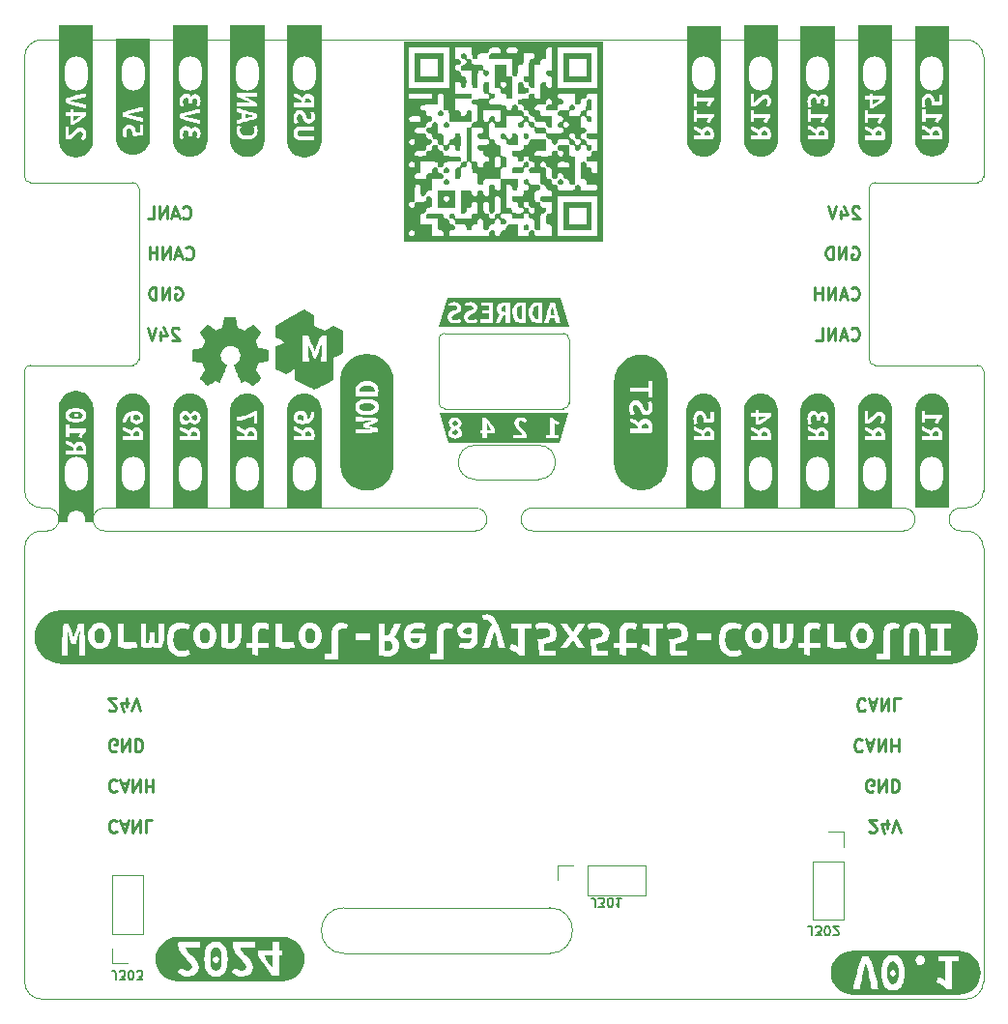
<source format=gbr>
G04 #@! TF.GenerationSoftware,KiCad,Pcbnew,6.0.10+dfsg-1~bpo11+1*
G04 #@! TF.ProjectId,project,70726f6a-6563-4742-9e6b-696361645f70,rev?*
G04 #@! TF.SameCoordinates,Original*
G04 #@! TF.FileFunction,Legend,Bot*
G04 #@! TF.FilePolarity,Positive*
%FSLAX46Y46*%
G04 Gerber Fmt 4.6, Leading zero omitted, Abs format (unit mm)*
%MOMM*%
%LPD*%
G01*
G04 APERTURE LIST*
G04 #@! TA.AperFunction,Profile*
%ADD10C,0.100000*%
G04 #@! TD*
%ADD11C,0.275000*%
%ADD12C,0.150000*%
G04 #@! TA.AperFunction,Profile*
%ADD13C,0.120000*%
G04 #@! TD*
%ADD14C,0.010000*%
%ADD15C,0.120000*%
%ADD16O,2.000000X3.000000*%
%ADD17O,3.600000X1.800000*%
%ADD18C,5.000000*%
%ADD19C,6.400000*%
%ADD20C,0.900000*%
%ADD21C,1.552000*%
%ADD22R,1.700000X1.700000*%
%ADD23O,1.700000X1.700000*%
G04 APERTURE END LIST*
D10*
X208262500Y-111537500D02*
G75*
G03*
X208262500Y-113537500I0J-1000000D01*
G01*
X127762500Y-70537500D02*
G75*
G03*
X126262500Y-72037500I0J-1500000D01*
G01*
X127762500Y-113537500D02*
X128262500Y-113537500D01*
X171262500Y-106037500D02*
X165762500Y-106037500D01*
X172262500Y-150537500D02*
G75*
G03*
X172262500Y-146537500I0J2000000D01*
G01*
X133262500Y-113537500D02*
X165762500Y-113537500D01*
X158262500Y-107537500D02*
G75*
G03*
X158262500Y-107537500I-2000000J0D01*
G01*
X210262500Y-72037500D02*
G75*
G03*
X208762500Y-70537500I-1500000J0D01*
G01*
X126262500Y-99537500D02*
X126262500Y-110037500D01*
X165762500Y-111537500D02*
X133262500Y-111537500D01*
X200262500Y-98537500D02*
X200262500Y-83537500D01*
X208762500Y-154537500D02*
G75*
G03*
X210262500Y-153037500I0J1500000D01*
G01*
X203262500Y-111537500D02*
X170762500Y-111537500D01*
X126262500Y-153037500D02*
X126262500Y-115037500D01*
X200762500Y-83037500D02*
X209762500Y-83037500D01*
X210262500Y-115037500D02*
X210262500Y-153037500D01*
X127762500Y-113537500D02*
G75*
G03*
X126262500Y-115037500I0J-1500000D01*
G01*
X208762500Y-70537500D02*
X127762500Y-70537500D01*
X133262500Y-111537500D02*
G75*
G03*
X133262500Y-113537500I0J-1000000D01*
G01*
X209762500Y-99037500D02*
X200762500Y-99037500D01*
X171262500Y-109037500D02*
G75*
G03*
X171262500Y-106037500I0J1500000D01*
G01*
X135762500Y-99037500D02*
G75*
G03*
X136262500Y-98537500I0J500000D01*
G01*
X182262500Y-107537500D02*
G75*
G03*
X182262500Y-107537500I-2000000J0D01*
G01*
X165762500Y-106037500D02*
G75*
G03*
X165762500Y-109037500I0J-1500000D01*
G01*
X200262500Y-98537500D02*
G75*
G03*
X200762500Y-99037500I500000J0D01*
G01*
X135762500Y-99037500D02*
X126762500Y-99037500D01*
X170762500Y-113537500D02*
X203262500Y-113537500D01*
X126262500Y-110037500D02*
G75*
G03*
X127762500Y-111537500I1500000J0D01*
G01*
X210262500Y-82537500D02*
X210262500Y-72037500D01*
X172262500Y-150537500D02*
X154262500Y-150537500D01*
X126262500Y-82537500D02*
G75*
G03*
X126762500Y-83037500I500000J0D01*
G01*
X208762500Y-111537500D02*
X208262500Y-111537500D01*
X126262500Y-153037500D02*
G75*
G03*
X127762500Y-154537500I1500000J0D01*
G01*
X154262500Y-146537500D02*
X172262500Y-146537500D01*
X165762500Y-113537500D02*
G75*
G03*
X165762500Y-111537500I0J1000000D01*
G01*
X126762500Y-99037500D02*
G75*
G03*
X126262500Y-99537500I0J-500000D01*
G01*
X208262500Y-113537500D02*
X208762500Y-113537500D01*
X200762500Y-83037500D02*
G75*
G03*
X200262500Y-83537500I0J-500000D01*
G01*
X203262500Y-113537500D02*
G75*
G03*
X203262500Y-111537500I0J1000000D01*
G01*
X208762500Y-111537500D02*
G75*
G03*
X210262500Y-110037500I0J1500000D01*
G01*
X136262500Y-83537500D02*
X136262500Y-98537500D01*
X128262500Y-113537500D02*
G75*
G03*
X128262500Y-111537500I0J1000000D01*
G01*
X165762500Y-109037500D02*
X171262500Y-109037500D01*
X170762500Y-111537500D02*
G75*
G03*
X170762500Y-113537500I0J-1000000D01*
G01*
X126262500Y-72037500D02*
X126262500Y-82537500D01*
X154262500Y-146537500D02*
G75*
G03*
X154262500Y-150537500I0J-2000000D01*
G01*
X210262500Y-115037500D02*
G75*
G03*
X208762500Y-113537500I-1500000J0D01*
G01*
X209762500Y-83037500D02*
G75*
G03*
X210262500Y-82537500I0J500000D01*
G01*
X136262500Y-83537500D02*
G75*
G03*
X135762500Y-83037500I-500000J0D01*
G01*
X210262500Y-99537500D02*
X210262500Y-110037500D01*
X127762500Y-111537500D02*
X128262500Y-111537500D01*
X126762500Y-83037500D02*
X135762500Y-83037500D01*
X208762500Y-154537500D02*
X127762500Y-154537500D01*
X210262500Y-99537500D02*
G75*
G03*
X209762500Y-99037500I-500000J0D01*
G01*
D11*
X140136488Y-86117357D02*
X140188869Y-86169738D01*
X140346011Y-86222119D01*
X140450773Y-86222119D01*
X140607916Y-86169738D01*
X140712678Y-86064976D01*
X140765059Y-85960214D01*
X140817440Y-85750690D01*
X140817440Y-85593547D01*
X140765059Y-85384023D01*
X140712678Y-85279261D01*
X140607916Y-85174500D01*
X140450773Y-85122119D01*
X140346011Y-85122119D01*
X140188869Y-85174500D01*
X140136488Y-85226880D01*
X139717440Y-85907833D02*
X139193630Y-85907833D01*
X139822202Y-86222119D02*
X139455535Y-85122119D01*
X139088869Y-86222119D01*
X138722202Y-86222119D02*
X138722202Y-85122119D01*
X138093630Y-86222119D01*
X138093630Y-85122119D01*
X137046011Y-86222119D02*
X137569821Y-86222119D01*
X137569821Y-85122119D01*
X140398392Y-89659357D02*
X140450773Y-89711738D01*
X140607916Y-89764119D01*
X140712678Y-89764119D01*
X140869821Y-89711738D01*
X140974583Y-89606976D01*
X141026964Y-89502214D01*
X141079345Y-89292690D01*
X141079345Y-89135547D01*
X141026964Y-88926023D01*
X140974583Y-88821261D01*
X140869821Y-88716500D01*
X140712678Y-88664119D01*
X140607916Y-88664119D01*
X140450773Y-88716500D01*
X140398392Y-88768880D01*
X139979345Y-89449833D02*
X139455535Y-89449833D01*
X140084107Y-89764119D02*
X139717440Y-88664119D01*
X139350773Y-89764119D01*
X138984107Y-89764119D02*
X138984107Y-88664119D01*
X138355535Y-89764119D01*
X138355535Y-88664119D01*
X137831726Y-89764119D02*
X137831726Y-88664119D01*
X137831726Y-89187928D02*
X137203154Y-89187928D01*
X137203154Y-89764119D02*
X137203154Y-88664119D01*
X139455535Y-92258500D02*
X139560297Y-92206119D01*
X139717440Y-92206119D01*
X139874583Y-92258500D01*
X139979345Y-92363261D01*
X140031726Y-92468023D01*
X140084107Y-92677547D01*
X140084107Y-92834690D01*
X140031726Y-93044214D01*
X139979345Y-93148976D01*
X139874583Y-93253738D01*
X139717440Y-93306119D01*
X139612678Y-93306119D01*
X139455535Y-93253738D01*
X139403154Y-93201357D01*
X139403154Y-92834690D01*
X139612678Y-92834690D01*
X138931726Y-93306119D02*
X138931726Y-92206119D01*
X138303154Y-93306119D01*
X138303154Y-92206119D01*
X137779345Y-93306119D02*
X137779345Y-92206119D01*
X137517440Y-92206119D01*
X137360297Y-92258500D01*
X137255535Y-92363261D01*
X137203154Y-92468023D01*
X137150773Y-92677547D01*
X137150773Y-92834690D01*
X137203154Y-93044214D01*
X137255535Y-93148976D01*
X137360297Y-93253738D01*
X137517440Y-93306119D01*
X137779345Y-93306119D01*
X139769821Y-95852880D02*
X139717440Y-95800500D01*
X139612678Y-95748119D01*
X139350773Y-95748119D01*
X139246011Y-95800500D01*
X139193630Y-95852880D01*
X139141250Y-95957642D01*
X139141250Y-96062404D01*
X139193630Y-96219547D01*
X139822202Y-96848119D01*
X139141250Y-96848119D01*
X138198392Y-96114785D02*
X138198392Y-96848119D01*
X138460297Y-95695738D02*
X138722202Y-96481452D01*
X138041250Y-96481452D01*
X137779345Y-95748119D02*
X137412678Y-96848119D01*
X137046011Y-95748119D01*
X200255178Y-139848119D02*
X200307559Y-139900500D01*
X200412321Y-139952880D01*
X200674226Y-139952880D01*
X200778988Y-139900500D01*
X200831369Y-139848119D01*
X200883750Y-139743357D01*
X200883750Y-139638595D01*
X200831369Y-139481452D01*
X200202797Y-138852880D01*
X200883750Y-138852880D01*
X201826607Y-139586214D02*
X201826607Y-138852880D01*
X201564702Y-140005261D02*
X201302797Y-139219547D01*
X201983750Y-139219547D01*
X202245654Y-139952880D02*
X202612321Y-138852880D01*
X202978988Y-139952880D01*
X200569464Y-136358500D02*
X200464702Y-136410880D01*
X200307559Y-136410880D01*
X200150416Y-136358500D01*
X200045654Y-136253738D01*
X199993273Y-136148976D01*
X199940892Y-135939452D01*
X199940892Y-135782309D01*
X199993273Y-135572785D01*
X200045654Y-135468023D01*
X200150416Y-135363261D01*
X200307559Y-135310880D01*
X200412321Y-135310880D01*
X200569464Y-135363261D01*
X200621845Y-135415642D01*
X200621845Y-135782309D01*
X200412321Y-135782309D01*
X201093273Y-135310880D02*
X201093273Y-136410880D01*
X201721845Y-135310880D01*
X201721845Y-136410880D01*
X202245654Y-135310880D02*
X202245654Y-136410880D01*
X202507559Y-136410880D01*
X202664702Y-136358500D01*
X202769464Y-136253738D01*
X202821845Y-136148976D01*
X202874226Y-135939452D01*
X202874226Y-135782309D01*
X202821845Y-135572785D01*
X202769464Y-135468023D01*
X202664702Y-135363261D01*
X202507559Y-135310880D01*
X202245654Y-135310880D01*
X199626607Y-131873642D02*
X199574226Y-131821261D01*
X199417083Y-131768880D01*
X199312321Y-131768880D01*
X199155178Y-131821261D01*
X199050416Y-131926023D01*
X198998035Y-132030785D01*
X198945654Y-132240309D01*
X198945654Y-132397452D01*
X198998035Y-132606976D01*
X199050416Y-132711738D01*
X199155178Y-132816500D01*
X199312321Y-132868880D01*
X199417083Y-132868880D01*
X199574226Y-132816500D01*
X199626607Y-132764119D01*
X200045654Y-132083166D02*
X200569464Y-132083166D01*
X199940892Y-131768880D02*
X200307559Y-132868880D01*
X200674226Y-131768880D01*
X201040892Y-131768880D02*
X201040892Y-132868880D01*
X201669464Y-131768880D01*
X201669464Y-132868880D01*
X202193273Y-131768880D02*
X202193273Y-132868880D01*
X202193273Y-132345071D02*
X202821845Y-132345071D01*
X202821845Y-131768880D02*
X202821845Y-132868880D01*
X199888511Y-128331642D02*
X199836130Y-128279261D01*
X199678988Y-128226880D01*
X199574226Y-128226880D01*
X199417083Y-128279261D01*
X199312321Y-128384023D01*
X199259940Y-128488785D01*
X199207559Y-128698309D01*
X199207559Y-128855452D01*
X199259940Y-129064976D01*
X199312321Y-129169738D01*
X199417083Y-129274500D01*
X199574226Y-129326880D01*
X199678988Y-129326880D01*
X199836130Y-129274500D01*
X199888511Y-129222119D01*
X200307559Y-128541166D02*
X200831369Y-128541166D01*
X200202797Y-128226880D02*
X200569464Y-129326880D01*
X200936130Y-128226880D01*
X201302797Y-128226880D02*
X201302797Y-129326880D01*
X201931369Y-128226880D01*
X201931369Y-129326880D01*
X202978988Y-128226880D02*
X202455178Y-128226880D01*
X202455178Y-129326880D01*
X199374226Y-85226880D02*
X199321845Y-85174500D01*
X199217083Y-85122119D01*
X198955178Y-85122119D01*
X198850416Y-85174500D01*
X198798035Y-85226880D01*
X198745654Y-85331642D01*
X198745654Y-85436404D01*
X198798035Y-85593547D01*
X199426607Y-86222119D01*
X198745654Y-86222119D01*
X197802797Y-85488785D02*
X197802797Y-86222119D01*
X198064702Y-85069738D02*
X198326607Y-85855452D01*
X197645654Y-85855452D01*
X197383750Y-85122119D02*
X197017083Y-86222119D01*
X196650416Y-85122119D01*
X198745654Y-88716500D02*
X198850416Y-88664119D01*
X199007559Y-88664119D01*
X199164702Y-88716500D01*
X199269464Y-88821261D01*
X199321845Y-88926023D01*
X199374226Y-89135547D01*
X199374226Y-89292690D01*
X199321845Y-89502214D01*
X199269464Y-89606976D01*
X199164702Y-89711738D01*
X199007559Y-89764119D01*
X198902797Y-89764119D01*
X198745654Y-89711738D01*
X198693273Y-89659357D01*
X198693273Y-89292690D01*
X198902797Y-89292690D01*
X198221845Y-89764119D02*
X198221845Y-88664119D01*
X197593273Y-89764119D01*
X197593273Y-88664119D01*
X197069464Y-89764119D02*
X197069464Y-88664119D01*
X196807559Y-88664119D01*
X196650416Y-88716500D01*
X196545654Y-88821261D01*
X196493273Y-88926023D01*
X196440892Y-89135547D01*
X196440892Y-89292690D01*
X196493273Y-89502214D01*
X196545654Y-89606976D01*
X196650416Y-89711738D01*
X196807559Y-89764119D01*
X197069464Y-89764119D01*
X198693273Y-93201357D02*
X198745654Y-93253738D01*
X198902797Y-93306119D01*
X199007559Y-93306119D01*
X199164702Y-93253738D01*
X199269464Y-93148976D01*
X199321845Y-93044214D01*
X199374226Y-92834690D01*
X199374226Y-92677547D01*
X199321845Y-92468023D01*
X199269464Y-92363261D01*
X199164702Y-92258500D01*
X199007559Y-92206119D01*
X198902797Y-92206119D01*
X198745654Y-92258500D01*
X198693273Y-92310880D01*
X198274226Y-92991833D02*
X197750416Y-92991833D01*
X198378988Y-93306119D02*
X198012321Y-92206119D01*
X197645654Y-93306119D01*
X197278988Y-93306119D02*
X197278988Y-92206119D01*
X196650416Y-93306119D01*
X196650416Y-92206119D01*
X196126607Y-93306119D02*
X196126607Y-92206119D01*
X196126607Y-92729928D02*
X195498035Y-92729928D01*
X195498035Y-93306119D02*
X195498035Y-92206119D01*
X198693273Y-96743357D02*
X198745654Y-96795738D01*
X198902797Y-96848119D01*
X199007559Y-96848119D01*
X199164702Y-96795738D01*
X199269464Y-96690976D01*
X199321845Y-96586214D01*
X199374226Y-96376690D01*
X199374226Y-96219547D01*
X199321845Y-96010023D01*
X199269464Y-95905261D01*
X199164702Y-95800500D01*
X199007559Y-95748119D01*
X198902797Y-95748119D01*
X198745654Y-95800500D01*
X198693273Y-95852880D01*
X198274226Y-96533833D02*
X197750416Y-96533833D01*
X198378988Y-96848119D02*
X198012321Y-95748119D01*
X197645654Y-96848119D01*
X197278988Y-96848119D02*
X197278988Y-95748119D01*
X196650416Y-96848119D01*
X196650416Y-95748119D01*
X195602797Y-96848119D02*
X196126607Y-96848119D01*
X196126607Y-95748119D01*
X134331726Y-138957642D02*
X134279345Y-138905261D01*
X134122202Y-138852880D01*
X134017440Y-138852880D01*
X133860297Y-138905261D01*
X133755535Y-139010023D01*
X133703154Y-139114785D01*
X133650773Y-139324309D01*
X133650773Y-139481452D01*
X133703154Y-139690976D01*
X133755535Y-139795738D01*
X133860297Y-139900500D01*
X134017440Y-139952880D01*
X134122202Y-139952880D01*
X134279345Y-139900500D01*
X134331726Y-139848119D01*
X134750773Y-139167166D02*
X135274583Y-139167166D01*
X134646011Y-138852880D02*
X135012678Y-139952880D01*
X135379345Y-138852880D01*
X135746011Y-138852880D02*
X135746011Y-139952880D01*
X136374583Y-138852880D01*
X136374583Y-139952880D01*
X137422202Y-138852880D02*
X136898392Y-138852880D01*
X136898392Y-139952880D01*
X134331726Y-135415642D02*
X134279345Y-135363261D01*
X134122202Y-135310880D01*
X134017440Y-135310880D01*
X133860297Y-135363261D01*
X133755535Y-135468023D01*
X133703154Y-135572785D01*
X133650773Y-135782309D01*
X133650773Y-135939452D01*
X133703154Y-136148976D01*
X133755535Y-136253738D01*
X133860297Y-136358500D01*
X134017440Y-136410880D01*
X134122202Y-136410880D01*
X134279345Y-136358500D01*
X134331726Y-136306119D01*
X134750773Y-135625166D02*
X135274583Y-135625166D01*
X134646011Y-135310880D02*
X135012678Y-136410880D01*
X135379345Y-135310880D01*
X135746011Y-135310880D02*
X135746011Y-136410880D01*
X136374583Y-135310880D01*
X136374583Y-136410880D01*
X136898392Y-135310880D02*
X136898392Y-136410880D01*
X136898392Y-135887071D02*
X137526964Y-135887071D01*
X137526964Y-135310880D02*
X137526964Y-136410880D01*
X134279345Y-132816500D02*
X134174583Y-132868880D01*
X134017440Y-132868880D01*
X133860297Y-132816500D01*
X133755535Y-132711738D01*
X133703154Y-132606976D01*
X133650773Y-132397452D01*
X133650773Y-132240309D01*
X133703154Y-132030785D01*
X133755535Y-131926023D01*
X133860297Y-131821261D01*
X134017440Y-131768880D01*
X134122202Y-131768880D01*
X134279345Y-131821261D01*
X134331726Y-131873642D01*
X134331726Y-132240309D01*
X134122202Y-132240309D01*
X134803154Y-131768880D02*
X134803154Y-132868880D01*
X135431726Y-131768880D01*
X135431726Y-132868880D01*
X135955535Y-131768880D02*
X135955535Y-132868880D01*
X136217440Y-132868880D01*
X136374583Y-132816500D01*
X136479345Y-132711738D01*
X136531726Y-132606976D01*
X136584107Y-132397452D01*
X136584107Y-132240309D01*
X136531726Y-132030785D01*
X136479345Y-131926023D01*
X136374583Y-131821261D01*
X136217440Y-131768880D01*
X135955535Y-131768880D01*
X133650773Y-129222119D02*
X133703154Y-129274500D01*
X133807916Y-129326880D01*
X134069821Y-129326880D01*
X134174583Y-129274500D01*
X134226964Y-129222119D01*
X134279345Y-129117357D01*
X134279345Y-129012595D01*
X134226964Y-128855452D01*
X133598392Y-128226880D01*
X134279345Y-128226880D01*
X135222202Y-128960214D02*
X135222202Y-128226880D01*
X134960297Y-129379261D02*
X134698392Y-128593547D01*
X135379345Y-128593547D01*
X135641250Y-129326880D02*
X136007916Y-128226880D01*
X136374583Y-129326880D01*
D12*
X134263928Y-152850595D02*
X134263928Y-152279166D01*
X134225833Y-152164880D01*
X134149642Y-152088690D01*
X134035357Y-152050595D01*
X133959166Y-152050595D01*
X134568690Y-152850595D02*
X135063928Y-152850595D01*
X134797261Y-152545833D01*
X134911547Y-152545833D01*
X134987738Y-152507738D01*
X135025833Y-152469642D01*
X135063928Y-152393452D01*
X135063928Y-152202976D01*
X135025833Y-152126785D01*
X134987738Y-152088690D01*
X134911547Y-152050595D01*
X134682976Y-152050595D01*
X134606785Y-152088690D01*
X134568690Y-152126785D01*
X135559166Y-152850595D02*
X135635357Y-152850595D01*
X135711547Y-152812500D01*
X135749642Y-152774404D01*
X135787738Y-152698214D01*
X135825833Y-152545833D01*
X135825833Y-152355357D01*
X135787738Y-152202976D01*
X135749642Y-152126785D01*
X135711547Y-152088690D01*
X135635357Y-152050595D01*
X135559166Y-152050595D01*
X135482976Y-152088690D01*
X135444880Y-152126785D01*
X135406785Y-152202976D01*
X135368690Y-152355357D01*
X135368690Y-152545833D01*
X135406785Y-152698214D01*
X135444880Y-152774404D01*
X135482976Y-152812500D01*
X135559166Y-152850595D01*
X136092500Y-152850595D02*
X136587738Y-152850595D01*
X136321071Y-152545833D01*
X136435357Y-152545833D01*
X136511547Y-152507738D01*
X136549642Y-152469642D01*
X136587738Y-152393452D01*
X136587738Y-152202976D01*
X136549642Y-152126785D01*
X136511547Y-152088690D01*
X136435357Y-152050595D01*
X136206785Y-152050595D01*
X136130595Y-152088690D01*
X136092500Y-152126785D01*
X176233928Y-146475595D02*
X176233928Y-145904166D01*
X176195833Y-145789880D01*
X176119642Y-145713690D01*
X176005357Y-145675595D01*
X175929166Y-145675595D01*
X176538690Y-146475595D02*
X177033928Y-146475595D01*
X176767261Y-146170833D01*
X176881547Y-146170833D01*
X176957738Y-146132738D01*
X176995833Y-146094642D01*
X177033928Y-146018452D01*
X177033928Y-145827976D01*
X176995833Y-145751785D01*
X176957738Y-145713690D01*
X176881547Y-145675595D01*
X176652976Y-145675595D01*
X176576785Y-145713690D01*
X176538690Y-145751785D01*
X177529166Y-146475595D02*
X177605357Y-146475595D01*
X177681547Y-146437500D01*
X177719642Y-146399404D01*
X177757738Y-146323214D01*
X177795833Y-146170833D01*
X177795833Y-145980357D01*
X177757738Y-145827976D01*
X177719642Y-145751785D01*
X177681547Y-145713690D01*
X177605357Y-145675595D01*
X177529166Y-145675595D01*
X177452976Y-145713690D01*
X177414880Y-145751785D01*
X177376785Y-145827976D01*
X177338690Y-145980357D01*
X177338690Y-146170833D01*
X177376785Y-146323214D01*
X177414880Y-146399404D01*
X177452976Y-146437500D01*
X177529166Y-146475595D01*
X178557738Y-145675595D02*
X178100595Y-145675595D01*
X178329166Y-145675595D02*
X178329166Y-146475595D01*
X178252976Y-146361309D01*
X178176785Y-146285119D01*
X178100595Y-146247023D01*
X195233928Y-148975595D02*
X195233928Y-148404166D01*
X195195833Y-148289880D01*
X195119642Y-148213690D01*
X195005357Y-148175595D01*
X194929166Y-148175595D01*
X195538690Y-148975595D02*
X196033928Y-148975595D01*
X195767261Y-148670833D01*
X195881547Y-148670833D01*
X195957738Y-148632738D01*
X195995833Y-148594642D01*
X196033928Y-148518452D01*
X196033928Y-148327976D01*
X195995833Y-148251785D01*
X195957738Y-148213690D01*
X195881547Y-148175595D01*
X195652976Y-148175595D01*
X195576785Y-148213690D01*
X195538690Y-148251785D01*
X196529166Y-148975595D02*
X196605357Y-148975595D01*
X196681547Y-148937500D01*
X196719642Y-148899404D01*
X196757738Y-148823214D01*
X196795833Y-148670833D01*
X196795833Y-148480357D01*
X196757738Y-148327976D01*
X196719642Y-148251785D01*
X196681547Y-148213690D01*
X196605357Y-148175595D01*
X196529166Y-148175595D01*
X196452976Y-148213690D01*
X196414880Y-148251785D01*
X196376785Y-148327976D01*
X196338690Y-148480357D01*
X196338690Y-148670833D01*
X196376785Y-148823214D01*
X196414880Y-148899404D01*
X196452976Y-148937500D01*
X196529166Y-148975595D01*
X197100595Y-148899404D02*
X197138690Y-148937500D01*
X197214880Y-148975595D01*
X197405357Y-148975595D01*
X197481547Y-148937500D01*
X197519642Y-148899404D01*
X197557738Y-148823214D01*
X197557738Y-148747023D01*
X197519642Y-148632738D01*
X197062500Y-148175595D01*
X197557738Y-148175595D01*
D13*
X162562500Y-102337500D02*
X162562500Y-96737500D01*
X173462500Y-102837500D02*
X163062500Y-102837500D01*
X163062500Y-96237500D02*
X173462500Y-96237500D01*
X173962500Y-96737500D02*
X173962500Y-102337500D01*
X163062500Y-96237500D02*
G75*
G03*
X162562500Y-96737500I1J-500001D01*
G01*
X173462500Y-102837500D02*
G75*
G03*
X173962500Y-102337500I0J500000D01*
G01*
X173962500Y-96737500D02*
G75*
G03*
X173462500Y-96237500I-500001J-1D01*
G01*
X162562500Y-102337500D02*
G75*
G03*
X163062500Y-102837500I500000J0D01*
G01*
G36*
X151209699Y-75678890D02*
G01*
X151293995Y-75743183D01*
X151343287Y-75842482D01*
X151359718Y-75968926D01*
X151358289Y-76017503D01*
X151351145Y-76074653D01*
X150819650Y-76074653D01*
X150819650Y-75997501D01*
X150837152Y-75842482D01*
X150889659Y-75737468D01*
X151088255Y-75657458D01*
X151209699Y-75678890D01*
G37*
G36*
X152280785Y-69229988D02*
G01*
X152280785Y-79326727D01*
X152273474Y-79475545D01*
X152251612Y-79622929D01*
X152215408Y-79767461D01*
X152165212Y-79907749D01*
X152101508Y-80042441D01*
X152024908Y-80170241D01*
X151936150Y-80289916D01*
X151836090Y-80400316D01*
X151725690Y-80500377D01*
X151606014Y-80589134D01*
X151478215Y-80665734D01*
X151343523Y-80729439D01*
X151203235Y-80779635D01*
X151058703Y-80815838D01*
X150911318Y-80837701D01*
X150762500Y-80845012D01*
X150613682Y-80837701D01*
X150466297Y-80815838D01*
X150321765Y-80779635D01*
X150181477Y-80729439D01*
X150046785Y-80665734D01*
X149918986Y-80589134D01*
X149799310Y-80500377D01*
X149688910Y-80400316D01*
X149588850Y-80289916D01*
X149500092Y-80170241D01*
X149423492Y-80042441D01*
X149359788Y-79907749D01*
X149309592Y-79767461D01*
X149273388Y-79622929D01*
X149251526Y-79475545D01*
X149244215Y-79326727D01*
X149244215Y-78729271D01*
X149839528Y-78729271D01*
X149851315Y-78886791D01*
X149886676Y-79016450D01*
X150022408Y-79200758D01*
X150120277Y-79259337D01*
X150236720Y-79297913D01*
X150369594Y-79319345D01*
X150516755Y-79326488D01*
X151645468Y-79326488D01*
X151645468Y-78972158D01*
X150539615Y-78972158D01*
X150352449Y-78960728D01*
X150231005Y-78922152D01*
X150165283Y-78846428D01*
X150145280Y-78723556D01*
X150165283Y-78600683D01*
X150232434Y-78523531D01*
X150355306Y-78483526D01*
X150542473Y-78472096D01*
X151645468Y-78472096D01*
X151645468Y-78120623D01*
X150516755Y-78120623D01*
X150369594Y-78127767D01*
X150236720Y-78149198D01*
X150120277Y-78188489D01*
X150022408Y-78249211D01*
X149944183Y-78332078D01*
X149886676Y-78437806D01*
X149851315Y-78569251D01*
X149839528Y-78729271D01*
X149244215Y-78729271D01*
X149244215Y-77346241D01*
X149839528Y-77346241D01*
X149851315Y-77544123D01*
X149886676Y-77697713D01*
X149973830Y-77894881D01*
X150259580Y-77792011D01*
X150173855Y-77607702D01*
X150143851Y-77488759D01*
X150133850Y-77346241D01*
X150152424Y-77199080D01*
X150203859Y-77106211D01*
X150278154Y-77059062D01*
X150362450Y-77046203D01*
X150459605Y-77077636D01*
X150535329Y-77157646D01*
X150595336Y-77266231D01*
X150645343Y-77386246D01*
X150711065Y-77551981D01*
X150805363Y-77707715D01*
X150946809Y-77823443D01*
X151156835Y-77869163D01*
X151378291Y-77828801D01*
X151545455Y-77707715D01*
X151623243Y-77586588D01*
X151669915Y-77438475D01*
X151685473Y-77263373D01*
X151676186Y-77110854D01*
X151648325Y-76979052D01*
X151565458Y-76774741D01*
X151293995Y-76877611D01*
X151362575Y-77036202D01*
X151391150Y-77237656D01*
X151368608Y-77393231D01*
X151300980Y-77486576D01*
X151188268Y-77517691D01*
X151098256Y-77489116D01*
X151029676Y-77416250D01*
X150976813Y-77316237D01*
X150933950Y-77206223D01*
X150863941Y-77033345D01*
X150761071Y-76867610D01*
X150601051Y-76743308D01*
X150492823Y-76706875D01*
X150359593Y-76694731D01*
X150139208Y-76735093D01*
X149975259Y-76856180D01*
X149899853Y-76982386D01*
X149854609Y-77145740D01*
X149839528Y-77346241D01*
X149244215Y-77346241D01*
X149244215Y-75551731D01*
X149876675Y-75551731D01*
X150044910Y-75622811D01*
X150206716Y-75704607D01*
X150366379Y-75794976D01*
X150528185Y-75891773D01*
X150528185Y-76074653D01*
X149876675Y-76074653D01*
X149876675Y-76426126D01*
X151619750Y-76426126D01*
X151641181Y-76313255D01*
X151655469Y-76188953D01*
X151662613Y-76068938D01*
X151665470Y-75968926D01*
X151656898Y-75824622D01*
X151631180Y-75694606D01*
X151587603Y-75580306D01*
X151525453Y-75483151D01*
X151344001Y-75347420D01*
X151224343Y-75312058D01*
X151085398Y-75300271D01*
X150938236Y-75315987D01*
X150805363Y-75363136D01*
X150694634Y-75446718D01*
X150613910Y-75571733D01*
X150449604Y-75468863D01*
X150261009Y-75363136D01*
X150063841Y-75264552D01*
X149876675Y-75183113D01*
X149876675Y-75551731D01*
X149244215Y-75551731D01*
X149244215Y-69229988D01*
X152280785Y-69229988D01*
G37*
G36*
X144799775Y-95306431D02*
G01*
X144883595Y-95751055D01*
X145502167Y-96006051D01*
X145873207Y-95753746D01*
X145946644Y-95704006D01*
X146043999Y-95638718D01*
X146128287Y-95582954D01*
X146195131Y-95539578D01*
X146240154Y-95511453D01*
X146258978Y-95501442D01*
X146270539Y-95508561D01*
X146305096Y-95538394D01*
X146357394Y-95587352D01*
X146423000Y-95650940D01*
X146497483Y-95724663D01*
X146576413Y-95804025D01*
X146655356Y-95884531D01*
X146729884Y-95961685D01*
X146795563Y-96030993D01*
X146847963Y-96087957D01*
X146882653Y-96128084D01*
X146895201Y-96146877D01*
X146892282Y-96154951D01*
X146872071Y-96190969D01*
X146835163Y-96250244D01*
X146784550Y-96328130D01*
X146723225Y-96419981D01*
X146654179Y-96521150D01*
X146616287Y-96576326D01*
X146551106Y-96672384D01*
X146495223Y-96756217D01*
X146451617Y-96823277D01*
X146423269Y-96869019D01*
X146413157Y-96888896D01*
X146413323Y-96889997D01*
X146422243Y-96915194D01*
X146442706Y-96966647D01*
X146471860Y-97037635D01*
X146506853Y-97121435D01*
X146544832Y-97211328D01*
X146582945Y-97300591D01*
X146618339Y-97382503D01*
X146648162Y-97450343D01*
X146669561Y-97497390D01*
X146679684Y-97516922D01*
X146685674Y-97518655D01*
X146722066Y-97526469D01*
X146786927Y-97539415D01*
X146875065Y-97556479D01*
X146981287Y-97576651D01*
X147100402Y-97598918D01*
X147163183Y-97610723D01*
X147278412Y-97633248D01*
X147379162Y-97654050D01*
X147459926Y-97671935D01*
X147515198Y-97685708D01*
X147539471Y-97694174D01*
X147543831Y-97702566D01*
X147551063Y-97743572D01*
X147556746Y-97811868D01*
X147560882Y-97901029D01*
X147563477Y-98004628D01*
X147564536Y-98116240D01*
X147564061Y-98229438D01*
X147562059Y-98337796D01*
X147558533Y-98434889D01*
X147553487Y-98514290D01*
X147546927Y-98569572D01*
X147538856Y-98594310D01*
X147533958Y-98597100D01*
X147497430Y-98609069D01*
X147434065Y-98624905D01*
X147351186Y-98642874D01*
X147256118Y-98661241D01*
X147224042Y-98667091D01*
X147075893Y-98694298D01*
X146959461Y-98716163D01*
X146870709Y-98733593D01*
X146805603Y-98747496D01*
X146760106Y-98758777D01*
X146730182Y-98768343D01*
X146711794Y-98777101D01*
X146700907Y-98785957D01*
X146699642Y-98787443D01*
X146681838Y-98818431D01*
X146655494Y-98875134D01*
X146623161Y-98950899D01*
X146587393Y-99039074D01*
X146550744Y-99133007D01*
X146515766Y-99226047D01*
X146485013Y-99311541D01*
X146461038Y-99382836D01*
X146446395Y-99433282D01*
X146443636Y-99456226D01*
X146445481Y-99459203D01*
X146464575Y-99487993D01*
X146500484Y-99541095D01*
X146549878Y-99613617D01*
X146609427Y-99700667D01*
X146675803Y-99797354D01*
X146694020Y-99823956D01*
X146758077Y-99919375D01*
X146813437Y-100004712D01*
X146856939Y-100074905D01*
X146885424Y-100124894D01*
X146895732Y-100149616D01*
X146893511Y-100156116D01*
X146870358Y-100188144D01*
X146824677Y-100240445D01*
X146759741Y-100309499D01*
X146678819Y-100391786D01*
X146585185Y-100483786D01*
X146531665Y-100535281D01*
X146447042Y-100615483D01*
X146372975Y-100684178D01*
X146313441Y-100737752D01*
X146272417Y-100772585D01*
X146253881Y-100785063D01*
X146241146Y-100780438D01*
X146201936Y-100758557D01*
X146144995Y-100722773D01*
X146077750Y-100677617D01*
X146029938Y-100644665D01*
X145934485Y-100579227D01*
X145832625Y-100509728D01*
X145739588Y-100446575D01*
X145557332Y-100323300D01*
X145404341Y-100406020D01*
X145368317Y-100425113D01*
X145302803Y-100457772D01*
X145252140Y-100480319D01*
X145225064Y-100488726D01*
X145216203Y-100477930D01*
X145194199Y-100436823D01*
X145161699Y-100369049D01*
X145120510Y-100278909D01*
X145072442Y-100170705D01*
X145019302Y-100048737D01*
X144962899Y-99917308D01*
X144905042Y-99780718D01*
X144847538Y-99643267D01*
X144792197Y-99509258D01*
X144740826Y-99382991D01*
X144695235Y-99268768D01*
X144657232Y-99170890D01*
X144628624Y-99093657D01*
X144611221Y-99041371D01*
X144606831Y-99018333D01*
X144607128Y-99017660D01*
X144627577Y-98996363D01*
X144670350Y-98963008D01*
X144726617Y-98924511D01*
X144744377Y-98912756D01*
X144879514Y-98801235D01*
X144991356Y-98668406D01*
X145077255Y-98519798D01*
X145134562Y-98360940D01*
X145160631Y-98197360D01*
X145152813Y-98034588D01*
X145121144Y-97889815D01*
X145064282Y-97743624D01*
X144981388Y-97613203D01*
X144867631Y-97489313D01*
X144822933Y-97449735D01*
X144678435Y-97352223D01*
X144522338Y-97286550D01*
X144359167Y-97252130D01*
X144193443Y-97248374D01*
X144029692Y-97274694D01*
X143872436Y-97330503D01*
X143726198Y-97415214D01*
X143595504Y-97528237D01*
X143484874Y-97668987D01*
X143463605Y-97703842D01*
X143391310Y-97863155D01*
X143352915Y-98029052D01*
X143347414Y-98197237D01*
X143373801Y-98363413D01*
X143431070Y-98523284D01*
X143518217Y-98672553D01*
X143634236Y-98806923D01*
X143778122Y-98922099D01*
X143782794Y-98925202D01*
X143838464Y-98964433D01*
X143880189Y-98997786D01*
X143899246Y-99018333D01*
X143896842Y-99034441D01*
X143881891Y-99081344D01*
X143855381Y-99154039D01*
X143819120Y-99248225D01*
X143774916Y-99359598D01*
X143724576Y-99483858D01*
X143669907Y-99616702D01*
X143612718Y-99753827D01*
X143554816Y-99890932D01*
X143498010Y-100023715D01*
X143444106Y-100147874D01*
X143394912Y-100259106D01*
X143352237Y-100353109D01*
X143317887Y-100425582D01*
X143293671Y-100472222D01*
X143281397Y-100488726D01*
X143271189Y-100486491D01*
X143231086Y-100470426D01*
X143171818Y-100442259D01*
X143102119Y-100406020D01*
X142949129Y-100323300D01*
X142766873Y-100446575D01*
X142713027Y-100483079D01*
X142612874Y-100551284D01*
X142513025Y-100619598D01*
X142428711Y-100677617D01*
X142382179Y-100709236D01*
X142321700Y-100748520D01*
X142276857Y-100775412D01*
X142254955Y-100785383D01*
X142245545Y-100781150D01*
X142211531Y-100755221D01*
X142159095Y-100709570D01*
X142092801Y-100648686D01*
X142017213Y-100577061D01*
X141936896Y-100499183D01*
X141856413Y-100419545D01*
X141780329Y-100342635D01*
X141713207Y-100272945D01*
X141659612Y-100214964D01*
X141624108Y-100173184D01*
X141611259Y-100152093D01*
X141612000Y-100148081D01*
X141627293Y-100115420D01*
X141659962Y-100058912D01*
X141706850Y-99983663D01*
X141764801Y-99894775D01*
X141830657Y-99797354D01*
X141849127Y-99770482D01*
X141913982Y-99675923D01*
X141971109Y-99592327D01*
X142017178Y-99524584D01*
X142048859Y-99477586D01*
X142062824Y-99456226D01*
X142063168Y-99455311D01*
X142059046Y-99429178D01*
X142043307Y-99376240D01*
X142018504Y-99303147D01*
X141987189Y-99216552D01*
X141951917Y-99123108D01*
X141915240Y-99029465D01*
X141879712Y-98942277D01*
X141847886Y-98868195D01*
X141822316Y-98813871D01*
X141805553Y-98785957D01*
X141803874Y-98784224D01*
X141791872Y-98775456D01*
X141771603Y-98766615D01*
X141739029Y-98756792D01*
X141690116Y-98745083D01*
X141620827Y-98730580D01*
X141527125Y-98712376D01*
X141404976Y-98689566D01*
X141250342Y-98661241D01*
X141218270Y-98655280D01*
X141126393Y-98636852D01*
X141049107Y-98619392D01*
X140993736Y-98604633D01*
X140967605Y-98594310D01*
X140963233Y-98585697D01*
X140955945Y-98544326D01*
X140950169Y-98475741D01*
X140945910Y-98386368D01*
X140943173Y-98282635D01*
X140941962Y-98170965D01*
X140942282Y-98057787D01*
X140944136Y-97949526D01*
X140947530Y-97852608D01*
X140952467Y-97773459D01*
X140958952Y-97718506D01*
X140966989Y-97694174D01*
X140975196Y-97690579D01*
X141016019Y-97679248D01*
X141085024Y-97663222D01*
X141176703Y-97643695D01*
X141285550Y-97621862D01*
X141406058Y-97598918D01*
X141471857Y-97586659D01*
X141584635Y-97565401D01*
X141681707Y-97546787D01*
X141757882Y-97531828D01*
X141807969Y-97521536D01*
X141826776Y-97516922D01*
X141827483Y-97515971D01*
X141839461Y-97491810D01*
X141862294Y-97441194D01*
X141893130Y-97370838D01*
X141929113Y-97287458D01*
X141967391Y-97197770D01*
X142005109Y-97108489D01*
X142039413Y-97026332D01*
X142067449Y-96958013D01*
X142086364Y-96910248D01*
X142093303Y-96889754D01*
X142090242Y-96882543D01*
X142069872Y-96848228D01*
X142032922Y-96790470D01*
X141982360Y-96713799D01*
X141921157Y-96622748D01*
X141852281Y-96521850D01*
X141814494Y-96466593D01*
X141749282Y-96369715D01*
X141693371Y-96284693D01*
X141649741Y-96216162D01*
X141621377Y-96168760D01*
X141611259Y-96147123D01*
X141618290Y-96135387D01*
X141647697Y-96100318D01*
X141695941Y-96047245D01*
X141758593Y-95980664D01*
X141831225Y-95905074D01*
X141909408Y-95824972D01*
X141988714Y-95744854D01*
X142064713Y-95669218D01*
X142132978Y-95602562D01*
X142189080Y-95549382D01*
X142228590Y-95514176D01*
X142247079Y-95501442D01*
X142257343Y-95506393D01*
X142295030Y-95529357D01*
X142355848Y-95568438D01*
X142435413Y-95620772D01*
X142529343Y-95683496D01*
X142633254Y-95753746D01*
X143004294Y-96006051D01*
X143313580Y-95878553D01*
X143622865Y-95751055D01*
X143706686Y-95306431D01*
X143790506Y-94861807D01*
X144715954Y-94861807D01*
X144799775Y-95306431D01*
G37*
D14*
X144799775Y-95306431D02*
X144883595Y-95751055D01*
X145502167Y-96006051D01*
X145873207Y-95753746D01*
X145946644Y-95704006D01*
X146043999Y-95638718D01*
X146128287Y-95582954D01*
X146195131Y-95539578D01*
X146240154Y-95511453D01*
X146258978Y-95501442D01*
X146270539Y-95508561D01*
X146305096Y-95538394D01*
X146357394Y-95587352D01*
X146423000Y-95650940D01*
X146497483Y-95724663D01*
X146576413Y-95804025D01*
X146655356Y-95884531D01*
X146729884Y-95961685D01*
X146795563Y-96030993D01*
X146847963Y-96087957D01*
X146882653Y-96128084D01*
X146895201Y-96146877D01*
X146892282Y-96154951D01*
X146872071Y-96190969D01*
X146835163Y-96250244D01*
X146784550Y-96328130D01*
X146723225Y-96419981D01*
X146654179Y-96521150D01*
X146616287Y-96576326D01*
X146551106Y-96672384D01*
X146495223Y-96756217D01*
X146451617Y-96823277D01*
X146423269Y-96869019D01*
X146413157Y-96888896D01*
X146413323Y-96889997D01*
X146422243Y-96915194D01*
X146442706Y-96966647D01*
X146471860Y-97037635D01*
X146506853Y-97121435D01*
X146544832Y-97211328D01*
X146582945Y-97300591D01*
X146618339Y-97382503D01*
X146648162Y-97450343D01*
X146669561Y-97497390D01*
X146679684Y-97516922D01*
X146685674Y-97518655D01*
X146722066Y-97526469D01*
X146786927Y-97539415D01*
X146875065Y-97556479D01*
X146981287Y-97576651D01*
X147100402Y-97598918D01*
X147163183Y-97610723D01*
X147278412Y-97633248D01*
X147379162Y-97654050D01*
X147459926Y-97671935D01*
X147515198Y-97685708D01*
X147539471Y-97694174D01*
X147543831Y-97702566D01*
X147551063Y-97743572D01*
X147556746Y-97811868D01*
X147560882Y-97901029D01*
X147563477Y-98004628D01*
X147564536Y-98116240D01*
X147564061Y-98229438D01*
X147562059Y-98337796D01*
X147558533Y-98434889D01*
X147553487Y-98514290D01*
X147546927Y-98569572D01*
X147538856Y-98594310D01*
X147533958Y-98597100D01*
X147497430Y-98609069D01*
X147434065Y-98624905D01*
X147351186Y-98642874D01*
X147256118Y-98661241D01*
X147224042Y-98667091D01*
X147075893Y-98694298D01*
X146959461Y-98716163D01*
X146870709Y-98733593D01*
X146805603Y-98747496D01*
X146760106Y-98758777D01*
X146730182Y-98768343D01*
X146711794Y-98777101D01*
X146700907Y-98785957D01*
X146699642Y-98787443D01*
X146681838Y-98818431D01*
X146655494Y-98875134D01*
X146623161Y-98950899D01*
X146587393Y-99039074D01*
X146550744Y-99133007D01*
X146515766Y-99226047D01*
X146485013Y-99311541D01*
X146461038Y-99382836D01*
X146446395Y-99433282D01*
X146443636Y-99456226D01*
X146445481Y-99459203D01*
X146464575Y-99487993D01*
X146500484Y-99541095D01*
X146549878Y-99613617D01*
X146609427Y-99700667D01*
X146675803Y-99797354D01*
X146694020Y-99823956D01*
X146758077Y-99919375D01*
X146813437Y-100004712D01*
X146856939Y-100074905D01*
X146885424Y-100124894D01*
X146895732Y-100149616D01*
X146893511Y-100156116D01*
X146870358Y-100188144D01*
X146824677Y-100240445D01*
X146759741Y-100309499D01*
X146678819Y-100391786D01*
X146585185Y-100483786D01*
X146531665Y-100535281D01*
X146447042Y-100615483D01*
X146372975Y-100684178D01*
X146313441Y-100737752D01*
X146272417Y-100772585D01*
X146253881Y-100785063D01*
X146241146Y-100780438D01*
X146201936Y-100758557D01*
X146144995Y-100722773D01*
X146077750Y-100677617D01*
X146029938Y-100644665D01*
X145934485Y-100579227D01*
X145832625Y-100509728D01*
X145739588Y-100446575D01*
X145557332Y-100323300D01*
X145404341Y-100406020D01*
X145368317Y-100425113D01*
X145302803Y-100457772D01*
X145252140Y-100480319D01*
X145225064Y-100488726D01*
X145216203Y-100477930D01*
X145194199Y-100436823D01*
X145161699Y-100369049D01*
X145120510Y-100278909D01*
X145072442Y-100170705D01*
X145019302Y-100048737D01*
X144962899Y-99917308D01*
X144905042Y-99780718D01*
X144847538Y-99643267D01*
X144792197Y-99509258D01*
X144740826Y-99382991D01*
X144695235Y-99268768D01*
X144657232Y-99170890D01*
X144628624Y-99093657D01*
X144611221Y-99041371D01*
X144606831Y-99018333D01*
X144607128Y-99017660D01*
X144627577Y-98996363D01*
X144670350Y-98963008D01*
X144726617Y-98924511D01*
X144744377Y-98912756D01*
X144879514Y-98801235D01*
X144991356Y-98668406D01*
X145077255Y-98519798D01*
X145134562Y-98360940D01*
X145160631Y-98197360D01*
X145152813Y-98034588D01*
X145121144Y-97889815D01*
X145064282Y-97743624D01*
X144981388Y-97613203D01*
X144867631Y-97489313D01*
X144822933Y-97449735D01*
X144678435Y-97352223D01*
X144522338Y-97286550D01*
X144359167Y-97252130D01*
X144193443Y-97248374D01*
X144029692Y-97274694D01*
X143872436Y-97330503D01*
X143726198Y-97415214D01*
X143595504Y-97528237D01*
X143484874Y-97668987D01*
X143463605Y-97703842D01*
X143391310Y-97863155D01*
X143352915Y-98029052D01*
X143347414Y-98197237D01*
X143373801Y-98363413D01*
X143431070Y-98523284D01*
X143518217Y-98672553D01*
X143634236Y-98806923D01*
X143778122Y-98922099D01*
X143782794Y-98925202D01*
X143838464Y-98964433D01*
X143880189Y-98997786D01*
X143899246Y-99018333D01*
X143896842Y-99034441D01*
X143881891Y-99081344D01*
X143855381Y-99154039D01*
X143819120Y-99248225D01*
X143774916Y-99359598D01*
X143724576Y-99483858D01*
X143669907Y-99616702D01*
X143612718Y-99753827D01*
X143554816Y-99890932D01*
X143498010Y-100023715D01*
X143444106Y-100147874D01*
X143394912Y-100259106D01*
X143352237Y-100353109D01*
X143317887Y-100425582D01*
X143293671Y-100472222D01*
X143281397Y-100488726D01*
X143271189Y-100486491D01*
X143231086Y-100470426D01*
X143171818Y-100442259D01*
X143102119Y-100406020D01*
X142949129Y-100323300D01*
X142766873Y-100446575D01*
X142713027Y-100483079D01*
X142612874Y-100551284D01*
X142513025Y-100619598D01*
X142428711Y-100677617D01*
X142382179Y-100709236D01*
X142321700Y-100748520D01*
X142276857Y-100775412D01*
X142254955Y-100785383D01*
X142245545Y-100781150D01*
X142211531Y-100755221D01*
X142159095Y-100709570D01*
X142092801Y-100648686D01*
X142017213Y-100577061D01*
X141936896Y-100499183D01*
X141856413Y-100419545D01*
X141780329Y-100342635D01*
X141713207Y-100272945D01*
X141659612Y-100214964D01*
X141624108Y-100173184D01*
X141611259Y-100152093D01*
X141612000Y-100148081D01*
X141627293Y-100115420D01*
X141659962Y-100058912D01*
X141706850Y-99983663D01*
X141764801Y-99894775D01*
X141830657Y-99797354D01*
X141849127Y-99770482D01*
X141913982Y-99675923D01*
X141971109Y-99592327D01*
X142017178Y-99524584D01*
X142048859Y-99477586D01*
X142062824Y-99456226D01*
X142063168Y-99455311D01*
X142059046Y-99429178D01*
X142043307Y-99376240D01*
X142018504Y-99303147D01*
X141987189Y-99216552D01*
X141951917Y-99123108D01*
X141915240Y-99029465D01*
X141879712Y-98942277D01*
X141847886Y-98868195D01*
X141822316Y-98813871D01*
X141805553Y-98785957D01*
X141803874Y-98784224D01*
X141791872Y-98775456D01*
X141771603Y-98766615D01*
X141739029Y-98756792D01*
X141690116Y-98745083D01*
X141620827Y-98730580D01*
X141527125Y-98712376D01*
X141404976Y-98689566D01*
X141250342Y-98661241D01*
X141218270Y-98655280D01*
X141126393Y-98636852D01*
X141049107Y-98619392D01*
X140993736Y-98604633D01*
X140967605Y-98594310D01*
X140963233Y-98585697D01*
X140955945Y-98544326D01*
X140950169Y-98475741D01*
X140945910Y-98386368D01*
X140943173Y-98282635D01*
X140941962Y-98170965D01*
X140942282Y-98057787D01*
X140944136Y-97949526D01*
X140947530Y-97852608D01*
X140952467Y-97773459D01*
X140958952Y-97718506D01*
X140966989Y-97694174D01*
X140975196Y-97690579D01*
X141016019Y-97679248D01*
X141085024Y-97663222D01*
X141176703Y-97643695D01*
X141285550Y-97621862D01*
X141406058Y-97598918D01*
X141471857Y-97586659D01*
X141584635Y-97565401D01*
X141681707Y-97546787D01*
X141757882Y-97531828D01*
X141807969Y-97521536D01*
X141826776Y-97516922D01*
X141827483Y-97515971D01*
X141839461Y-97491810D01*
X141862294Y-97441194D01*
X141893130Y-97370838D01*
X141929113Y-97287458D01*
X141967391Y-97197770D01*
X142005109Y-97108489D01*
X142039413Y-97026332D01*
X142067449Y-96958013D01*
X142086364Y-96910248D01*
X142093303Y-96889754D01*
X142090242Y-96882543D01*
X142069872Y-96848228D01*
X142032922Y-96790470D01*
X141982360Y-96713799D01*
X141921157Y-96622748D01*
X141852281Y-96521850D01*
X141814494Y-96466593D01*
X141749282Y-96369715D01*
X141693371Y-96284693D01*
X141649741Y-96216162D01*
X141621377Y-96168760D01*
X141611259Y-96147123D01*
X141618290Y-96135387D01*
X141647697Y-96100318D01*
X141695941Y-96047245D01*
X141758593Y-95980664D01*
X141831225Y-95905074D01*
X141909408Y-95824972D01*
X141988714Y-95744854D01*
X142064713Y-95669218D01*
X142132978Y-95602562D01*
X142189080Y-95549382D01*
X142228590Y-95514176D01*
X142247079Y-95501442D01*
X142257343Y-95506393D01*
X142295030Y-95529357D01*
X142355848Y-95568438D01*
X142435413Y-95620772D01*
X142529343Y-95683496D01*
X142633254Y-95753746D01*
X143004294Y-96006051D01*
X143313580Y-95878553D01*
X143622865Y-95751055D01*
X143706686Y-95306431D01*
X143790506Y-94861807D01*
X144715954Y-94861807D01*
X144799775Y-95306431D01*
G36*
X152571002Y-100741480D02*
G01*
X152323539Y-100875698D01*
X152018269Y-101028919D01*
X151785664Y-101131003D01*
X151662500Y-101164814D01*
X151587317Y-101140785D01*
X151380772Y-101048855D01*
X151090259Y-100905216D01*
X150753167Y-100727834D01*
X149970835Y-100304500D01*
X149970001Y-99860000D01*
X149964702Y-99688056D01*
X149941286Y-99492303D01*
X149905666Y-99416520D01*
X149865838Y-99427867D01*
X149706929Y-99501608D01*
X149486222Y-99621069D01*
X149130278Y-99824598D01*
X148703768Y-99598882D01*
X148277258Y-99373167D01*
X148276797Y-98738167D01*
X150646500Y-98738167D01*
X151176341Y-98738167D01*
X151124480Y-97955000D01*
X151107971Y-97681361D01*
X151102380Y-97431118D01*
X151123417Y-97336957D01*
X151177912Y-97399984D01*
X151272694Y-97621306D01*
X151414593Y-98002032D01*
X151428601Y-98039984D01*
X151557325Y-98326525D01*
X151675563Y-98453532D01*
X151792147Y-98419014D01*
X151915909Y-98220979D01*
X152055679Y-97857434D01*
X152066089Y-97826711D01*
X152168657Y-97538829D01*
X152254422Y-97322470D01*
X152305744Y-97222434D01*
X152317174Y-97235200D01*
X152325489Y-97370928D01*
X152318967Y-97622166D01*
X152297967Y-97955000D01*
X152237190Y-98738167D01*
X152763166Y-98738167D01*
X152763166Y-96452167D01*
X152481487Y-96452167D01*
X152350497Y-96457879D01*
X152250353Y-96496546D01*
X152168830Y-96600023D01*
X152081582Y-96800158D01*
X151964266Y-97128798D01*
X151919782Y-97253050D01*
X151810637Y-97528477D01*
X151722019Y-97711992D01*
X151669825Y-97769027D01*
X151661174Y-97759857D01*
X151600488Y-97634019D01*
X151511478Y-97397640D01*
X151410140Y-97092396D01*
X151326686Y-96831295D01*
X151244719Y-96615571D01*
X151167626Y-96502633D01*
X151070373Y-96459244D01*
X150927927Y-96452167D01*
X150646500Y-96452167D01*
X150646500Y-98738167D01*
X148276797Y-98738167D01*
X148276545Y-98391192D01*
X148275833Y-97409218D01*
X148618590Y-97254656D01*
X148710941Y-97211228D01*
X148906296Y-97105530D01*
X149003956Y-97031151D01*
X148992316Y-96992401D01*
X148871974Y-96893267D01*
X148661199Y-96774983D01*
X148275833Y-96587758D01*
X148277654Y-96075462D01*
X148279475Y-95563167D01*
X149545623Y-94872776D01*
X150811772Y-94182385D01*
X151236424Y-94407109D01*
X151661075Y-94631834D01*
X151663008Y-95097500D01*
X151664940Y-95563167D01*
X152518796Y-96034161D01*
X153357262Y-95577811D01*
X154160166Y-96019003D01*
X154183962Y-96990870D01*
X154207757Y-97962737D01*
X153781795Y-98194574D01*
X153355833Y-98426412D01*
X153355280Y-98738167D01*
X153352503Y-100304500D01*
X152571002Y-100741480D01*
G37*
G36*
X145759643Y-77093352D02*
G01*
X145935379Y-77131928D01*
X146112544Y-77177648D01*
X146302568Y-77230512D01*
X146112544Y-77283376D01*
X145935379Y-77329096D01*
X145759643Y-77369101D01*
X145576763Y-77404820D01*
X145576763Y-77059062D01*
X145759643Y-77093352D01*
G37*
G36*
X147280785Y-69262850D02*
G01*
X147280785Y-79293865D01*
X147273474Y-79442683D01*
X147251612Y-79590068D01*
X147215408Y-79734600D01*
X147165212Y-79874888D01*
X147101508Y-80009580D01*
X147024908Y-80137379D01*
X146936150Y-80257055D01*
X146836090Y-80367455D01*
X146725690Y-80467515D01*
X146606014Y-80556273D01*
X146478215Y-80632873D01*
X146343523Y-80696578D01*
X146203235Y-80746773D01*
X146058703Y-80782977D01*
X145911318Y-80804839D01*
X145762500Y-80812150D01*
X145613682Y-80804839D01*
X145466297Y-80782977D01*
X145321765Y-80746773D01*
X145181477Y-80696578D01*
X145046785Y-80632873D01*
X144918986Y-80556273D01*
X144799310Y-80467515D01*
X144688910Y-80367455D01*
X144588850Y-80257055D01*
X144500092Y-80137379D01*
X144423492Y-80009580D01*
X144359788Y-79874888D01*
X144309592Y-79734600D01*
X144273388Y-79590068D01*
X144251526Y-79442683D01*
X144244215Y-79293865D01*
X144244215Y-78524960D01*
X144839528Y-78524960D01*
X144866198Y-78754830D01*
X144946208Y-78945330D01*
X145079558Y-79096460D01*
X145212253Y-79182720D01*
X145370308Y-79244335D01*
X145553724Y-79281304D01*
X145762500Y-79293627D01*
X145970383Y-79278625D01*
X146153978Y-79233620D01*
X146312212Y-79161825D01*
X146444014Y-79066456D01*
X146548313Y-78949298D01*
X146624036Y-78812138D01*
X146670113Y-78658191D01*
X146685473Y-78490670D01*
X146669756Y-78320648D01*
X146634038Y-78187775D01*
X146591175Y-78092048D01*
X146556885Y-78033470D01*
X146276850Y-78124910D01*
X146349716Y-78283501D01*
X146379720Y-78496385D01*
X146349716Y-78657833D01*
X146249704Y-78797851D01*
X146062538Y-78897863D01*
X145931093Y-78926796D01*
X145771073Y-78936440D01*
X145584859Y-78924851D01*
X145430078Y-78890085D01*
X145306729Y-78832141D01*
X145185642Y-78694624D01*
X145145280Y-78490670D01*
X145176713Y-78263498D01*
X145239578Y-78119195D01*
X144962400Y-78030612D01*
X144878104Y-78232066D01*
X144849172Y-78368869D01*
X144839528Y-78524960D01*
X144244215Y-78524960D01*
X144244215Y-76916187D01*
X144876675Y-76916187D01*
X145285298Y-76999055D01*
X145285298Y-77470542D01*
X144876675Y-77550552D01*
X144876675Y-77916312D01*
X145082129Y-77865906D01*
X145280154Y-77815271D01*
X145470749Y-77764407D01*
X145653915Y-77713315D01*
X145829651Y-77661995D01*
X146041910Y-77598237D01*
X146248632Y-77535550D01*
X146449818Y-77473935D01*
X146645468Y-77413392D01*
X146645468Y-77030487D01*
X146448211Y-76967711D01*
X146245060Y-76905114D01*
X146036016Y-76842696D01*
X145821079Y-76780456D01*
X145643857Y-76731021D01*
X145460805Y-76682158D01*
X145271924Y-76633866D01*
X145077214Y-76586146D01*
X144876675Y-76538997D01*
X144876675Y-76916187D01*
X144244215Y-76916187D01*
X144244215Y-75498867D01*
X144876675Y-75498867D01*
X145072731Y-75581258D01*
X145268470Y-75668412D01*
X145463891Y-75760328D01*
X145659313Y-75857007D01*
X145855051Y-75958448D01*
X146051108Y-76064652D01*
X144876675Y-76064652D01*
X144876675Y-76381835D01*
X146645468Y-76381835D01*
X146645468Y-76098942D01*
X146514380Y-76018932D01*
X146372576Y-75938922D01*
X146225772Y-75859984D01*
X146079683Y-75783188D01*
X145936093Y-75710322D01*
X145796790Y-75643171D01*
X145668203Y-75583521D01*
X145556760Y-75533157D01*
X146645468Y-75533157D01*
X146645468Y-75215975D01*
X144876675Y-75215975D01*
X144876675Y-75498867D01*
X144244215Y-75498867D01*
X144244215Y-69262850D01*
X147280785Y-69262850D01*
G37*
D15*
X133962500Y-148812500D02*
X136622500Y-148812500D01*
X133962500Y-143672500D02*
X136622500Y-143672500D01*
X133962500Y-150082500D02*
X133962500Y-151412500D01*
X133962500Y-148812500D02*
X133962500Y-143672500D01*
X136622500Y-148812500D02*
X136622500Y-143672500D01*
X133962500Y-151412500D02*
X135292500Y-151412500D01*
G36*
X199270010Y-102866372D02*
G01*
X199291605Y-102720790D01*
X199327366Y-102578026D01*
X199376947Y-102439454D01*
X199439873Y-102306410D01*
X199515536Y-102180174D01*
X199603208Y-102061962D01*
X199702044Y-101952913D01*
X199811093Y-101854077D01*
X199929305Y-101766405D01*
X200055541Y-101690742D01*
X200188585Y-101627817D01*
X200327157Y-101578235D01*
X200469921Y-101542474D01*
X200615503Y-101520879D01*
X200762500Y-101513658D01*
X200909497Y-101520879D01*
X201055079Y-101542474D01*
X201197843Y-101578235D01*
X201336415Y-101627817D01*
X201469459Y-101690742D01*
X201595695Y-101766405D01*
X201713907Y-101854077D01*
X201822956Y-101952913D01*
X201921792Y-102061962D01*
X202009464Y-102180174D01*
X202085127Y-102306410D01*
X202148053Y-102439454D01*
X202197634Y-102578026D01*
X202233395Y-102720790D01*
X202254990Y-102866372D01*
X202262211Y-103013369D01*
X202262211Y-111561342D01*
X199262789Y-111561342D01*
X199262789Y-104733822D01*
X199858101Y-104733822D01*
X200026337Y-104804902D01*
X200188142Y-104886698D01*
X200347805Y-104977067D01*
X200509611Y-105073865D01*
X200509611Y-105256745D01*
X199858101Y-105256745D01*
X199858101Y-105608217D01*
X201601176Y-105608217D01*
X201622608Y-105495346D01*
X201636895Y-105371045D01*
X201644039Y-105251030D01*
X201646896Y-105151017D01*
X201638324Y-105006713D01*
X201612606Y-104876697D01*
X201569029Y-104762397D01*
X201506879Y-104665242D01*
X201325428Y-104529511D01*
X201205770Y-104494149D01*
X201066824Y-104482362D01*
X200919663Y-104498078D01*
X200786789Y-104545227D01*
X200676061Y-104628809D01*
X200595336Y-104753825D01*
X200431030Y-104650955D01*
X200242435Y-104545227D01*
X200045267Y-104446643D01*
X199858101Y-104365205D01*
X199858101Y-104733822D01*
X199262789Y-104733822D01*
X199262789Y-104168037D01*
X199858101Y-104168037D01*
X199929539Y-104175181D01*
X199989546Y-104173752D01*
X200126706Y-104160536D01*
X200252436Y-104120888D01*
X200367808Y-104060881D01*
X200473893Y-103986586D01*
X200571762Y-103902290D01*
X200662488Y-103812278D01*
X200747855Y-103722267D01*
X200829651Y-103637971D01*
X200983956Y-103503668D01*
X201135404Y-103450805D01*
X201302567Y-103516527D01*
X201361146Y-103682262D01*
X201321141Y-103856570D01*
X201186839Y-104036592D01*
X201432584Y-104210900D01*
X201536883Y-104087670D01*
X201609749Y-103946581D01*
X201652611Y-103796919D01*
X201666899Y-103647972D01*
X201635466Y-103439375D01*
X201541169Y-103262210D01*
X201382578Y-103139337D01*
X201161121Y-103093617D01*
X200985385Y-103127907D01*
X200821079Y-103219347D01*
X200666774Y-103347935D01*
X200523899Y-103493667D01*
X200442460Y-103579392D01*
X200345305Y-103670832D01*
X200243864Y-103743698D01*
X200149566Y-103773702D01*
X200149566Y-103013607D01*
X199858101Y-103013607D01*
X199858101Y-104168037D01*
X199262789Y-104168037D01*
X199262789Y-103013369D01*
X199270010Y-102866372D01*
G37*
G36*
X201191125Y-104860981D02*
G01*
X201275421Y-104925275D01*
X201324713Y-105024573D01*
X201341144Y-105151017D01*
X201339715Y-105199595D01*
X201332571Y-105256745D01*
X200801076Y-105256745D01*
X200801076Y-105179592D01*
X200818578Y-105024573D01*
X200871085Y-104919560D01*
X201069681Y-104839550D01*
X201191125Y-104860981D01*
G37*
G36*
X148863472Y-149102338D02*
G01*
X149241003Y-149139521D01*
X149604027Y-149249643D01*
X149938591Y-149428471D01*
X150231838Y-149669133D01*
X150472501Y-149962381D01*
X150651329Y-150296945D01*
X150761451Y-150659969D01*
X150798634Y-151037500D01*
X150761451Y-151415031D01*
X150651329Y-151778055D01*
X150472501Y-152112619D01*
X150231838Y-152405867D01*
X149938591Y-152646529D01*
X149604027Y-152825357D01*
X149241003Y-152935479D01*
X148863472Y-152972662D01*
X139661528Y-152972662D01*
X139661528Y-152972663D01*
X139283997Y-152935479D01*
X138920973Y-152825357D01*
X138586409Y-152646529D01*
X138293162Y-152405867D01*
X138112116Y-152185262D01*
X139661925Y-152185262D01*
X139867308Y-152359094D01*
X140102456Y-152480537D01*
X140351892Y-152551975D01*
X140600137Y-152575787D01*
X140947800Y-152523400D01*
X141243075Y-152366238D01*
X141447862Y-152101919D01*
X141524062Y-151732825D01*
X141466912Y-151439931D01*
X141314512Y-151166087D01*
X141211324Y-151042262D01*
X142005075Y-151042262D01*
X142021744Y-151403617D01*
X142071750Y-151716156D01*
X142155094Y-151979880D01*
X142271775Y-152194787D01*
X142474446Y-152406454D01*
X142726858Y-152533454D01*
X143029012Y-152575787D01*
X143335929Y-152533719D01*
X143589929Y-152407512D01*
X143791012Y-152197169D01*
X143797383Y-152185262D01*
X144424425Y-152185262D01*
X144629808Y-152359094D01*
X144864956Y-152480537D01*
X145114392Y-152551975D01*
X145362637Y-152575787D01*
X145710300Y-152523400D01*
X146005575Y-152366238D01*
X146210362Y-152101919D01*
X146286562Y-151732825D01*
X146229412Y-151439931D01*
X146077012Y-151166087D01*
X145862700Y-150908913D01*
X145634387Y-150685075D01*
X146729475Y-150685075D01*
X146833059Y-150883314D01*
X146962837Y-151106556D01*
X147112856Y-151345277D01*
X147277163Y-151589950D01*
X147453375Y-151835814D01*
X147639112Y-152078106D01*
X147829612Y-152306111D01*
X148020112Y-152509112D01*
X148543988Y-152509112D01*
X148543988Y-150737462D01*
X148863075Y-150737462D01*
X148863075Y-150256450D01*
X148543988Y-150256450D01*
X148543988Y-149561125D01*
X147958200Y-149561125D01*
X147958200Y-150256450D01*
X146729475Y-150256450D01*
X146729475Y-150685075D01*
X145634387Y-150685075D01*
X145619813Y-150670787D01*
X145476937Y-150535056D01*
X145324538Y-150373131D01*
X145203094Y-150204063D01*
X145153087Y-150046900D01*
X146419913Y-150046900D01*
X146419913Y-149561125D01*
X144495862Y-149561125D01*
X144483956Y-149680187D01*
X144486338Y-149780200D01*
X144508364Y-150008800D01*
X144574444Y-150218350D01*
X144674456Y-150410636D01*
X144798281Y-150587444D01*
X144938775Y-150750559D01*
X145088794Y-150901769D01*
X145238813Y-151044048D01*
X145379306Y-151180375D01*
X145603144Y-151437550D01*
X145691250Y-151689962D01*
X145581713Y-151968569D01*
X145305488Y-152066200D01*
X145014975Y-151999525D01*
X144714937Y-151775687D01*
X144424425Y-152185262D01*
X143797383Y-152185262D01*
X143905610Y-151983005D01*
X143987466Y-151719133D01*
X144036579Y-151405552D01*
X144052950Y-151042262D01*
X144036579Y-150676741D01*
X143987466Y-150361225D01*
X143905610Y-150095716D01*
X143791012Y-149880212D01*
X143589929Y-149668546D01*
X143335929Y-149541546D01*
X143029012Y-149499212D01*
X142722096Y-149541546D01*
X142468096Y-149668546D01*
X142267012Y-149880212D01*
X142152415Y-150095716D01*
X142070559Y-150361225D01*
X142021446Y-150676741D01*
X142005075Y-151042262D01*
X141211324Y-151042262D01*
X141100200Y-150908913D01*
X140857312Y-150670787D01*
X140714437Y-150535056D01*
X140562038Y-150373131D01*
X140440594Y-150204063D01*
X140390587Y-150046900D01*
X141657412Y-150046900D01*
X141657412Y-149561125D01*
X139733362Y-149561125D01*
X139721456Y-149680187D01*
X139723837Y-149780200D01*
X139745864Y-150008800D01*
X139811944Y-150218350D01*
X139911956Y-150410636D01*
X140035781Y-150587444D01*
X140176275Y-150750559D01*
X140326294Y-150901769D01*
X140476312Y-151044048D01*
X140616806Y-151180375D01*
X140840644Y-151437550D01*
X140928750Y-151689962D01*
X140819212Y-151968569D01*
X140542988Y-152066200D01*
X140252475Y-151999525D01*
X139952437Y-151775687D01*
X139661925Y-152185262D01*
X138112116Y-152185262D01*
X138052499Y-152112619D01*
X137873671Y-151778055D01*
X137763549Y-151415031D01*
X137726366Y-151037500D01*
X137763549Y-150659969D01*
X137873671Y-150296945D01*
X138052499Y-149962381D01*
X138293162Y-149669133D01*
X138586409Y-149428471D01*
X138920973Y-149249643D01*
X139283997Y-149139521D01*
X139661528Y-149102337D01*
X148863472Y-149102337D01*
X148863472Y-149102338D01*
G37*
G36*
X147958200Y-151775687D02*
G01*
X147781987Y-151542325D01*
X147603394Y-151282769D01*
X147434325Y-151008925D01*
X147291450Y-150737462D01*
X147958200Y-150737462D01*
X147958200Y-151775687D01*
G37*
G36*
X143398106Y-150268356D02*
G01*
X143468221Y-150471821D01*
X143510290Y-150729790D01*
X143524313Y-151042262D01*
X143510290Y-151352090D01*
X143468221Y-151608471D01*
X143398106Y-151811406D01*
X143242730Y-152009645D01*
X143029012Y-152075725D01*
X142818272Y-152009645D01*
X142662300Y-151811406D01*
X142590862Y-151608471D01*
X142548000Y-151352090D01*
X142535908Y-151089887D01*
X142767075Y-151089887D01*
X142838512Y-151313725D01*
X143033775Y-151408975D01*
X143221894Y-151313725D01*
X143295713Y-151089887D01*
X143221894Y-150868431D01*
X143033775Y-150775562D01*
X142838512Y-150868431D01*
X142767075Y-151089887D01*
X142535908Y-151089887D01*
X142533712Y-151042262D01*
X142548000Y-150729790D01*
X142590862Y-150471821D01*
X142662300Y-150268356D01*
X142818272Y-150070117D01*
X143029012Y-150004037D01*
X143033775Y-150005510D01*
X143242730Y-150070117D01*
X143398106Y-150268356D01*
G37*
G36*
X197280785Y-69305712D02*
G01*
X197280785Y-79251003D01*
X197273474Y-79399821D01*
X197251612Y-79547206D01*
X197215408Y-79691738D01*
X197165212Y-79832025D01*
X197101508Y-79966717D01*
X197024908Y-80094517D01*
X196936150Y-80214193D01*
X196836090Y-80324592D01*
X196725690Y-80424653D01*
X196606014Y-80513411D01*
X196478215Y-80590011D01*
X196343523Y-80653715D01*
X196203235Y-80703911D01*
X196058703Y-80740114D01*
X195911318Y-80761977D01*
X195762500Y-80769288D01*
X195613682Y-80761977D01*
X195466297Y-80740114D01*
X195321765Y-80703911D01*
X195181477Y-80653715D01*
X195046785Y-80590011D01*
X194918986Y-80513411D01*
X194799310Y-80424653D01*
X194688910Y-80324592D01*
X194588850Y-80214193D01*
X194500092Y-80094517D01*
X194423492Y-79966717D01*
X194359788Y-79832025D01*
X194309592Y-79691738D01*
X194273388Y-79547206D01*
X194251526Y-79399821D01*
X194244215Y-79251003D01*
X194244215Y-78376370D01*
X194876675Y-78376370D01*
X195044910Y-78447450D01*
X195206716Y-78529246D01*
X195366379Y-78619614D01*
X195528185Y-78716412D01*
X195528185Y-78899292D01*
X194876675Y-78899292D01*
X194876675Y-79250765D01*
X196619750Y-79250765D01*
X196641181Y-79137893D01*
X196655469Y-79013592D01*
X196662613Y-78893577D01*
X196665470Y-78793565D01*
X196656898Y-78649261D01*
X196631180Y-78519245D01*
X196587603Y-78404945D01*
X196525453Y-78307790D01*
X196344001Y-78172058D01*
X196224343Y-78136697D01*
X196085398Y-78124910D01*
X195938236Y-78140626D01*
X195805363Y-78187775D01*
X195694634Y-78271357D01*
X195613910Y-78396372D01*
X195449604Y-78293502D01*
X195261009Y-78187775D01*
X195063841Y-78089191D01*
X194876675Y-78007752D01*
X194876675Y-78376370D01*
X194244215Y-78376370D01*
X194244215Y-77739147D01*
X194876675Y-77739147D01*
X195168140Y-77739147D01*
X195168140Y-77367672D01*
X196156835Y-77367672D01*
X196055394Y-77550552D01*
X195985385Y-77724860D01*
X196276850Y-77839160D01*
X196342573Y-77690570D01*
X196431155Y-77530550D01*
X196534025Y-77379102D01*
X196645468Y-77256230D01*
X196645468Y-77016200D01*
X195168140Y-77016200D01*
X195168140Y-76664727D01*
X194876675Y-76664727D01*
X194876675Y-77739147D01*
X194244215Y-77739147D01*
X194244215Y-75938922D01*
X194839528Y-75938922D01*
X194849529Y-76077511D01*
X194873818Y-76217528D01*
X194905250Y-76341830D01*
X194936683Y-76430412D01*
X195231005Y-76361832D01*
X195170998Y-76191811D01*
X195147423Y-76077154D01*
X195139565Y-75941780D01*
X195158853Y-75788546D01*
X195216718Y-75688891D01*
X195408170Y-75616025D01*
X195527113Y-75643885D01*
X195603909Y-75727467D01*
X195645700Y-75853912D01*
X195659630Y-76010360D01*
X195659630Y-76118945D01*
X195951095Y-76118945D01*
X195951095Y-75987500D01*
X195962525Y-75878915D01*
X195999673Y-75781760D01*
X196068253Y-75711751D01*
X196176838Y-75684605D01*
X196329714Y-75743183D01*
X196385435Y-75904632D01*
X196352574Y-76103228D01*
X196271135Y-76273250D01*
X196528310Y-76398980D01*
X196632609Y-76194668D01*
X196672257Y-76059294D01*
X196685473Y-75907490D01*
X196676186Y-75768544D01*
X196648325Y-75648886D01*
X196544026Y-75467435D01*
X196385435Y-75361707D01*
X196188268Y-75327417D01*
X195985385Y-75387425D01*
X195836795Y-75547445D01*
X195766072Y-75425644D01*
X195668203Y-75334561D01*
X195546044Y-75277768D01*
X195402455Y-75258837D01*
X195176713Y-75298842D01*
X194998119Y-75421715D01*
X194930968Y-75516012D01*
X194880961Y-75633170D01*
X194849886Y-75773902D01*
X194839528Y-75938922D01*
X194244215Y-75938922D01*
X194244215Y-69305712D01*
X197280785Y-69305712D01*
G37*
G36*
X196209699Y-78503528D02*
G01*
X196293995Y-78567822D01*
X196343287Y-78667120D01*
X196359718Y-78793565D01*
X196358289Y-78842142D01*
X196351145Y-78899292D01*
X195819650Y-78899292D01*
X195819650Y-78822140D01*
X195837152Y-78667120D01*
X195889659Y-78562107D01*
X196088255Y-78482097D01*
X196209699Y-78503528D01*
G37*
G36*
X201056822Y-75887487D02*
G01*
X200901089Y-75994643D01*
X200736782Y-76096085D01*
X200573905Y-76181810D01*
X200573905Y-75781760D01*
X201196840Y-75781760D01*
X201056822Y-75887487D01*
G37*
G36*
X202252210Y-69285710D02*
G01*
X202252210Y-79299580D01*
X202245037Y-79445597D01*
X202223586Y-79590208D01*
X202188064Y-79732020D01*
X202138813Y-79869668D01*
X202076307Y-80001825D01*
X202001149Y-80127219D01*
X201914061Y-80244642D01*
X201815884Y-80352964D01*
X201707562Y-80451142D01*
X201590139Y-80538229D01*
X201464744Y-80613387D01*
X201332587Y-80675893D01*
X201194940Y-80725144D01*
X201053128Y-80760666D01*
X200908517Y-80782117D01*
X200762500Y-80789290D01*
X200616483Y-80782117D01*
X200471872Y-80760666D01*
X200330060Y-80725144D01*
X200192413Y-80675893D01*
X200060256Y-80613387D01*
X199934861Y-80538229D01*
X199817438Y-80451142D01*
X199709116Y-80352964D01*
X199610939Y-80244642D01*
X199523851Y-80127219D01*
X199448693Y-80001825D01*
X199386187Y-79869668D01*
X199336936Y-79732020D01*
X199301414Y-79590208D01*
X199279963Y-79445597D01*
X199272790Y-79299580D01*
X199272790Y-78424947D01*
X199868102Y-78424947D01*
X200036338Y-78496028D01*
X200198144Y-78577823D01*
X200357807Y-78668192D01*
X200519613Y-78764990D01*
X200519613Y-78947870D01*
X199868102Y-78947870D01*
X199868102Y-79299342D01*
X201611178Y-79299342D01*
X201632609Y-79186471D01*
X201646896Y-79062170D01*
X201654040Y-78942155D01*
X201656898Y-78842142D01*
X201648325Y-78697838D01*
X201622608Y-78567822D01*
X201579031Y-78453522D01*
X201516880Y-78356367D01*
X201335429Y-78220636D01*
X201215771Y-78185274D01*
X201076825Y-78173487D01*
X200929664Y-78189203D01*
X200796790Y-78236352D01*
X200686062Y-78319934D01*
X200605337Y-78444950D01*
X200441031Y-78342080D01*
X200252436Y-78236352D01*
X200055269Y-78137768D01*
X199868102Y-78056330D01*
X199868102Y-78424947D01*
X199272790Y-78424947D01*
X199272790Y-77787725D01*
X199868102Y-77787725D01*
X200159567Y-77787725D01*
X200159567Y-77416250D01*
X201148263Y-77416250D01*
X201046821Y-77599130D01*
X200976812Y-77773437D01*
X201268277Y-77887737D01*
X201334000Y-77739147D01*
X201422583Y-77579127D01*
X201525452Y-77427680D01*
X201636895Y-77304807D01*
X201636895Y-77064777D01*
X200159567Y-77064777D01*
X200159567Y-76713305D01*
X199868102Y-76713305D01*
X199868102Y-77787725D01*
X199272790Y-77787725D01*
X199272790Y-75781760D01*
X199868102Y-75781760D01*
X200285298Y-75781760D01*
X200285298Y-76518995D01*
X200542473Y-76518995D01*
X200661416Y-76456844D01*
X200795361Y-76378977D01*
X200938593Y-76288966D01*
X201085397Y-76190382D01*
X201232916Y-76084655D01*
X201378291Y-75973212D01*
X201515094Y-75858912D01*
X201636895Y-75744612D01*
X201636895Y-75430287D01*
X200573905Y-75430287D01*
X200573905Y-75238835D01*
X200285298Y-75238835D01*
X200285298Y-75430287D01*
X199868102Y-75430287D01*
X199868102Y-75781760D01*
X199272790Y-75781760D01*
X199272790Y-69285710D01*
X202252210Y-69285710D01*
G37*
G36*
X201201126Y-78552106D02*
G01*
X201285422Y-78616400D01*
X201334714Y-78715698D01*
X201351145Y-78842142D01*
X201349716Y-78890720D01*
X201342573Y-78947870D01*
X200811078Y-78947870D01*
X200811078Y-78870717D01*
X200828580Y-78715698D01*
X200881086Y-78610685D01*
X201079683Y-78530675D01*
X201201126Y-78552106D01*
G37*
G36*
X150653915Y-103430802D02*
G01*
X150708565Y-103512955D01*
X150726781Y-103639400D01*
X150715351Y-103750842D01*
X150683919Y-103845140D01*
X150632484Y-103849426D01*
X150578191Y-103850855D01*
X150419600Y-103839425D01*
X150283869Y-103799420D01*
X150188142Y-103720838D01*
X150152424Y-103596537D01*
X150180999Y-103493667D01*
X150252436Y-103423658D01*
X150346734Y-103383653D01*
X150446746Y-103370795D01*
X150653915Y-103430802D01*
G37*
G36*
X149261479Y-102879819D02*
G01*
X149283198Y-102733405D01*
X149319162Y-102589825D01*
X149369028Y-102450461D01*
X149432312Y-102316657D01*
X149508408Y-102189699D01*
X149596581Y-102070811D01*
X149695982Y-101961139D01*
X149805655Y-101861737D01*
X149924542Y-101773564D01*
X150051500Y-101697469D01*
X150185305Y-101634184D01*
X150324668Y-101584319D01*
X150468248Y-101548354D01*
X150614662Y-101526636D01*
X150762500Y-101519373D01*
X150910338Y-101526636D01*
X151056752Y-101548354D01*
X151200332Y-101584319D01*
X151339695Y-101634184D01*
X151473500Y-101697469D01*
X151600458Y-101773564D01*
X151719345Y-101861737D01*
X151829018Y-101961139D01*
X151928419Y-102070811D01*
X152016592Y-102189699D01*
X152092688Y-102316657D01*
X152155972Y-102450461D01*
X152205838Y-102589825D01*
X152241802Y-102733405D01*
X152263521Y-102879819D01*
X152270784Y-103027657D01*
X152270784Y-111555627D01*
X149254216Y-111555627D01*
X149254216Y-104728107D01*
X149886676Y-104728107D01*
X150054912Y-104799187D01*
X150216717Y-104880983D01*
X150376380Y-104971352D01*
X150538186Y-105068150D01*
X150538186Y-105251030D01*
X149886676Y-105251030D01*
X149886676Y-105602502D01*
X151629751Y-105602502D01*
X151651182Y-105489631D01*
X151665470Y-105365330D01*
X151672614Y-105245315D01*
X151675471Y-105145302D01*
X151666899Y-105000998D01*
X151641181Y-104870982D01*
X151597604Y-104756682D01*
X151535454Y-104659527D01*
X151354002Y-104523796D01*
X151234345Y-104488434D01*
X151095399Y-104476647D01*
X150948237Y-104492363D01*
X150815364Y-104539512D01*
X150704636Y-104623094D01*
X150623911Y-104748110D01*
X150459605Y-104645240D01*
X150271010Y-104539512D01*
X150073842Y-104440928D01*
X149886676Y-104359490D01*
X149886676Y-104728107D01*
X149254216Y-104728107D01*
X149254216Y-103587965D01*
X149849529Y-103587965D01*
X149870007Y-103770368D01*
X149931444Y-103921340D01*
X150033837Y-104040878D01*
X150179729Y-104127397D01*
X150371657Y-104179308D01*
X150609624Y-104196612D01*
X150851797Y-104177681D01*
X151063966Y-104120888D01*
X151245417Y-104029091D01*
X151395436Y-103905147D01*
X151513308Y-103750842D01*
X151598319Y-103567962D01*
X151649754Y-103360079D01*
X151666899Y-103130765D01*
X151366861Y-103110762D01*
X151344001Y-103333647D01*
X151276850Y-103533672D01*
X151155406Y-103692263D01*
X150969669Y-103790847D01*
X151005387Y-103685120D01*
X151018246Y-103593680D01*
X151006816Y-103451162D01*
X150972526Y-103332218D01*
X150849654Y-103156482D01*
X150669631Y-103057898D01*
X150452461Y-103027895D01*
X150243864Y-103060756D01*
X150049554Y-103162197D01*
X149905250Y-103336505D01*
X149863459Y-103452233D01*
X149849529Y-103587965D01*
X149254216Y-103587965D01*
X149254216Y-103027657D01*
X149261479Y-102879819D01*
G37*
G36*
X151219700Y-104855266D02*
G01*
X151303996Y-104919560D01*
X151353288Y-105018858D01*
X151369719Y-105145302D01*
X151368290Y-105193880D01*
X151361146Y-105251030D01*
X150829651Y-105251030D01*
X150829651Y-105173877D01*
X150847153Y-105018858D01*
X150899660Y-104913845D01*
X151098256Y-104833835D01*
X151219700Y-104855266D01*
G37*
G36*
X134264323Y-102875813D02*
G01*
X134286000Y-102729676D01*
X134321897Y-102586368D01*
X134371667Y-102447269D01*
X134434833Y-102313717D01*
X134510784Y-102187000D01*
X134598790Y-102068338D01*
X134698003Y-101958873D01*
X134807468Y-101859660D01*
X134926130Y-101771654D01*
X135052847Y-101695703D01*
X135186398Y-101632538D01*
X135325498Y-101582767D01*
X135468806Y-101546870D01*
X135614942Y-101525193D01*
X135762500Y-101517944D01*
X135910058Y-101525193D01*
X136056194Y-101546870D01*
X136199502Y-101582767D01*
X136338602Y-101632538D01*
X136472153Y-101695703D01*
X136598870Y-101771654D01*
X136717532Y-101859660D01*
X136826997Y-101958873D01*
X136926210Y-102068338D01*
X137014216Y-102187000D01*
X137090167Y-102313717D01*
X137153333Y-102447269D01*
X137203103Y-102586368D01*
X137239000Y-102729676D01*
X137260677Y-102875813D01*
X137267926Y-103023370D01*
X137267926Y-111557056D01*
X134257074Y-111557056D01*
X134257074Y-104729536D01*
X134858101Y-104729536D01*
X135026337Y-104800616D01*
X135188142Y-104882412D01*
X135347805Y-104972781D01*
X135509611Y-105069578D01*
X135509611Y-105252458D01*
X134858101Y-105252458D01*
X134858101Y-105603931D01*
X136601176Y-105603931D01*
X136622607Y-105491060D01*
X136636895Y-105366758D01*
X136644039Y-105246743D01*
X136646896Y-105146731D01*
X136638324Y-105002427D01*
X136612606Y-104872411D01*
X136569029Y-104758111D01*
X136506879Y-104660956D01*
X136325427Y-104525225D01*
X136205770Y-104489863D01*
X136066824Y-104478076D01*
X135919662Y-104493792D01*
X135786789Y-104540941D01*
X135676061Y-104624523D01*
X135595336Y-104749538D01*
X135431030Y-104646668D01*
X135242435Y-104540941D01*
X135045267Y-104442357D01*
X134858101Y-104360918D01*
X134858101Y-104729536D01*
X134257074Y-104729536D01*
X134257074Y-104080883D01*
X134852386Y-104080883D01*
X135155281Y-104092313D01*
X135181356Y-103875858D01*
X135253865Y-103683691D01*
X135377095Y-103530100D01*
X135555331Y-103429373D01*
X135506754Y-103629398D01*
X135517827Y-103772273D01*
X135551045Y-103892288D01*
X135672489Y-104069453D01*
X135851082Y-104169466D01*
X136069681Y-104200898D01*
X136279707Y-104165180D01*
X136474017Y-104059452D01*
X136616892Y-103883716D01*
X136658683Y-103768702D01*
X136672614Y-103635113D01*
X136650389Y-103452551D01*
X136583714Y-103301103D01*
X136472589Y-103180771D01*
X136321776Y-103093458D01*
X136136039Y-103041071D01*
X135915376Y-103023608D01*
X135672846Y-103042182D01*
X135459605Y-103097903D01*
X135277082Y-103188272D01*
X135126706Y-103310787D01*
X135008477Y-103463663D01*
X134922395Y-103645115D01*
X134869888Y-103851926D01*
X134852386Y-104080883D01*
X134257074Y-104080883D01*
X134257074Y-103023370D01*
X134264323Y-102875813D01*
G37*
G36*
X136191125Y-104856695D02*
G01*
X136275421Y-104920988D01*
X136324713Y-105020287D01*
X136341144Y-105146731D01*
X136339715Y-105195308D01*
X136332571Y-105252458D01*
X135801076Y-105252458D01*
X135801076Y-105175306D01*
X135818578Y-105020287D01*
X135871085Y-104915273D01*
X136069681Y-104835263D01*
X136191125Y-104856695D01*
G37*
G36*
X136105400Y-103379367D02*
G01*
X136238274Y-103422230D01*
X136335429Y-103502240D01*
X136372576Y-103626541D01*
X136348287Y-103733697D01*
X136283994Y-103805135D01*
X136189696Y-103845140D01*
X136075396Y-103857998D01*
X135869656Y-103795133D01*
X135816078Y-103710837D01*
X135798219Y-103583678D01*
X135809649Y-103469378D01*
X135841081Y-103372223D01*
X135896802Y-103367937D01*
X135961096Y-103366508D01*
X136105400Y-103379367D01*
G37*
G36*
X144279963Y-102875210D02*
G01*
X144301414Y-102730599D01*
X144336936Y-102588787D01*
X144386187Y-102451140D01*
X144448693Y-102318983D01*
X144523851Y-102193589D01*
X144610939Y-102076165D01*
X144709116Y-101967843D01*
X144817438Y-101869666D01*
X144934861Y-101782579D01*
X145060256Y-101707420D01*
X145192413Y-101644915D01*
X145330060Y-101595664D01*
X145471872Y-101560142D01*
X145616483Y-101538691D01*
X145762500Y-101531517D01*
X145908517Y-101538691D01*
X146053128Y-101560142D01*
X146194940Y-101595664D01*
X146332587Y-101644915D01*
X146464744Y-101707420D01*
X146590139Y-101782579D01*
X146707562Y-101869666D01*
X146815884Y-101967843D01*
X146914061Y-102076165D01*
X147001149Y-102193589D01*
X147076307Y-102318983D01*
X147138813Y-102451140D01*
X147188064Y-102588787D01*
X147223586Y-102730599D01*
X147245037Y-102875210D01*
X147252210Y-103021227D01*
X147252210Y-111543483D01*
X144272790Y-111543483D01*
X144272790Y-104715963D01*
X144868102Y-104715963D01*
X145036338Y-104787043D01*
X145198144Y-104868839D01*
X145357807Y-104959207D01*
X145519613Y-105056005D01*
X145519613Y-105238885D01*
X144868102Y-105238885D01*
X144868102Y-105590358D01*
X146611178Y-105590358D01*
X146632609Y-105477487D01*
X146646896Y-105353185D01*
X146654040Y-105233170D01*
X146656898Y-105133158D01*
X146648325Y-104988854D01*
X146622608Y-104858838D01*
X146579031Y-104744538D01*
X146516880Y-104647383D01*
X146335429Y-104511652D01*
X146215771Y-104476290D01*
X146076825Y-104464503D01*
X145929664Y-104480219D01*
X145796790Y-104527368D01*
X145686062Y-104610950D01*
X145605337Y-104735965D01*
X145441031Y-104633095D01*
X145252436Y-104527368D01*
X145055269Y-104428784D01*
X144868102Y-104347345D01*
X144868102Y-104715963D01*
X144272790Y-104715963D01*
X144272790Y-103938723D01*
X144868102Y-103938723D01*
X145056340Y-103919435D01*
X145255294Y-103878715D01*
X145458533Y-103821922D01*
X145659630Y-103754414D01*
X145854297Y-103678333D01*
X146038249Y-103595823D01*
X146204341Y-103512241D01*
X146345430Y-103432945D01*
X146345430Y-104175895D01*
X146636895Y-104175895D01*
X146636895Y-103021465D01*
X146371148Y-103021465D01*
X146264706Y-103102190D01*
X146122545Y-103190058D01*
X145951809Y-103278997D01*
X145759642Y-103362937D01*
X145549973Y-103439375D01*
X145326731Y-103505812D01*
X145097060Y-103555461D01*
X144868102Y-103581535D01*
X144868102Y-103938723D01*
X144272790Y-103938723D01*
X144272790Y-103021227D01*
X144279963Y-102875210D01*
G37*
G36*
X146201126Y-104843122D02*
G01*
X146285422Y-104907415D01*
X146334714Y-105006713D01*
X146351145Y-105133158D01*
X146349716Y-105181735D01*
X146342573Y-105238885D01*
X145811078Y-105238885D01*
X145811078Y-105161733D01*
X145828580Y-105006713D01*
X145881086Y-104901700D01*
X146079683Y-104821690D01*
X146201126Y-104843122D01*
G37*
G36*
X142280785Y-69287138D02*
G01*
X142280785Y-79269577D01*
X142273474Y-79418395D01*
X142251612Y-79565779D01*
X142215408Y-79710311D01*
X142165212Y-79850599D01*
X142101508Y-79985291D01*
X142024908Y-80113091D01*
X141936150Y-80232766D01*
X141836090Y-80343166D01*
X141725690Y-80443227D01*
X141606014Y-80531984D01*
X141478215Y-80608584D01*
X141343523Y-80672289D01*
X141203235Y-80722485D01*
X141058703Y-80758688D01*
X140911318Y-80780551D01*
X140762500Y-80787862D01*
X140613682Y-80780551D01*
X140466297Y-80758688D01*
X140321765Y-80722485D01*
X140181477Y-80672289D01*
X140046785Y-80608584D01*
X139918986Y-80531984D01*
X139799310Y-80443227D01*
X139688910Y-80343166D01*
X139588850Y-80232766D01*
X139500092Y-80113091D01*
X139423492Y-79985291D01*
X139359788Y-79850599D01*
X139309592Y-79710311D01*
X139273388Y-79565779D01*
X139251526Y-79418395D01*
X139244215Y-79269577D01*
X139244215Y-78777848D01*
X139839528Y-78777848D01*
X139849529Y-78916437D01*
X139873818Y-79056455D01*
X139905250Y-79180756D01*
X139936683Y-79269338D01*
X140231005Y-79200758D01*
X140170998Y-79030737D01*
X140147423Y-78916080D01*
X140139565Y-78780706D01*
X140158853Y-78627473D01*
X140216718Y-78527817D01*
X140408170Y-78454951D01*
X140527113Y-78482812D01*
X140603909Y-78566393D01*
X140645700Y-78692838D01*
X140659630Y-78849286D01*
X140659630Y-78957871D01*
X140951095Y-78957871D01*
X140951095Y-78826426D01*
X140962525Y-78717841D01*
X140999673Y-78620686D01*
X141068253Y-78550677D01*
X141176838Y-78523531D01*
X141329714Y-78582110D01*
X141385435Y-78743558D01*
X141352574Y-78942155D01*
X141271135Y-79112176D01*
X141528310Y-79237906D01*
X141632609Y-79033595D01*
X141672257Y-78898221D01*
X141685473Y-78746416D01*
X141676186Y-78607470D01*
X141648325Y-78487812D01*
X141544026Y-78306361D01*
X141385435Y-78200633D01*
X141188268Y-78166343D01*
X140985385Y-78226351D01*
X140836795Y-78386371D01*
X140766072Y-78264570D01*
X140668203Y-78173487D01*
X140546044Y-78116694D01*
X140402455Y-78097763D01*
X140176713Y-78137768D01*
X139998119Y-78260641D01*
X139930968Y-78354938D01*
X139880961Y-78472096D01*
X139849886Y-78612828D01*
X139839528Y-78777848D01*
X139244215Y-78777848D01*
X139244215Y-77426251D01*
X139876675Y-77426251D01*
X140086701Y-77496974D01*
X140322445Y-77571983D01*
X140488021Y-77622466D01*
X140653280Y-77671043D01*
X140818221Y-77717716D01*
X140979988Y-77761848D01*
X141135721Y-77802806D01*
X141285423Y-77840588D01*
X141485448Y-77887737D01*
X141645468Y-77920598D01*
X141645468Y-77549123D01*
X141497235Y-77527692D01*
X141326856Y-77497688D01*
X141142548Y-77461613D01*
X140952524Y-77421965D01*
X140761071Y-77379102D01*
X140572476Y-77333382D01*
X140394954Y-77286591D01*
X140236720Y-77240513D01*
X140392811Y-77194793D01*
X140569619Y-77149073D01*
X140758214Y-77104782D01*
X140949666Y-77063348D01*
X141140047Y-77024772D01*
X141325428Y-76989053D01*
X141496878Y-76957621D01*
X141645468Y-76931903D01*
X141645468Y-76563286D01*
X141464016Y-76601505D01*
X141262563Y-76647582D01*
X141045750Y-76701160D01*
X140818221Y-76761882D01*
X140662011Y-76806173D01*
X140503896Y-76853322D01*
X140343876Y-76903328D01*
X140184650Y-76955398D01*
X140028916Y-77008738D01*
X139876675Y-77063348D01*
X139876675Y-77426251D01*
X139244215Y-77426251D01*
X139244215Y-75920348D01*
X139839528Y-75920348D01*
X139849529Y-76058937D01*
X139873818Y-76198955D01*
X139905250Y-76323256D01*
X139936683Y-76411838D01*
X140231005Y-76343258D01*
X140170998Y-76173237D01*
X140147423Y-76058580D01*
X140139565Y-75923206D01*
X140158853Y-75769973D01*
X140216718Y-75670317D01*
X140408170Y-75597451D01*
X140527113Y-75625312D01*
X140603909Y-75708893D01*
X140645700Y-75835338D01*
X140659630Y-75991786D01*
X140659630Y-76100371D01*
X140951095Y-76100371D01*
X140951095Y-75968926D01*
X140962525Y-75860341D01*
X140999673Y-75763186D01*
X141068253Y-75693177D01*
X141176838Y-75666031D01*
X141329714Y-75724610D01*
X141385435Y-75886058D01*
X141352574Y-76084655D01*
X141271135Y-76254676D01*
X141528310Y-76380406D01*
X141632609Y-76176095D01*
X141672257Y-76040721D01*
X141685473Y-75888916D01*
X141676186Y-75749970D01*
X141648325Y-75630312D01*
X141544026Y-75448861D01*
X141385435Y-75343133D01*
X141188268Y-75308843D01*
X140985385Y-75368851D01*
X140836795Y-75528871D01*
X140766072Y-75407070D01*
X140668203Y-75315987D01*
X140546044Y-75259194D01*
X140402455Y-75240263D01*
X140176713Y-75280268D01*
X139998119Y-75403141D01*
X139930968Y-75497438D01*
X139880961Y-75614596D01*
X139849886Y-75755328D01*
X139839528Y-75920348D01*
X139244215Y-75920348D01*
X139244215Y-69287138D01*
X142280785Y-69287138D01*
G37*
G36*
X207270784Y-69316428D02*
G01*
X207270784Y-79250288D01*
X207263521Y-79398126D01*
X207241803Y-79544540D01*
X207205838Y-79688120D01*
X207155972Y-79827484D01*
X207092688Y-79961288D01*
X207016592Y-80088246D01*
X206928419Y-80207134D01*
X206829018Y-80316806D01*
X206719345Y-80416208D01*
X206600458Y-80504381D01*
X206473500Y-80580476D01*
X206339695Y-80643761D01*
X206200332Y-80693626D01*
X206056752Y-80729591D01*
X205910338Y-80751309D01*
X205762500Y-80758572D01*
X205614662Y-80751309D01*
X205468248Y-80729591D01*
X205324668Y-80693626D01*
X205185305Y-80643761D01*
X205051500Y-80580476D01*
X204924542Y-80504381D01*
X204805655Y-80416208D01*
X204695982Y-80316806D01*
X204596581Y-80207134D01*
X204508408Y-80088246D01*
X204432312Y-79961288D01*
X204369028Y-79827484D01*
X204319162Y-79688120D01*
X204283197Y-79544540D01*
X204261479Y-79398126D01*
X204254216Y-79250288D01*
X204254216Y-78375655D01*
X204886676Y-78375655D01*
X205054912Y-78446736D01*
X205216717Y-78528532D01*
X205376380Y-78618900D01*
X205538186Y-78715698D01*
X205538186Y-78898578D01*
X204886676Y-78898578D01*
X204886676Y-79250050D01*
X206629751Y-79250050D01*
X206651182Y-79137179D01*
X206665470Y-79012878D01*
X206672614Y-78892863D01*
X206675471Y-78792850D01*
X206666899Y-78648547D01*
X206641181Y-78518530D01*
X206597604Y-78404230D01*
X206535454Y-78307075D01*
X206354002Y-78171344D01*
X206234345Y-78135983D01*
X206095399Y-78124195D01*
X205948237Y-78139912D01*
X205815364Y-78187060D01*
X205704636Y-78270642D01*
X205623911Y-78395658D01*
X205459605Y-78292788D01*
X205271010Y-78187060D01*
X205073842Y-78088477D01*
X204886676Y-78007038D01*
X204886676Y-78375655D01*
X204254216Y-78375655D01*
X204254216Y-77738433D01*
X204886676Y-77738433D01*
X205178141Y-77738433D01*
X205178141Y-77366958D01*
X206166836Y-77366958D01*
X206065395Y-77549838D01*
X205995386Y-77724145D01*
X206286851Y-77838445D01*
X206352574Y-77689855D01*
X206441156Y-77529835D01*
X206544026Y-77378388D01*
X206655469Y-77255515D01*
X206655469Y-77015485D01*
X205178141Y-77015485D01*
X205178141Y-76664013D01*
X204886676Y-76664013D01*
X204886676Y-77738433D01*
X204254216Y-77738433D01*
X204254216Y-75969640D01*
X204849529Y-75969640D01*
X204858101Y-76109658D01*
X204879532Y-76246818D01*
X204909536Y-76365404D01*
X204940969Y-76446843D01*
X205232434Y-76375405D01*
X205175284Y-76215385D01*
X205155996Y-76106086D01*
X205149566Y-75972498D01*
X205172426Y-75802477D01*
X205231005Y-75696749D01*
X205312444Y-75643885D01*
X205406741Y-75629598D01*
X205542472Y-75653887D01*
X205648200Y-75751042D01*
X205716780Y-75958210D01*
X205734997Y-76113230D01*
X205741069Y-76309683D01*
X205978598Y-76283965D01*
X206211127Y-76263963D01*
X206437227Y-76248961D01*
X206655469Y-76238245D01*
X206655469Y-75335275D01*
X206364004Y-75335275D01*
X206364004Y-75943923D01*
X206172551Y-75958210D01*
X206009674Y-75972498D01*
X205980464Y-75756280D01*
X205923314Y-75580068D01*
X205838224Y-75443860D01*
X205725829Y-75347023D01*
X205586764Y-75288920D01*
X205421029Y-75269553D01*
X205193857Y-75312415D01*
X205012406Y-75443860D01*
X204943826Y-75543158D01*
X204892391Y-75663888D01*
X204860244Y-75806048D01*
X204849529Y-75969640D01*
X204254216Y-75969640D01*
X204254216Y-69316428D01*
X207270784Y-69316428D01*
G37*
G36*
X206219700Y-78502814D02*
G01*
X206303996Y-78567108D01*
X206353288Y-78666406D01*
X206369719Y-78792850D01*
X206368290Y-78841428D01*
X206361146Y-78898578D01*
X205829651Y-78898578D01*
X205829651Y-78821425D01*
X205847153Y-78666406D01*
X205899660Y-78561393D01*
X206098256Y-78481383D01*
X206219700Y-78502814D01*
G37*
G36*
X204279963Y-102866638D02*
G01*
X204301414Y-102722027D01*
X204336936Y-102580215D01*
X204386187Y-102442567D01*
X204448693Y-102310410D01*
X204523851Y-102185016D01*
X204610939Y-102067593D01*
X204709116Y-101959271D01*
X204817438Y-101861093D01*
X204934861Y-101774006D01*
X205060256Y-101698848D01*
X205192413Y-101636342D01*
X205330060Y-101587091D01*
X205471872Y-101551569D01*
X205616483Y-101530118D01*
X205762500Y-101522945D01*
X205908517Y-101530118D01*
X206053128Y-101551569D01*
X206194940Y-101587091D01*
X206332587Y-101636342D01*
X206464744Y-101698848D01*
X206590139Y-101774006D01*
X206707562Y-101861093D01*
X206815884Y-101959271D01*
X206914061Y-102067593D01*
X207001149Y-102185016D01*
X207076307Y-102310410D01*
X207138813Y-102442567D01*
X207188064Y-102580215D01*
X207223586Y-102722027D01*
X207245037Y-102866638D01*
X207252210Y-103012655D01*
X207252210Y-111552055D01*
X204272790Y-111552055D01*
X204272790Y-104724535D01*
X204868102Y-104724535D01*
X205036338Y-104795616D01*
X205198144Y-104877412D01*
X205357807Y-104967780D01*
X205519613Y-105064578D01*
X205519613Y-105247458D01*
X204868102Y-105247458D01*
X204868102Y-105598930D01*
X206611178Y-105598930D01*
X206632609Y-105486059D01*
X206646896Y-105361758D01*
X206654040Y-105241743D01*
X206656898Y-105141730D01*
X206648325Y-104997427D01*
X206622608Y-104867410D01*
X206579031Y-104753110D01*
X206516880Y-104655955D01*
X206335429Y-104520224D01*
X206215771Y-104484862D01*
X206076825Y-104473075D01*
X205929664Y-104488792D01*
X205796790Y-104535940D01*
X205686062Y-104619522D01*
X205605337Y-104744538D01*
X205441031Y-104641668D01*
X205252436Y-104535940D01*
X205055269Y-104437357D01*
X204868102Y-104355918D01*
X204868102Y-104724535D01*
X204272790Y-104724535D01*
X204272790Y-104087313D01*
X204868102Y-104087313D01*
X205159567Y-104087313D01*
X205159567Y-103715838D01*
X206148263Y-103715838D01*
X206046821Y-103898718D01*
X205976812Y-104073025D01*
X206268277Y-104187325D01*
X206334000Y-104038735D01*
X206422583Y-103878715D01*
X206525452Y-103727268D01*
X206636895Y-103604395D01*
X206636895Y-103364365D01*
X205159567Y-103364365D01*
X205159567Y-103012893D01*
X204868102Y-103012893D01*
X204868102Y-104087313D01*
X204272790Y-104087313D01*
X204272790Y-103012655D01*
X204279963Y-102866638D01*
G37*
G36*
X206201126Y-104851694D02*
G01*
X206285422Y-104915988D01*
X206334714Y-105015286D01*
X206351145Y-105141730D01*
X206349716Y-105190308D01*
X206342573Y-105247458D01*
X205811078Y-105247458D01*
X205811078Y-105170305D01*
X205828580Y-105015286D01*
X205881086Y-104910273D01*
X206079683Y-104830263D01*
X206201126Y-104851694D01*
G37*
G36*
X129251526Y-102655177D02*
G01*
X129273388Y-102507792D01*
X129309592Y-102363260D01*
X129359788Y-102222972D01*
X129423492Y-102088280D01*
X129500092Y-101960481D01*
X129588850Y-101840805D01*
X129688910Y-101730405D01*
X129799310Y-101630345D01*
X129918986Y-101541587D01*
X130046785Y-101464987D01*
X130181477Y-101401282D01*
X130321765Y-101351087D01*
X130466297Y-101314883D01*
X130613682Y-101293021D01*
X130762500Y-101285710D01*
X130911318Y-101293021D01*
X131058703Y-101314883D01*
X131203235Y-101351087D01*
X131343523Y-101401282D01*
X131478215Y-101464987D01*
X131606014Y-101541587D01*
X131725690Y-101630345D01*
X131836090Y-101730405D01*
X131936150Y-101840805D01*
X132024908Y-101960481D01*
X132101508Y-102088280D01*
X132165212Y-102222972D01*
X132215408Y-102363260D01*
X132251612Y-102507792D01*
X132273474Y-102655177D01*
X132280785Y-102803995D01*
X132280785Y-112789290D01*
X129244215Y-112789290D01*
X129244215Y-105961770D01*
X129876675Y-105961770D01*
X130044910Y-106032851D01*
X130206716Y-106114647D01*
X130366379Y-106205015D01*
X130528185Y-106301813D01*
X130528185Y-106484693D01*
X129876675Y-106484693D01*
X129876675Y-106836165D01*
X131619750Y-106836165D01*
X131641181Y-106723294D01*
X131655469Y-106598993D01*
X131662613Y-106478978D01*
X131665470Y-106378965D01*
X131656898Y-106234662D01*
X131631180Y-106104645D01*
X131587603Y-105990345D01*
X131525453Y-105893190D01*
X131344001Y-105757459D01*
X131224343Y-105722097D01*
X131085398Y-105710310D01*
X130938236Y-105726027D01*
X130805363Y-105773175D01*
X130694634Y-105856757D01*
X130613910Y-105981773D01*
X130449604Y-105878903D01*
X130261009Y-105773175D01*
X130063841Y-105674592D01*
X129876675Y-105593153D01*
X129876675Y-105961770D01*
X129244215Y-105961770D01*
X129244215Y-105324548D01*
X129876675Y-105324548D01*
X130168140Y-105324548D01*
X130168140Y-104953073D01*
X131156835Y-104953073D01*
X131055394Y-105135953D01*
X130985385Y-105310260D01*
X131276850Y-105424560D01*
X131342573Y-105275970D01*
X131431155Y-105115950D01*
X131534025Y-104964503D01*
X131645468Y-104841630D01*
X131645468Y-104601600D01*
X130168140Y-104601600D01*
X130168140Y-104250128D01*
X129876675Y-104250128D01*
X129876675Y-105324548D01*
X129244215Y-105324548D01*
X129244215Y-103418595D01*
X129839528Y-103418595D01*
X129864928Y-103602745D01*
X129941128Y-103755145D01*
X130068128Y-103875795D01*
X130197429Y-103944554D01*
X130356735Y-103993667D01*
X130546044Y-104023135D01*
X130765358Y-104032958D01*
X130982170Y-104022957D01*
X131169694Y-103992953D01*
X131327928Y-103942947D01*
X131456873Y-103872938D01*
X131583873Y-103751335D01*
X131660073Y-103599888D01*
X131685473Y-103418595D01*
X131660231Y-103234445D01*
X131584508Y-103082045D01*
X131458301Y-102961395D01*
X131329803Y-102892637D01*
X131171480Y-102843523D01*
X130983331Y-102814055D01*
X130765358Y-102804233D01*
X130546044Y-102814055D01*
X130356735Y-102843523D01*
X130197429Y-102892637D01*
X130068128Y-102961395D01*
X129941128Y-103082045D01*
X129864928Y-103234445D01*
X129839528Y-103418595D01*
X129244215Y-103418595D01*
X129244215Y-102803995D01*
X129251526Y-102655177D01*
G37*
G36*
X130301014Y-103197139D02*
G01*
X130423093Y-103155070D01*
X130577874Y-103129829D01*
X130765358Y-103121415D01*
X130951254Y-103129829D01*
X131105083Y-103155070D01*
X131226844Y-103197139D01*
X131345787Y-103290365D01*
X131385435Y-103418595D01*
X131345787Y-103545040D01*
X131226844Y-103638623D01*
X131105083Y-103681485D01*
X130951254Y-103707203D01*
X130765358Y-103715775D01*
X130577874Y-103707203D01*
X130423093Y-103681485D01*
X130301014Y-103638623D01*
X130182070Y-103545040D01*
X130142423Y-103418595D01*
X130143306Y-103415738D01*
X130605338Y-103415738D01*
X130661059Y-103532895D01*
X130793933Y-103575758D01*
X130928235Y-103532895D01*
X130985385Y-103415738D01*
X130928235Y-103302867D01*
X130793933Y-103258575D01*
X130661059Y-103302867D01*
X130605338Y-103415738D01*
X130143306Y-103415738D01*
X130182070Y-103290365D01*
X130301014Y-103197139D01*
G37*
G36*
X131209699Y-106088929D02*
G01*
X131293995Y-106153223D01*
X131343287Y-106252521D01*
X131359718Y-106378965D01*
X131358289Y-106427543D01*
X131351145Y-106484693D01*
X130819650Y-106484693D01*
X130819650Y-106407540D01*
X130837152Y-106252521D01*
X130889659Y-106147508D01*
X131088255Y-106067498D01*
X131209699Y-106088929D01*
G37*
G36*
X172560180Y-94087456D02*
G01*
X172605900Y-94264621D01*
X172645905Y-94440357D01*
X172681624Y-94623237D01*
X172335866Y-94623237D01*
X172370156Y-94440357D01*
X172408733Y-94264621D01*
X172454453Y-94087456D01*
X172507316Y-93897432D01*
X172560180Y-94087456D01*
G37*
G36*
X169804121Y-93841711D02*
G01*
X169855556Y-93848855D01*
X169855556Y-95037575D01*
X169824124Y-95040432D01*
X169792691Y-95040432D01*
X169591238Y-94994712D01*
X169459793Y-94868982D01*
X169388355Y-94678959D01*
X169372282Y-94563587D01*
X169366924Y-94437500D01*
X169384069Y-94214615D01*
X169444076Y-94023162D01*
X169561234Y-93890289D01*
X169752686Y-93840282D01*
X169804121Y-93841711D01*
G37*
G36*
X171232871Y-93841711D02*
G01*
X171284306Y-93848855D01*
X171284306Y-95037575D01*
X171252874Y-95040432D01*
X171221441Y-95040432D01*
X171019988Y-94994712D01*
X170888543Y-94868982D01*
X170817105Y-94678959D01*
X170801032Y-94563587D01*
X170795674Y-94437500D01*
X170812819Y-94214615D01*
X170872826Y-94023162D01*
X170989984Y-93890289D01*
X171181436Y-93840282D01*
X171232871Y-93841711D01*
G37*
G36*
X168369656Y-93841711D02*
G01*
X168426806Y-93848855D01*
X168426806Y-94380350D01*
X168349654Y-94380350D01*
X168194634Y-94362848D01*
X168089621Y-94310341D01*
X168009611Y-94111745D01*
X168031042Y-93990301D01*
X168095336Y-93906005D01*
X168194634Y-93856713D01*
X168321079Y-93840282D01*
X168369656Y-93841711D01*
G37*
G36*
X163331646Y-93157340D02*
G01*
X173193354Y-93157340D01*
X173961450Y-95717660D01*
X162563550Y-95717660D01*
X162826726Y-94840407D01*
X163331884Y-94840407D01*
X163372246Y-95060792D01*
X163493332Y-95224741D01*
X163619539Y-95300147D01*
X163782893Y-95345391D01*
X163983394Y-95360472D01*
X164181276Y-95348685D01*
X164334866Y-95313324D01*
X164532034Y-95226170D01*
X164429164Y-94940420D01*
X164244855Y-95026145D01*
X164125912Y-95056149D01*
X163983394Y-95066150D01*
X163836232Y-95047576D01*
X163743364Y-94996141D01*
X163696215Y-94921846D01*
X163683792Y-94840407D01*
X164760634Y-94840407D01*
X164800996Y-95060792D01*
X164922083Y-95224741D01*
X165048289Y-95300147D01*
X165211643Y-95345391D01*
X165412144Y-95360472D01*
X165610026Y-95348685D01*
X165720177Y-95323325D01*
X166189384Y-95323325D01*
X167323811Y-95323325D01*
X167535266Y-95323325D01*
X167903884Y-95323325D01*
X167974964Y-95155090D01*
X168056760Y-94993284D01*
X168147128Y-94833621D01*
X168243926Y-94671815D01*
X168426806Y-94671815D01*
X168426806Y-95323325D01*
X168778279Y-95323325D01*
X168778279Y-94437500D01*
X169009736Y-94437500D01*
X169025095Y-94665028D01*
X169071173Y-94856124D01*
X169144396Y-95012929D01*
X169241194Y-95137587D01*
X169360137Y-95231528D01*
X169499798Y-95296179D01*
X169657317Y-95333683D01*
X169829839Y-95346185D01*
X170014148Y-95336184D01*
X170207029Y-95303322D01*
X170207029Y-94437500D01*
X170438486Y-94437500D01*
X170453845Y-94665028D01*
X170499923Y-94856124D01*
X170573146Y-95012929D01*
X170669944Y-95137587D01*
X170788887Y-95231528D01*
X170928548Y-95296179D01*
X171086067Y-95333683D01*
X171258589Y-95346185D01*
X171442898Y-95336184D01*
X171518373Y-95323325D01*
X171815801Y-95323325D01*
X172192991Y-95323325D01*
X172275859Y-94914702D01*
X172747346Y-94914702D01*
X172827356Y-95323325D01*
X173193116Y-95323325D01*
X173142710Y-95117871D01*
X173092075Y-94919846D01*
X173041212Y-94729251D01*
X172990119Y-94546085D01*
X172938799Y-94370349D01*
X172875041Y-94158090D01*
X172812354Y-93951368D01*
X172750740Y-93750182D01*
X172690196Y-93554532D01*
X172307291Y-93554532D01*
X172244516Y-93751789D01*
X172181918Y-93954940D01*
X172119500Y-94163984D01*
X172057260Y-94378921D01*
X172007825Y-94556143D01*
X171958962Y-94739195D01*
X171910670Y-94928076D01*
X171862950Y-95122786D01*
X171815801Y-95323325D01*
X171518373Y-95323325D01*
X171635779Y-95303322D01*
X171635779Y-93577392D01*
X171410036Y-93543102D01*
X171212869Y-93534530D01*
X171046062Y-93547389D01*
X170894258Y-93585965D01*
X170761027Y-93652045D01*
X170649941Y-93747414D01*
X170561002Y-93872429D01*
X170494208Y-94027449D01*
X170452417Y-94214972D01*
X170438486Y-94437500D01*
X170207029Y-94437500D01*
X170207029Y-93577392D01*
X169981286Y-93543102D01*
X169784119Y-93534530D01*
X169617312Y-93547389D01*
X169465508Y-93585965D01*
X169332277Y-93652045D01*
X169221191Y-93747414D01*
X169132252Y-93872429D01*
X169065458Y-94027449D01*
X169023667Y-94214972D01*
X169009736Y-94437500D01*
X168778279Y-94437500D01*
X168778279Y-93580250D01*
X168665408Y-93558819D01*
X168541106Y-93544531D01*
X168421091Y-93537387D01*
X168321079Y-93534530D01*
X168176775Y-93543102D01*
X168046759Y-93568820D01*
X167932459Y-93612397D01*
X167835304Y-93674547D01*
X167699572Y-93855999D01*
X167664211Y-93975657D01*
X167652424Y-94114602D01*
X167668140Y-94261764D01*
X167715289Y-94394637D01*
X167798871Y-94505366D01*
X167923886Y-94586090D01*
X167821016Y-94750396D01*
X167715289Y-94938991D01*
X167616705Y-95136159D01*
X167535266Y-95323325D01*
X167323811Y-95323325D01*
X167323811Y-93554532D01*
X166252249Y-93554532D01*
X166252249Y-93845997D01*
X166972339Y-93845997D01*
X166972339Y-94243190D01*
X166346546Y-94243190D01*
X166346546Y-94534655D01*
X166972339Y-94534655D01*
X166972339Y-95031860D01*
X166189384Y-95031860D01*
X166189384Y-95323325D01*
X165720177Y-95323325D01*
X165763616Y-95313324D01*
X165960784Y-95226170D01*
X165857914Y-94940420D01*
X165673605Y-95026145D01*
X165554662Y-95056149D01*
X165412144Y-95066150D01*
X165264982Y-95047576D01*
X165172114Y-94996141D01*
X165124965Y-94921846D01*
X165112106Y-94837550D01*
X165143539Y-94740395D01*
X165223549Y-94664671D01*
X165332134Y-94604664D01*
X165452149Y-94554657D01*
X165617884Y-94488935D01*
X165773618Y-94394637D01*
X165889346Y-94253191D01*
X165935066Y-94043165D01*
X165894704Y-93821709D01*
X165773618Y-93654545D01*
X165652491Y-93576757D01*
X165504378Y-93530085D01*
X165329276Y-93514527D01*
X165176757Y-93523814D01*
X165044955Y-93551675D01*
X164840644Y-93634542D01*
X164943514Y-93906005D01*
X165102105Y-93837425D01*
X165303559Y-93808850D01*
X165459134Y-93831392D01*
X165552479Y-93899020D01*
X165583594Y-94011732D01*
X165555019Y-94101744D01*
X165482152Y-94170324D01*
X165382140Y-94223187D01*
X165272126Y-94266050D01*
X165099248Y-94336059D01*
X164933513Y-94438929D01*
X164809211Y-94598949D01*
X164772778Y-94707177D01*
X164760634Y-94840407D01*
X163683792Y-94840407D01*
X163683356Y-94837550D01*
X163714789Y-94740395D01*
X163794799Y-94664671D01*
X163903384Y-94604664D01*
X164023399Y-94554657D01*
X164189134Y-94488935D01*
X164344868Y-94394637D01*
X164460596Y-94253191D01*
X164506316Y-94043165D01*
X164465954Y-93821709D01*
X164344868Y-93654545D01*
X164223741Y-93576757D01*
X164075627Y-93530085D01*
X163900526Y-93514527D01*
X163748007Y-93523814D01*
X163616205Y-93551675D01*
X163411894Y-93634542D01*
X163514764Y-93906005D01*
X163673355Y-93837425D01*
X163874809Y-93808850D01*
X164030384Y-93831392D01*
X164123729Y-93899020D01*
X164154844Y-94011732D01*
X164126269Y-94101744D01*
X164053402Y-94170324D01*
X163953390Y-94223187D01*
X163843376Y-94266050D01*
X163670497Y-94336059D01*
X163504763Y-94438929D01*
X163380461Y-94598949D01*
X163344028Y-94707177D01*
X163331884Y-94840407D01*
X162826726Y-94840407D01*
X163331646Y-93157340D01*
G37*
G36*
X177925367Y-100228426D02*
G01*
X177959183Y-100000455D01*
X178015181Y-99776897D01*
X178092823Y-99559904D01*
X178191359Y-99351566D01*
X178309842Y-99153889D01*
X178447130Y-98968778D01*
X178601901Y-98798015D01*
X178772664Y-98643244D01*
X178957776Y-98505956D01*
X179155452Y-98387473D01*
X179363790Y-98288936D01*
X179580783Y-98211295D01*
X179804342Y-98155297D01*
X180032312Y-98121480D01*
X180262500Y-98110172D01*
X180492688Y-98121480D01*
X180720658Y-98155297D01*
X180944217Y-98211295D01*
X181161210Y-98288936D01*
X181369548Y-98387473D01*
X181567224Y-98505956D01*
X181752336Y-98643244D01*
X181923099Y-98798015D01*
X182077870Y-98968778D01*
X182215158Y-99153889D01*
X182333641Y-99351566D01*
X182432177Y-99559904D01*
X182509819Y-99776897D01*
X182565817Y-100000455D01*
X182599633Y-100228426D01*
X182610942Y-100458614D01*
X182610942Y-107616386D01*
X182599633Y-107846574D01*
X182565817Y-108074545D01*
X182509819Y-108298103D01*
X182432177Y-108515096D01*
X182333641Y-108723434D01*
X182215158Y-108921111D01*
X182077870Y-109106222D01*
X181923099Y-109276985D01*
X181752336Y-109431756D01*
X181567224Y-109569044D01*
X181369548Y-109687527D01*
X181161210Y-109786064D01*
X180944217Y-109863705D01*
X180720658Y-109919703D01*
X180492688Y-109953520D01*
X180262500Y-109964828D01*
X180032312Y-109953520D01*
X179804342Y-109919703D01*
X179580783Y-109863705D01*
X179363790Y-109786064D01*
X179155452Y-109687527D01*
X178957776Y-109569044D01*
X178772664Y-109431756D01*
X178601901Y-109276985D01*
X178447130Y-109106222D01*
X178309842Y-108921111D01*
X178191359Y-108723434D01*
X178092823Y-108515096D01*
X178015181Y-108298103D01*
X177959183Y-108074545D01*
X177925367Y-107846574D01*
X177914058Y-107616386D01*
X177914058Y-103999003D01*
X179278250Y-103999003D01*
X179465178Y-104077981D01*
X179644962Y-104168866D01*
X179822366Y-104269275D01*
X180002150Y-104376828D01*
X180002150Y-104580028D01*
X179278250Y-104580028D01*
X179278250Y-104970553D01*
X181215000Y-104970553D01*
X181238812Y-104845141D01*
X181254687Y-104707028D01*
X181262625Y-104573678D01*
X181265800Y-104462553D01*
X181256275Y-104302216D01*
X181227700Y-104157753D01*
X181179281Y-104030753D01*
X181110225Y-103922803D01*
X180908612Y-103771991D01*
X180775659Y-103732700D01*
X180621275Y-103719603D01*
X180457762Y-103737066D01*
X180310125Y-103789453D01*
X180187094Y-103882322D01*
X180097400Y-104021228D01*
X179914837Y-103906928D01*
X179705287Y-103789453D01*
X179486212Y-103679916D01*
X179278250Y-103589428D01*
X179278250Y-103999003D01*
X177914058Y-103999003D01*
X177914058Y-102817903D01*
X179236975Y-102817903D01*
X179250072Y-103037772D01*
X179289362Y-103208428D01*
X179386200Y-103427503D01*
X179703700Y-103313203D01*
X179608450Y-103108416D01*
X179575112Y-102976256D01*
X179564000Y-102817903D01*
X179584637Y-102654391D01*
X179641787Y-102551203D01*
X179724337Y-102498816D01*
X179818000Y-102484528D01*
X179925950Y-102519453D01*
X180010087Y-102608353D01*
X180076762Y-102729003D01*
X180132325Y-102862353D01*
X180205350Y-103046503D01*
X180310125Y-103219541D01*
X180467287Y-103348128D01*
X180700650Y-103398928D01*
X180946712Y-103354081D01*
X181132450Y-103219541D01*
X181218881Y-103084956D01*
X181270739Y-102920385D01*
X181288025Y-102725828D01*
X181277706Y-102556362D01*
X181246750Y-102409916D01*
X181154675Y-102182903D01*
X180853050Y-102297203D01*
X180929250Y-102473416D01*
X180961000Y-102697253D01*
X180935953Y-102870114D01*
X180860811Y-102973831D01*
X180735575Y-103008403D01*
X180635562Y-102976653D01*
X180559363Y-102895691D01*
X180500625Y-102784566D01*
X180453000Y-102662328D01*
X180375212Y-102470241D01*
X180260912Y-102286091D01*
X180083112Y-102147978D01*
X179962859Y-102107497D01*
X179814825Y-102094003D01*
X179569953Y-102138850D01*
X179387787Y-102273391D01*
X179304003Y-102413620D01*
X179253732Y-102595124D01*
X179236975Y-102817903D01*
X177914058Y-102817903D01*
X177914058Y-101370103D01*
X179278250Y-101370103D01*
X180919725Y-101370103D01*
X180919725Y-101887628D01*
X181243575Y-101887628D01*
X181243575Y-100458878D01*
X180919725Y-100458878D01*
X180919725Y-100976403D01*
X179278250Y-100976403D01*
X179278250Y-101370103D01*
X177914058Y-101370103D01*
X177914058Y-100458614D01*
X177925367Y-100228426D01*
G37*
G36*
X180759387Y-104140291D02*
G01*
X180853050Y-104211728D01*
X180907819Y-104322059D01*
X180926075Y-104462553D01*
X180924488Y-104516528D01*
X180916550Y-104580028D01*
X180326000Y-104580028D01*
X180326000Y-104494303D01*
X180345447Y-104322059D01*
X180403787Y-104205378D01*
X180624450Y-104116478D01*
X180759387Y-104140291D01*
G37*
G36*
X132262211Y-69246419D02*
G01*
X132262211Y-79328870D01*
X132254990Y-79475867D01*
X132233395Y-79621449D01*
X132197634Y-79764213D01*
X132148053Y-79902784D01*
X132085127Y-80035829D01*
X132009464Y-80162065D01*
X131921792Y-80280276D01*
X131822956Y-80389326D01*
X131713907Y-80488162D01*
X131595695Y-80575834D01*
X131469459Y-80651497D01*
X131336415Y-80714422D01*
X131197843Y-80764004D01*
X131055079Y-80799764D01*
X130909497Y-80821359D01*
X130762500Y-80828581D01*
X130615503Y-80821359D01*
X130469921Y-80799764D01*
X130327157Y-80764004D01*
X130188585Y-80714422D01*
X130055541Y-80651497D01*
X129929305Y-80575834D01*
X129811093Y-80488162D01*
X129702044Y-80389326D01*
X129603208Y-80280276D01*
X129515536Y-80162065D01*
X129439873Y-80035829D01*
X129376947Y-79902784D01*
X129327366Y-79764213D01*
X129291605Y-79621449D01*
X129270010Y-79475867D01*
X129262789Y-79328870D01*
X129262789Y-79285769D01*
X129858101Y-79285769D01*
X129929539Y-79292913D01*
X129989546Y-79291484D01*
X130126706Y-79278268D01*
X130252436Y-79238620D01*
X130367808Y-79178613D01*
X130473893Y-79104318D01*
X130571762Y-79020022D01*
X130662488Y-78930010D01*
X130747855Y-78839999D01*
X130829651Y-78755703D01*
X130983956Y-78621400D01*
X131135404Y-78568537D01*
X131302567Y-78634259D01*
X131361146Y-78799994D01*
X131321141Y-78974302D01*
X131186839Y-79154324D01*
X131432584Y-79328632D01*
X131536883Y-79205402D01*
X131609749Y-79064313D01*
X131652611Y-78914651D01*
X131666899Y-78765704D01*
X131635466Y-78557107D01*
X131541169Y-78379942D01*
X131382578Y-78257069D01*
X131161121Y-78211349D01*
X130985385Y-78245639D01*
X130821079Y-78337079D01*
X130666774Y-78465667D01*
X130523899Y-78611399D01*
X130442460Y-78697124D01*
X130345305Y-78788564D01*
X130243864Y-78861430D01*
X130149566Y-78891434D01*
X130149566Y-78131339D01*
X129858101Y-78131339D01*
X129858101Y-79285769D01*
X129262789Y-79285769D01*
X129262789Y-77208367D01*
X129858101Y-77208367D01*
X130275296Y-77208367D01*
X130275296Y-77945602D01*
X130532471Y-77945602D01*
X130651415Y-77883451D01*
X130785360Y-77805584D01*
X130928592Y-77715573D01*
X131075396Y-77616989D01*
X131222915Y-77511262D01*
X131368290Y-77399819D01*
X131505093Y-77285519D01*
X131626894Y-77171219D01*
X131626894Y-76856894D01*
X130563904Y-76856894D01*
X130563904Y-76665442D01*
X130275296Y-76665442D01*
X130275296Y-76856894D01*
X129858101Y-76856894D01*
X129858101Y-77208367D01*
X129262789Y-77208367D01*
X129262789Y-76062509D01*
X129858101Y-76062509D01*
X130068127Y-76133232D01*
X130303871Y-76208242D01*
X130469448Y-76258724D01*
X130634706Y-76307302D01*
X130799648Y-76353974D01*
X130961414Y-76398107D01*
X131117148Y-76439064D01*
X131266849Y-76476847D01*
X131466874Y-76523995D01*
X131626894Y-76556857D01*
X131626894Y-76185382D01*
X131478661Y-76163950D01*
X131308283Y-76133947D01*
X131123974Y-76097871D01*
X130933950Y-76058223D01*
X130742498Y-76015360D01*
X130553903Y-75969640D01*
X130376380Y-75922849D01*
X130218146Y-75876772D01*
X130374237Y-75831052D01*
X130551045Y-75785332D01*
X130739640Y-75741040D01*
X130931093Y-75699607D01*
X131121473Y-75661030D01*
X131306854Y-75625312D01*
X131478304Y-75593879D01*
X131626894Y-75568162D01*
X131626894Y-75199544D01*
X131445443Y-75237763D01*
X131243989Y-75283840D01*
X131027176Y-75337418D01*
X130799648Y-75398140D01*
X130643437Y-75442432D01*
X130485322Y-75489580D01*
X130325302Y-75539587D01*
X130166076Y-75591657D01*
X130010342Y-75644997D01*
X129858101Y-75699607D01*
X129858101Y-76062509D01*
X129262789Y-76062509D01*
X129262789Y-69246419D01*
X132262211Y-69246419D01*
G37*
G36*
X131046821Y-77314094D02*
G01*
X130891088Y-77421250D01*
X130726781Y-77522692D01*
X130563904Y-77608417D01*
X130563904Y-77208367D01*
X131186839Y-77208367D01*
X131046821Y-77314094D01*
G37*
G36*
X191191125Y-78528532D02*
G01*
X191275421Y-78592825D01*
X191324713Y-78692123D01*
X191341144Y-78818568D01*
X191339715Y-78867145D01*
X191332571Y-78924295D01*
X190801076Y-78924295D01*
X190801076Y-78847143D01*
X190818578Y-78692123D01*
X190871085Y-78587110D01*
X191069681Y-78507100D01*
X191191125Y-78528532D01*
G37*
G36*
X192262211Y-69299283D02*
G01*
X192262211Y-79276006D01*
X192254990Y-79423003D01*
X192233395Y-79568585D01*
X192197634Y-79711349D01*
X192148053Y-79849921D01*
X192085127Y-79982965D01*
X192009464Y-80109201D01*
X191921792Y-80227413D01*
X191822956Y-80336462D01*
X191713907Y-80435298D01*
X191595695Y-80522970D01*
X191469459Y-80598633D01*
X191336415Y-80661558D01*
X191197843Y-80711140D01*
X191055079Y-80746901D01*
X190909497Y-80768496D01*
X190762500Y-80775717D01*
X190615503Y-80768496D01*
X190469921Y-80746901D01*
X190327157Y-80711140D01*
X190188585Y-80661558D01*
X190055541Y-80598633D01*
X189929305Y-80522970D01*
X189811093Y-80435298D01*
X189702044Y-80336462D01*
X189603208Y-80227413D01*
X189515536Y-80109201D01*
X189439873Y-79982965D01*
X189376947Y-79849921D01*
X189327366Y-79711349D01*
X189291605Y-79568585D01*
X189270010Y-79423003D01*
X189262789Y-79276006D01*
X189262789Y-78401373D01*
X189858101Y-78401373D01*
X190026337Y-78472453D01*
X190188142Y-78554249D01*
X190347805Y-78644617D01*
X190509611Y-78741415D01*
X190509611Y-78924295D01*
X189858101Y-78924295D01*
X189858101Y-79275768D01*
X191601176Y-79275768D01*
X191622608Y-79162897D01*
X191636895Y-79038595D01*
X191644039Y-78918580D01*
X191646896Y-78818568D01*
X191638324Y-78674264D01*
X191612606Y-78544248D01*
X191569029Y-78429948D01*
X191506879Y-78332793D01*
X191325428Y-78197062D01*
X191205770Y-78161700D01*
X191066824Y-78149913D01*
X190919663Y-78165629D01*
X190786789Y-78212778D01*
X190676061Y-78296360D01*
X190595336Y-78421375D01*
X190431030Y-78318505D01*
X190242435Y-78212778D01*
X190045267Y-78114194D01*
X189858101Y-78032755D01*
X189858101Y-78401373D01*
X189262789Y-78401373D01*
X189262789Y-77764150D01*
X189858101Y-77764150D01*
X190149566Y-77764150D01*
X190149566Y-77392675D01*
X191138261Y-77392675D01*
X191036820Y-77575555D01*
X190966811Y-77749863D01*
X191258276Y-77864163D01*
X191323999Y-77715573D01*
X191412581Y-77555553D01*
X191515451Y-77404105D01*
X191626894Y-77281233D01*
X191626894Y-77041203D01*
X190149566Y-77041203D01*
X190149566Y-76689730D01*
X189858101Y-76689730D01*
X189858101Y-77764150D01*
X189262789Y-77764150D01*
X189262789Y-76406838D01*
X189858101Y-76406838D01*
X189929539Y-76413982D01*
X189989546Y-76412553D01*
X190126706Y-76399337D01*
X190252436Y-76359689D01*
X190367808Y-76299682D01*
X190473893Y-76225387D01*
X190571762Y-76141090D01*
X190662488Y-76051079D01*
X190747855Y-75961068D01*
X190829651Y-75876772D01*
X190983956Y-75742469D01*
X191135404Y-75689605D01*
X191302567Y-75755328D01*
X191361146Y-75921063D01*
X191321141Y-76095370D01*
X191186839Y-76275393D01*
X191432584Y-76449700D01*
X191536883Y-76326471D01*
X191609749Y-76185382D01*
X191652611Y-76035720D01*
X191666899Y-75886773D01*
X191635466Y-75678175D01*
X191541169Y-75501010D01*
X191382578Y-75378138D01*
X191161121Y-75332418D01*
X190985385Y-75366708D01*
X190821079Y-75458148D01*
X190666774Y-75586735D01*
X190523899Y-75732468D01*
X190442460Y-75818193D01*
X190345305Y-75909633D01*
X190243864Y-75982499D01*
X190149566Y-76012503D01*
X190149566Y-75252408D01*
X189858101Y-75252408D01*
X189858101Y-76406838D01*
X189262789Y-76406838D01*
X189262789Y-69299283D01*
X192262211Y-69299283D01*
G37*
X175545000Y-142807500D02*
X180685000Y-142807500D01*
X175545000Y-145467500D02*
X180685000Y-145467500D01*
X175545000Y-142807500D02*
X175545000Y-145467500D01*
X174275000Y-142807500D02*
X172945000Y-142807500D01*
X180685000Y-142807500D02*
X180685000Y-145467500D01*
X172945000Y-142807500D02*
X172945000Y-144137500D01*
G36*
X184261479Y-102891249D02*
G01*
X184283198Y-102744835D01*
X184319162Y-102601255D01*
X184369028Y-102461891D01*
X184432312Y-102328087D01*
X184508408Y-102201129D01*
X184596581Y-102082241D01*
X184695982Y-101972569D01*
X184805655Y-101873167D01*
X184924542Y-101784994D01*
X185051500Y-101708899D01*
X185185305Y-101645614D01*
X185324668Y-101595749D01*
X185468248Y-101559784D01*
X185614662Y-101538066D01*
X185762500Y-101530803D01*
X185910338Y-101538066D01*
X186056752Y-101559784D01*
X186200332Y-101595749D01*
X186339695Y-101645614D01*
X186473500Y-101708899D01*
X186600458Y-101784994D01*
X186719345Y-101873167D01*
X186829018Y-101972569D01*
X186928419Y-102082241D01*
X187016592Y-102201129D01*
X187092688Y-102328087D01*
X187155972Y-102461891D01*
X187205838Y-102601255D01*
X187241802Y-102744835D01*
X187263521Y-102891249D01*
X187270784Y-103039087D01*
X187270784Y-111544197D01*
X184254216Y-111544197D01*
X184254216Y-104716677D01*
X184886676Y-104716677D01*
X185054912Y-104787757D01*
X185216717Y-104869553D01*
X185376380Y-104959922D01*
X185538186Y-105056720D01*
X185538186Y-105239600D01*
X184886676Y-105239600D01*
X184886676Y-105591072D01*
X186629751Y-105591072D01*
X186651182Y-105478201D01*
X186665470Y-105353900D01*
X186672614Y-105233885D01*
X186675471Y-105133872D01*
X186666899Y-104989568D01*
X186641181Y-104859552D01*
X186597604Y-104745252D01*
X186535454Y-104648097D01*
X186354002Y-104512366D01*
X186234345Y-104477004D01*
X186095399Y-104465217D01*
X185948237Y-104480933D01*
X185815364Y-104528082D01*
X185704636Y-104611664D01*
X185623911Y-104736680D01*
X185459605Y-104633810D01*
X185271010Y-104528082D01*
X185073842Y-104429498D01*
X184886676Y-104348060D01*
X184886676Y-104716677D01*
X184254216Y-104716677D01*
X184254216Y-103739412D01*
X184849529Y-103739412D01*
X184858101Y-103879430D01*
X184879532Y-104016590D01*
X184909536Y-104135176D01*
X184940969Y-104216615D01*
X185232434Y-104145177D01*
X185175284Y-103985157D01*
X185155996Y-103875858D01*
X185149566Y-103742270D01*
X185172426Y-103572248D01*
X185231005Y-103466521D01*
X185312444Y-103413657D01*
X185406741Y-103399370D01*
X185542472Y-103423658D01*
X185648200Y-103520813D01*
X185716780Y-103727982D01*
X185734997Y-103883002D01*
X185741069Y-104079455D01*
X185978598Y-104053737D01*
X186211127Y-104033735D01*
X186437227Y-104018733D01*
X186655469Y-104008017D01*
X186655469Y-103105047D01*
X186364004Y-103105047D01*
X186364004Y-103713695D01*
X186172551Y-103727982D01*
X186009674Y-103742270D01*
X185980464Y-103526052D01*
X185923314Y-103349840D01*
X185838224Y-103213632D01*
X185725829Y-103116795D01*
X185586764Y-103058692D01*
X185421029Y-103039325D01*
X185193857Y-103082187D01*
X185012406Y-103213632D01*
X184943826Y-103312930D01*
X184892391Y-103433660D01*
X184860244Y-103575820D01*
X184849529Y-103739412D01*
X184254216Y-103739412D01*
X184254216Y-103039087D01*
X184261479Y-102891249D01*
G37*
G36*
X186219700Y-104843836D02*
G01*
X186303996Y-104908130D01*
X186353288Y-105007428D01*
X186369719Y-105133872D01*
X186368290Y-105182450D01*
X186361146Y-105239600D01*
X185829651Y-105239600D01*
X185829651Y-105162447D01*
X185847153Y-105007428D01*
X185899660Y-104902415D01*
X186098256Y-104822405D01*
X186219700Y-104843836D01*
G37*
G36*
X156401009Y-102399994D02*
G01*
X156530787Y-102408328D01*
X156748275Y-102452778D01*
X156894325Y-102546441D01*
X156948300Y-102708366D01*
X156894325Y-102870291D01*
X156746687Y-102963953D01*
X156529200Y-103008403D01*
X156400612Y-103016738D01*
X156262500Y-103019516D01*
X156123991Y-103016738D01*
X155994212Y-103008403D01*
X155776725Y-102963953D01*
X155630675Y-102870291D01*
X155576700Y-102708366D01*
X155630675Y-102548028D01*
X155778312Y-102452778D01*
X155995800Y-102408328D01*
X156124387Y-102399994D01*
X156262500Y-102397216D01*
X156401009Y-102399994D01*
G37*
G36*
X153925367Y-100182389D02*
G01*
X153959183Y-99954418D01*
X154015181Y-99730859D01*
X154092823Y-99513866D01*
X154191359Y-99305528D01*
X154309842Y-99107852D01*
X154447130Y-98922740D01*
X154601901Y-98751977D01*
X154772664Y-98597206D01*
X154957776Y-98459918D01*
X155155452Y-98341435D01*
X155363790Y-98242899D01*
X155580783Y-98165257D01*
X155804342Y-98109259D01*
X156032312Y-98075443D01*
X156262500Y-98064134D01*
X156492688Y-98075443D01*
X156720658Y-98109259D01*
X156944217Y-98165257D01*
X157161210Y-98242899D01*
X157369548Y-98341435D01*
X157567224Y-98459918D01*
X157752336Y-98597206D01*
X157923099Y-98751977D01*
X158077870Y-98922740D01*
X158215158Y-99107852D01*
X158333641Y-99305528D01*
X158432177Y-99513866D01*
X158509819Y-99730859D01*
X158565817Y-99954418D01*
X158599633Y-100182389D01*
X158610942Y-100412576D01*
X158610942Y-107662424D01*
X158599633Y-107892611D01*
X158565817Y-108120582D01*
X158509819Y-108344141D01*
X158432177Y-108561134D01*
X158333641Y-108769472D01*
X158215158Y-108967148D01*
X158077870Y-109152260D01*
X157923099Y-109323023D01*
X157752336Y-109477794D01*
X157567224Y-109615082D01*
X157369548Y-109733565D01*
X157161210Y-109832101D01*
X156944217Y-109909743D01*
X156720658Y-109965741D01*
X156492688Y-109999557D01*
X156262500Y-110010866D01*
X156032312Y-109999557D01*
X155804342Y-109965741D01*
X155580783Y-109909743D01*
X155363790Y-109832101D01*
X155155452Y-109733565D01*
X154957776Y-109615082D01*
X154772664Y-109477794D01*
X154601901Y-109323023D01*
X154447130Y-109152260D01*
X154309842Y-108967148D01*
X154191359Y-108769472D01*
X154092823Y-108561134D01*
X154015181Y-108344141D01*
X153959183Y-108120582D01*
X153925367Y-107892611D01*
X153914058Y-107662424D01*
X153914058Y-103933916D01*
X155278250Y-103933916D01*
X156805425Y-103914866D01*
X155973575Y-104156166D01*
X155973575Y-104441916D01*
X156805425Y-104673691D01*
X155278250Y-104657816D01*
X155278250Y-105016591D01*
X155524312Y-105006669D01*
X155779900Y-104995953D01*
X156039456Y-104984444D01*
X156297425Y-104972141D01*
X156550631Y-104958250D01*
X156795900Y-104941978D01*
X157028469Y-104923325D01*
X157243575Y-104902291D01*
X157243575Y-104578441D01*
X157072125Y-104522878D01*
X156846700Y-104451441D01*
X156602225Y-104375241D01*
X156373625Y-104302216D01*
X156616512Y-104222841D01*
X156857812Y-104143466D01*
X157075300Y-104073616D01*
X157243575Y-104016466D01*
X157243575Y-103692616D01*
X156989575Y-103670788D01*
X156741925Y-103649753D01*
X156498641Y-103630703D01*
X156257737Y-103614828D01*
X156017231Y-103601731D01*
X155775137Y-103591016D01*
X155529472Y-103582284D01*
X155278250Y-103575141D01*
X155278250Y-103933916D01*
X153914058Y-103933916D01*
X153914058Y-102705191D01*
X155236975Y-102705191D01*
X155265726Y-102917739D01*
X155351981Y-103093952D01*
X155495737Y-103233828D01*
X155640696Y-103313699D01*
X155816809Y-103370750D01*
X156024077Y-103404980D01*
X156262500Y-103416391D01*
X156500923Y-103404683D01*
X156708191Y-103369559D01*
X156884304Y-103311020D01*
X157029262Y-103229066D01*
X157173019Y-103087955D01*
X157259274Y-102914388D01*
X157288025Y-102708366D01*
X157259274Y-102495993D01*
X157173019Y-102320310D01*
X157029262Y-102181316D01*
X156884304Y-102102139D01*
X156708191Y-102045584D01*
X156500923Y-102011652D01*
X156262500Y-102000341D01*
X156024077Y-102011850D01*
X155816809Y-102046378D01*
X155640696Y-102103925D01*
X155495737Y-102184491D01*
X155351981Y-102324191D01*
X155265726Y-102497757D01*
X155236975Y-102705191D01*
X153914058Y-102705191D01*
X153914058Y-101324066D01*
X155252850Y-101324066D01*
X155263962Y-101528853D01*
X155300475Y-101743166D01*
X157218175Y-101743166D01*
X157256275Y-101492341D01*
X157265800Y-101273266D01*
X157251512Y-101087925D01*
X157208650Y-100919253D01*
X157135228Y-100771219D01*
X157029262Y-100647791D01*
X156890356Y-100548969D01*
X156718112Y-100474753D01*
X156509753Y-100428319D01*
X156262500Y-100412841D01*
X156009691Y-100429906D01*
X155797362Y-100481103D01*
X155623134Y-100562462D01*
X155484625Y-100670016D01*
X155380247Y-100802175D01*
X155308412Y-100957353D01*
X155266741Y-101132375D01*
X155252850Y-101324066D01*
X153914058Y-101324066D01*
X153914058Y-100412576D01*
X153925367Y-100182389D01*
G37*
G36*
X156510150Y-100828766D02*
G01*
X156722875Y-100895441D01*
X156870512Y-101025616D01*
X156926075Y-101238341D01*
X156924488Y-101295491D01*
X156916550Y-101352641D01*
X155595750Y-101352641D01*
X155592575Y-101317716D01*
X155592575Y-101282791D01*
X155643375Y-101058953D01*
X155783075Y-100912903D01*
X155994212Y-100833528D01*
X156122403Y-100815669D01*
X156262500Y-100809716D01*
X156510150Y-100828766D01*
G37*
G36*
X164226281Y-104783245D02*
G01*
X164269144Y-104938979D01*
X164187705Y-105111857D01*
X163994824Y-105170436D01*
X163790512Y-105109000D01*
X163714789Y-104961839D01*
X163736220Y-104861826D01*
X163804800Y-104783245D01*
X163926244Y-104711807D01*
X164103409Y-104636084D01*
X164226281Y-104783245D01*
G37*
G36*
X162614127Y-103255911D02*
G01*
X173910873Y-103255911D01*
X173141919Y-105819089D01*
X163383081Y-105819089D01*
X163127620Y-104967554D01*
X163383319Y-104967554D01*
X163416180Y-105141861D01*
X163521907Y-105300452D01*
X163711931Y-105416181D01*
X163842662Y-105450471D01*
X164000539Y-105461901D01*
X164128769Y-105453686D01*
X164244855Y-105429040D01*
X164433450Y-105334742D01*
X164554894Y-105183295D01*
X164592284Y-105007559D01*
X166206529Y-105007559D01*
X166397981Y-105007559D01*
X166397981Y-105424754D01*
X166749454Y-105424754D01*
X169101176Y-105424754D01*
X170255606Y-105424754D01*
X171967249Y-105424754D01*
X173041669Y-105424754D01*
X173041669Y-105133289D01*
X172670194Y-105133289D01*
X172670194Y-104144594D01*
X172853074Y-104246035D01*
X173027381Y-104316044D01*
X173141681Y-104024579D01*
X172993091Y-103958856D01*
X172833071Y-103870274D01*
X172681624Y-103767404D01*
X172558751Y-103655961D01*
X172318721Y-103655961D01*
X172318721Y-105133289D01*
X171967249Y-105133289D01*
X171967249Y-105424754D01*
X170255606Y-105424754D01*
X170262750Y-105353316D01*
X170261321Y-105293309D01*
X170248105Y-105156149D01*
X170208457Y-105030419D01*
X170148450Y-104915047D01*
X170074155Y-104808962D01*
X169989859Y-104711093D01*
X169899848Y-104620367D01*
X169809836Y-104535000D01*
X169725540Y-104453204D01*
X169591237Y-104298899D01*
X169538374Y-104147451D01*
X169604096Y-103980287D01*
X169769831Y-103921709D01*
X169944139Y-103961714D01*
X170124161Y-104096016D01*
X170298469Y-103850271D01*
X170175239Y-103745972D01*
X170034150Y-103673106D01*
X169884488Y-103630244D01*
X169735541Y-103615956D01*
X169526944Y-103647389D01*
X169349779Y-103741686D01*
X169226906Y-103900277D01*
X169181186Y-104121734D01*
X169215476Y-104297470D01*
X169306916Y-104461776D01*
X169435504Y-104616081D01*
X169581236Y-104758956D01*
X169666961Y-104840395D01*
X169758401Y-104937550D01*
X169831267Y-105038991D01*
X169861271Y-105133289D01*
X169101176Y-105133289D01*
X169101176Y-105424754D01*
X166749454Y-105424754D01*
X166749454Y-105007559D01*
X167486689Y-105007559D01*
X167486689Y-104750384D01*
X167424538Y-104631440D01*
X167346671Y-104497495D01*
X167256660Y-104354263D01*
X167158076Y-104207459D01*
X167052349Y-104059940D01*
X166940906Y-103914565D01*
X166826606Y-103777762D01*
X166712306Y-103655961D01*
X166397981Y-103655961D01*
X166397981Y-104718951D01*
X166206529Y-104718951D01*
X166206529Y-105007559D01*
X164592284Y-105007559D01*
X164597756Y-104981841D01*
X164582040Y-104851468D01*
X164534891Y-104728952D01*
X164454167Y-104617153D01*
X164337724Y-104518926D01*
X164443451Y-104430344D01*
X164509174Y-104336046D01*
X164554894Y-104130306D01*
X164524890Y-103951712D01*
X164429164Y-103784549D01*
X164254856Y-103661676D01*
X164133412Y-103625243D01*
X163986251Y-103613099D01*
X163758008Y-103644531D01*
X163581915Y-103738829D01*
X163469401Y-103885990D01*
X163431896Y-104076014D01*
X163446898Y-104197815D01*
X163491904Y-104317472D01*
X163569056Y-104426415D01*
X163680499Y-104516069D01*
X163541553Y-104614652D01*
X163450470Y-104721809D01*
X163400107Y-104838966D01*
X163383319Y-104967554D01*
X163127620Y-104967554D01*
X162614127Y-103255911D01*
G37*
G36*
X166855181Y-104236034D02*
G01*
X166962337Y-104391767D01*
X167063779Y-104556074D01*
X167149504Y-104718951D01*
X166749454Y-104718951D01*
X166749454Y-104096016D01*
X166855181Y-104236034D01*
G37*
G36*
X164153415Y-103955999D02*
G01*
X164223424Y-104107446D01*
X164157701Y-104270324D01*
X164066976Y-104334617D01*
X163926244Y-104401769D01*
X163800514Y-104257465D01*
X163763366Y-104104589D01*
X163830518Y-103954570D01*
X163991966Y-103904564D01*
X164153415Y-103955999D01*
G37*
G36*
X186201126Y-78529246D02*
G01*
X186285422Y-78593540D01*
X186334714Y-78692838D01*
X186351145Y-78819282D01*
X186349716Y-78867860D01*
X186342573Y-78925010D01*
X185811078Y-78925010D01*
X185811078Y-78847857D01*
X185828580Y-78692838D01*
X185881086Y-78587825D01*
X186079683Y-78507815D01*
X186201126Y-78529246D01*
G37*
G36*
X187252210Y-69308570D02*
G01*
X187252210Y-79276720D01*
X187245037Y-79422737D01*
X187223586Y-79567348D01*
X187188064Y-79709160D01*
X187138813Y-79846808D01*
X187076307Y-79978965D01*
X187001149Y-80104359D01*
X186914061Y-80221782D01*
X186815884Y-80330104D01*
X186707562Y-80428282D01*
X186590139Y-80515369D01*
X186464744Y-80590527D01*
X186332587Y-80653033D01*
X186194940Y-80702284D01*
X186053128Y-80737806D01*
X185908517Y-80759257D01*
X185762500Y-80766430D01*
X185616483Y-80759257D01*
X185471872Y-80737806D01*
X185330060Y-80702284D01*
X185192413Y-80653033D01*
X185060256Y-80590527D01*
X184934861Y-80515369D01*
X184817438Y-80428282D01*
X184709116Y-80330104D01*
X184610939Y-80221782D01*
X184523851Y-80104359D01*
X184448693Y-79978965D01*
X184386187Y-79846808D01*
X184336936Y-79709160D01*
X184301414Y-79567348D01*
X184279963Y-79422737D01*
X184272790Y-79276720D01*
X184272790Y-78402087D01*
X184868102Y-78402087D01*
X185036338Y-78473168D01*
X185198144Y-78554963D01*
X185357807Y-78645332D01*
X185519613Y-78742130D01*
X185519613Y-78925010D01*
X184868102Y-78925010D01*
X184868102Y-79276482D01*
X186611178Y-79276482D01*
X186632609Y-79163611D01*
X186646896Y-79039310D01*
X186654040Y-78919295D01*
X186656898Y-78819282D01*
X186648325Y-78674978D01*
X186622608Y-78544962D01*
X186579031Y-78430662D01*
X186516880Y-78333507D01*
X186335429Y-78197776D01*
X186215771Y-78162414D01*
X186076825Y-78150627D01*
X185929664Y-78166343D01*
X185796790Y-78213492D01*
X185686062Y-78297074D01*
X185605337Y-78422090D01*
X185441031Y-78319220D01*
X185252436Y-78213492D01*
X185055269Y-78114908D01*
X184868102Y-78033470D01*
X184868102Y-78402087D01*
X184272790Y-78402087D01*
X184272790Y-77764865D01*
X184868102Y-77764865D01*
X185159567Y-77764865D01*
X185159567Y-77393390D01*
X186148263Y-77393390D01*
X186046821Y-77576270D01*
X185976812Y-77750577D01*
X186268277Y-77864877D01*
X186334000Y-77716287D01*
X186422583Y-77556267D01*
X186525452Y-77404820D01*
X186636895Y-77281947D01*
X186636895Y-77041917D01*
X185159567Y-77041917D01*
X185159567Y-76690445D01*
X184868102Y-76690445D01*
X184868102Y-77764865D01*
X184272790Y-77764865D01*
X184272790Y-76336115D01*
X184868102Y-76336115D01*
X185159567Y-76336115D01*
X185159567Y-75964640D01*
X186148263Y-75964640D01*
X186046821Y-76147520D01*
X185976812Y-76321827D01*
X186268277Y-76436127D01*
X186334000Y-76287537D01*
X186422583Y-76127517D01*
X186525452Y-75976070D01*
X186636895Y-75853197D01*
X186636895Y-75613167D01*
X185159567Y-75613167D01*
X185159567Y-75261695D01*
X184868102Y-75261695D01*
X184868102Y-76336115D01*
X184272790Y-76336115D01*
X184272790Y-69308570D01*
X187252210Y-69308570D01*
G37*
G36*
X202707644Y-151468356D02*
G01*
X202777758Y-151671821D01*
X202819827Y-151929790D01*
X202833850Y-152242262D01*
X202819827Y-152552090D01*
X202777758Y-152808471D01*
X202707644Y-153011406D01*
X202552267Y-153209645D01*
X202338550Y-153275725D01*
X202127809Y-153209645D01*
X201971837Y-153011406D01*
X201900400Y-152808471D01*
X201857537Y-152552090D01*
X201845446Y-152289887D01*
X202076612Y-152289887D01*
X202148050Y-152513725D01*
X202343312Y-152608975D01*
X202531431Y-152513725D01*
X202605250Y-152289887D01*
X202531431Y-152068431D01*
X202343312Y-151975562D01*
X202148050Y-152068431D01*
X202076612Y-152289887D01*
X201845446Y-152289887D01*
X201843250Y-152242262D01*
X201857537Y-151929790D01*
X201900400Y-151671821D01*
X201971837Y-151468356D01*
X202127809Y-151270117D01*
X202338550Y-151204037D01*
X202343312Y-151205510D01*
X202552267Y-151270117D01*
X202707644Y-151468356D01*
G37*
G36*
X208096809Y-150302338D02*
G01*
X208474341Y-150339521D01*
X208837364Y-150449643D01*
X209171928Y-150628471D01*
X209465176Y-150869133D01*
X209705838Y-151162381D01*
X209884666Y-151496945D01*
X209994788Y-151859969D01*
X210031972Y-152237500D01*
X209994788Y-152615031D01*
X209884666Y-152978055D01*
X209705838Y-153312619D01*
X209465176Y-153605867D01*
X209171928Y-153846529D01*
X208837364Y-154025357D01*
X208474341Y-154135479D01*
X208096809Y-154172662D01*
X198828191Y-154172662D01*
X198828191Y-154172663D01*
X198450659Y-154135479D01*
X198087636Y-154025357D01*
X197753072Y-153846529D01*
X197585629Y-153709112D01*
X198828587Y-153709112D01*
X199447712Y-153709112D01*
X199483431Y-153462058D01*
X199533437Y-153178094D01*
X199593564Y-152870912D01*
X199659644Y-152554206D01*
X199731081Y-152235119D01*
X199807281Y-151920794D01*
X199885267Y-151624923D01*
X199962062Y-151361200D01*
X200038262Y-151621352D01*
X200114462Y-151916031D01*
X200188281Y-152230356D01*
X200257337Y-152549444D01*
X200321631Y-152866745D01*
X200381162Y-153175712D01*
X200433550Y-153461462D01*
X200476412Y-153709112D01*
X201090775Y-153709112D01*
X201027077Y-153406694D01*
X200950281Y-153070937D01*
X200860984Y-152709583D01*
X200759781Y-152330369D01*
X200734799Y-152242262D01*
X201314612Y-152242262D01*
X201331281Y-152603617D01*
X201381287Y-152916156D01*
X201464631Y-153179880D01*
X201581312Y-153394787D01*
X201783983Y-153606454D01*
X202036396Y-153733454D01*
X202338550Y-153775787D01*
X202645467Y-153733719D01*
X202899467Y-153607512D01*
X203100550Y-153397169D01*
X203215148Y-153183005D01*
X203242525Y-153094750D01*
X206139025Y-153094750D01*
X206386675Y-153204287D01*
X206653375Y-153351925D01*
X206905787Y-153523375D01*
X207110575Y-153709112D01*
X207510625Y-153709112D01*
X207510625Y-151246900D01*
X208096412Y-151246900D01*
X208096412Y-150761125D01*
X206305712Y-150761125D01*
X206305712Y-151246900D01*
X206924838Y-151246900D01*
X206924838Y-152894725D01*
X206620037Y-152725656D01*
X206329525Y-152608975D01*
X206139025Y-153094750D01*
X203242525Y-153094750D01*
X203297003Y-152919133D01*
X203346116Y-152605552D01*
X203362487Y-152242262D01*
X203346116Y-151876741D01*
X203297003Y-151561225D01*
X203215148Y-151295716D01*
X203130941Y-151137362D01*
X204295937Y-151137362D01*
X204331656Y-151315956D01*
X204426906Y-151446925D01*
X204562637Y-151527887D01*
X204724562Y-151556462D01*
X205019837Y-151446925D01*
X205148425Y-151137362D01*
X205019837Y-150818275D01*
X204724562Y-150708737D01*
X204562637Y-150737312D01*
X204426906Y-150820656D01*
X204331656Y-150954006D01*
X204295937Y-151137362D01*
X203130941Y-151137362D01*
X203100550Y-151080212D01*
X202899467Y-150868546D01*
X202645467Y-150741546D01*
X202338550Y-150699212D01*
X202031633Y-150741546D01*
X201777633Y-150868546D01*
X201576550Y-151080212D01*
X201461952Y-151295716D01*
X201380097Y-151561225D01*
X201330984Y-151876741D01*
X201314612Y-152242262D01*
X200734799Y-152242262D01*
X200685962Y-152070019D01*
X200607381Y-151806494D01*
X200524037Y-151539794D01*
X200437254Y-151274417D01*
X200348354Y-151014860D01*
X200257337Y-150761125D01*
X199652500Y-150761125D01*
X199534628Y-151111169D01*
X199409613Y-151504075D01*
X199325475Y-151780035D01*
X199244512Y-152055467D01*
X199166725Y-152330369D01*
X199093171Y-152599979D01*
X199024908Y-152859535D01*
X198961937Y-153109037D01*
X198883356Y-153442412D01*
X198828587Y-153709112D01*
X197585629Y-153709112D01*
X197459824Y-153605867D01*
X197219162Y-153312619D01*
X197040334Y-152978055D01*
X196930212Y-152615031D01*
X196893028Y-152237500D01*
X196930212Y-151859969D01*
X197040334Y-151496945D01*
X197219162Y-151162381D01*
X197459824Y-150869133D01*
X197753072Y-150628471D01*
X198087636Y-150449643D01*
X198450659Y-150339521D01*
X198828191Y-150302337D01*
X208096809Y-150302337D01*
X208096809Y-150302338D01*
G37*
G36*
X162758572Y-76738555D02*
G01*
X162921198Y-76797198D01*
X162962500Y-76987500D01*
X162961445Y-77033571D01*
X162902802Y-77196197D01*
X162712500Y-77237500D01*
X162666429Y-77236444D01*
X162503803Y-77177801D01*
X162462500Y-76987500D01*
X162463556Y-76941428D01*
X162522199Y-76778802D01*
X162712500Y-76737500D01*
X162758572Y-76738555D01*
G37*
G36*
X164758572Y-71738555D02*
G01*
X164921198Y-71797198D01*
X164962500Y-71987500D01*
X164963556Y-72033571D01*
X165022199Y-72196197D01*
X165212500Y-72237500D01*
X165258572Y-72238555D01*
X165421198Y-72297198D01*
X165462500Y-72487500D01*
X165467237Y-72587830D01*
X165517716Y-72688029D01*
X165665756Y-72729394D01*
X165962500Y-72737500D01*
X166163162Y-72739868D01*
X166363559Y-72765107D01*
X166446289Y-72839127D01*
X166462500Y-72987500D01*
X166463556Y-73033571D01*
X166522199Y-73196197D01*
X166712500Y-73237500D01*
X166758572Y-73238555D01*
X166921198Y-73297198D01*
X166962500Y-73487500D01*
X166961445Y-73533571D01*
X166902802Y-73696197D01*
X166712500Y-73737500D01*
X166666429Y-73736444D01*
X166503803Y-73677801D01*
X166462500Y-73487500D01*
X166461445Y-73441428D01*
X166402802Y-73278802D01*
X166212500Y-73237500D01*
X166124692Y-73240257D01*
X166032669Y-73274525D01*
X165984325Y-73382403D01*
X165965616Y-73606018D01*
X165962500Y-73987500D01*
X165961581Y-74250925D01*
X165950159Y-74526993D01*
X165914199Y-74672027D01*
X165839661Y-74728153D01*
X165712500Y-74737500D01*
X165624692Y-74734742D01*
X165532669Y-74700474D01*
X165484325Y-74592596D01*
X165465616Y-74368981D01*
X165462500Y-73987500D01*
X165462500Y-73237500D01*
X164962500Y-73237500D01*
X164761839Y-73235131D01*
X164561442Y-73209892D01*
X164478712Y-73135872D01*
X164462500Y-72987500D01*
X164463556Y-72941428D01*
X164522199Y-72778802D01*
X164712500Y-72737500D01*
X164758572Y-72736444D01*
X164921198Y-72677801D01*
X164962500Y-72487500D01*
X164961445Y-72441428D01*
X164902802Y-72278802D01*
X164712500Y-72237500D01*
X164666429Y-72236444D01*
X164503803Y-72177801D01*
X164462500Y-71987500D01*
X164463556Y-71941428D01*
X164522199Y-71778802D01*
X164712500Y-71737500D01*
X164758572Y-71738555D01*
G37*
G36*
X159462500Y-88237500D02*
G01*
X159462500Y-87487500D01*
X159962500Y-87487500D01*
X159963556Y-87533571D01*
X160022199Y-87696197D01*
X160212500Y-87737500D01*
X160258572Y-87736444D01*
X160421198Y-87677801D01*
X160462500Y-87487500D01*
X160461445Y-87441428D01*
X160402802Y-87278802D01*
X160212500Y-87237500D01*
X160166429Y-87238555D01*
X160003803Y-87297198D01*
X159962500Y-87487500D01*
X159462500Y-87487500D01*
X159462500Y-84987500D01*
X159962500Y-84987500D01*
X159963556Y-85033571D01*
X160022199Y-85196197D01*
X160212500Y-85237500D01*
X160258572Y-85236444D01*
X160421198Y-85177801D01*
X160462500Y-84987500D01*
X160467237Y-84887169D01*
X160517716Y-84786970D01*
X160665756Y-84745605D01*
X160962500Y-84737500D01*
X161163162Y-84735131D01*
X161363559Y-84709892D01*
X161446289Y-84635872D01*
X161462500Y-84487500D01*
X161463556Y-84441428D01*
X161522199Y-84278802D01*
X161712500Y-84237500D01*
X161812831Y-84242236D01*
X161913030Y-84292715D01*
X161954395Y-84440755D01*
X161962500Y-84737500D01*
X161960132Y-84938161D01*
X161934893Y-85138558D01*
X161860873Y-85221288D01*
X161712500Y-85237500D01*
X161666429Y-85238555D01*
X161503803Y-85297198D01*
X161462500Y-85487500D01*
X161461445Y-85533571D01*
X161402802Y-85696197D01*
X161212500Y-85737500D01*
X161112170Y-85742236D01*
X161011971Y-85792715D01*
X160970606Y-85940755D01*
X160962500Y-86237500D01*
X160962500Y-86737500D01*
X161962500Y-86737500D01*
X161962500Y-87737500D01*
X162462500Y-87737500D01*
X162663162Y-87735131D01*
X162863559Y-87709892D01*
X162946289Y-87635872D01*
X162962500Y-87487500D01*
X162961445Y-87441428D01*
X162902802Y-87278802D01*
X162712500Y-87237500D01*
X162612170Y-87232763D01*
X162511971Y-87182284D01*
X162470606Y-87034244D01*
X162462500Y-86737500D01*
X162462500Y-86237500D01*
X161962500Y-86237500D01*
X161761839Y-86235131D01*
X161561442Y-86209892D01*
X161478712Y-86135872D01*
X161462500Y-85987500D01*
X161465258Y-85899691D01*
X161499526Y-85807668D01*
X161607404Y-85759324D01*
X161831019Y-85740615D01*
X162212500Y-85737500D01*
X162475926Y-85738419D01*
X162751994Y-85749841D01*
X162897028Y-85785801D01*
X162953154Y-85860339D01*
X162962500Y-85987500D01*
X162963556Y-86033571D01*
X163022199Y-86196197D01*
X163212500Y-86237500D01*
X163258572Y-86238555D01*
X163421198Y-86297198D01*
X163462500Y-86487500D01*
X163463556Y-86533571D01*
X163522199Y-86696197D01*
X163712500Y-86737500D01*
X163758572Y-86738555D01*
X163921198Y-86797198D01*
X163962500Y-86987500D01*
X163961445Y-87033571D01*
X163902802Y-87196197D01*
X163712500Y-87237500D01*
X163666429Y-87238555D01*
X163503803Y-87297198D01*
X163462500Y-87487500D01*
X163462500Y-87737500D01*
X166962500Y-87737500D01*
X166962500Y-87487500D01*
X166963556Y-87441428D01*
X167022199Y-87278802D01*
X167212500Y-87237500D01*
X167258572Y-87238555D01*
X167421198Y-87297198D01*
X167462500Y-87487500D01*
X167463556Y-87533571D01*
X167522199Y-87696197D01*
X167712500Y-87737500D01*
X167758572Y-87736444D01*
X167921198Y-87677801D01*
X167962500Y-87487500D01*
X167963556Y-87441428D01*
X168022199Y-87278802D01*
X168212500Y-87237500D01*
X168258572Y-87236444D01*
X168421198Y-87177801D01*
X168462500Y-86987500D01*
X168467237Y-86887169D01*
X168517716Y-86786970D01*
X168665756Y-86745605D01*
X168962500Y-86737500D01*
X169462500Y-86737500D01*
X169462500Y-87737500D01*
X169962500Y-87737500D01*
X170163162Y-87735131D01*
X170363559Y-87709892D01*
X170446289Y-87635872D01*
X170462500Y-87487500D01*
X170463556Y-87441428D01*
X170522199Y-87278802D01*
X170712500Y-87237500D01*
X170758572Y-87238555D01*
X170921198Y-87297198D01*
X170962500Y-87487500D01*
X170965258Y-87575308D01*
X170999526Y-87667331D01*
X171107404Y-87715675D01*
X171331019Y-87734384D01*
X171712500Y-87737500D01*
X172462500Y-87737500D01*
X172962500Y-87737500D01*
X176462500Y-87737500D01*
X176462500Y-84237500D01*
X172962500Y-84237500D01*
X172962500Y-87737500D01*
X172462500Y-87737500D01*
X172462500Y-87237500D01*
X172460132Y-87036838D01*
X172434893Y-86836441D01*
X172360873Y-86753711D01*
X172212500Y-86737500D01*
X172112170Y-86732763D01*
X172011971Y-86682284D01*
X171970606Y-86534244D01*
X171962500Y-86237500D01*
X171964869Y-86036838D01*
X171990108Y-85836441D01*
X172064128Y-85753711D01*
X172212500Y-85737500D01*
X172312831Y-85732763D01*
X172413030Y-85682284D01*
X172454395Y-85534244D01*
X172462500Y-85237500D01*
X172462500Y-84737500D01*
X171962500Y-84737500D01*
X171761839Y-84735131D01*
X171561442Y-84709892D01*
X171478712Y-84635872D01*
X171462500Y-84487500D01*
X171467237Y-84387169D01*
X171517716Y-84286970D01*
X171665756Y-84245605D01*
X171962500Y-84237500D01*
X172163162Y-84235131D01*
X172363559Y-84209892D01*
X172446289Y-84135872D01*
X172462500Y-83987500D01*
X172461445Y-83941428D01*
X172402802Y-83778802D01*
X172212500Y-83737500D01*
X172166429Y-83736444D01*
X172003803Y-83677801D01*
X171962500Y-83487500D01*
X171961445Y-83441428D01*
X171902802Y-83278802D01*
X171712500Y-83237500D01*
X171612170Y-83232763D01*
X171511971Y-83182284D01*
X171470606Y-83034244D01*
X171462500Y-82737500D01*
X171462500Y-82237500D01*
X170962500Y-82237500D01*
X170761839Y-82235131D01*
X170561442Y-82209892D01*
X170478712Y-82135872D01*
X170462500Y-81987500D01*
X170463556Y-81941428D01*
X170522199Y-81778802D01*
X170712500Y-81737500D01*
X170758572Y-81736444D01*
X170921198Y-81677801D01*
X170962500Y-81487500D01*
X170961445Y-81441428D01*
X170902802Y-81278802D01*
X170712500Y-81237500D01*
X170666429Y-81236444D01*
X170503803Y-81177801D01*
X170462500Y-80987500D01*
X170461445Y-80941428D01*
X170402802Y-80778802D01*
X170212500Y-80737500D01*
X170166429Y-80738555D01*
X170003803Y-80797198D01*
X169962500Y-80987500D01*
X169961445Y-81033571D01*
X169902802Y-81196197D01*
X169712500Y-81237500D01*
X169666429Y-81236444D01*
X169503803Y-81177801D01*
X169462500Y-80987500D01*
X169461445Y-80941428D01*
X169402802Y-80778802D01*
X169212500Y-80737500D01*
X169166429Y-80736444D01*
X169003803Y-80677801D01*
X168962500Y-80487500D01*
X168967237Y-80387169D01*
X169017716Y-80286970D01*
X169165756Y-80245605D01*
X169462500Y-80237500D01*
X169663162Y-80235131D01*
X169863559Y-80209892D01*
X169946289Y-80135872D01*
X169962500Y-79987500D01*
X169963556Y-79941428D01*
X170022199Y-79778802D01*
X170212500Y-79737500D01*
X170258572Y-79736444D01*
X170421198Y-79677801D01*
X170462500Y-79487500D01*
X170465258Y-79399691D01*
X170499526Y-79307668D01*
X170607404Y-79259324D01*
X170831019Y-79240615D01*
X171212500Y-79237500D01*
X171962500Y-79237500D01*
X171962500Y-80237500D01*
X171462500Y-80237500D01*
X171261839Y-80239868D01*
X171061442Y-80265107D01*
X170978712Y-80339127D01*
X170962500Y-80487500D01*
X170965258Y-80575308D01*
X170999526Y-80667331D01*
X171107404Y-80715675D01*
X171331019Y-80734384D01*
X171712500Y-80737500D01*
X171975926Y-80736580D01*
X172251994Y-80725158D01*
X172397028Y-80689198D01*
X172453154Y-80614660D01*
X172462500Y-80487500D01*
X172463556Y-80441428D01*
X172522199Y-80278802D01*
X172712500Y-80237500D01*
X172758572Y-80238555D01*
X172921198Y-80297198D01*
X172962500Y-80487500D01*
X172963556Y-80533571D01*
X173022199Y-80696197D01*
X173212500Y-80737500D01*
X173258572Y-80736444D01*
X173421198Y-80677801D01*
X173462500Y-80487500D01*
X173461445Y-80441428D01*
X173402802Y-80278802D01*
X173212500Y-80237500D01*
X173166429Y-80236444D01*
X173003803Y-80177801D01*
X172962500Y-79987500D01*
X172967237Y-79887169D01*
X173017716Y-79786970D01*
X173165756Y-79745605D01*
X173462500Y-79737500D01*
X173962500Y-79737500D01*
X173962500Y-80237500D01*
X173964869Y-80438161D01*
X173990108Y-80638558D01*
X174064128Y-80721288D01*
X174212500Y-80737500D01*
X174462500Y-80737500D01*
X174462500Y-83237500D01*
X174212500Y-83237500D01*
X174166429Y-83236444D01*
X174003803Y-83177801D01*
X173962500Y-82987500D01*
X173961445Y-82941428D01*
X173902802Y-82778802D01*
X173712500Y-82737500D01*
X173666429Y-82736444D01*
X173503803Y-82677801D01*
X173462500Y-82487500D01*
X173461445Y-82441428D01*
X173402802Y-82278802D01*
X173212500Y-82237500D01*
X173166429Y-82238555D01*
X173003803Y-82297198D01*
X172962500Y-82487500D01*
X172961445Y-82533571D01*
X172902802Y-82696197D01*
X172712500Y-82737500D01*
X172612170Y-82732763D01*
X172511971Y-82682284D01*
X172470606Y-82534244D01*
X172462500Y-82237500D01*
X172460132Y-82036838D01*
X172434893Y-81836441D01*
X172360873Y-81753711D01*
X172212500Y-81737500D01*
X172166429Y-81736444D01*
X172003803Y-81677801D01*
X171962500Y-81487500D01*
X172962500Y-81487500D01*
X172967237Y-81587830D01*
X173017716Y-81688029D01*
X173165756Y-81729394D01*
X173462500Y-81737500D01*
X173663162Y-81735131D01*
X173863559Y-81709892D01*
X173946289Y-81635872D01*
X173962500Y-81487500D01*
X173957764Y-81387169D01*
X173907285Y-81286970D01*
X173759245Y-81245605D01*
X173462500Y-81237500D01*
X173261839Y-81239868D01*
X173061442Y-81265107D01*
X172978712Y-81339127D01*
X172962500Y-81487500D01*
X171962500Y-81487500D01*
X171961445Y-81441428D01*
X171902802Y-81278802D01*
X171712500Y-81237500D01*
X171666429Y-81238555D01*
X171503803Y-81297198D01*
X171462500Y-81487500D01*
X171463556Y-81533571D01*
X171522199Y-81696197D01*
X171712500Y-81737500D01*
X171812831Y-81742236D01*
X171913030Y-81792715D01*
X171954395Y-81940755D01*
X171962500Y-82237500D01*
X171964869Y-82438161D01*
X171990108Y-82638558D01*
X172064128Y-82721288D01*
X172212500Y-82737500D01*
X172258572Y-82738555D01*
X172421198Y-82797198D01*
X172462500Y-82987500D01*
X172463556Y-83033571D01*
X172522199Y-83196197D01*
X172712500Y-83237500D01*
X172758572Y-83238555D01*
X172921198Y-83297198D01*
X172962500Y-83487500D01*
X172965258Y-83575308D01*
X172999526Y-83667331D01*
X173107404Y-83715675D01*
X173331019Y-83734384D01*
X173712500Y-83737500D01*
X173975926Y-83736580D01*
X174251994Y-83725158D01*
X174397028Y-83689198D01*
X174453154Y-83614660D01*
X174462500Y-83487500D01*
X174463556Y-83441428D01*
X174522199Y-83278802D01*
X174712500Y-83237500D01*
X174758572Y-83238555D01*
X174921198Y-83297198D01*
X174962500Y-83487500D01*
X174965258Y-83575308D01*
X174999526Y-83667331D01*
X175107404Y-83715675D01*
X175331019Y-83734384D01*
X175712500Y-83737500D01*
X175975926Y-83736580D01*
X176251994Y-83725158D01*
X176397028Y-83689198D01*
X176453154Y-83614660D01*
X176462500Y-83487500D01*
X176457764Y-83387169D01*
X176407285Y-83286970D01*
X176259245Y-83245605D01*
X175962500Y-83237500D01*
X175761839Y-83235131D01*
X175561442Y-83209892D01*
X175478712Y-83135872D01*
X175462500Y-82987500D01*
X175461445Y-82941428D01*
X175402802Y-82778802D01*
X175212500Y-82737500D01*
X175124692Y-82734742D01*
X175032669Y-82700474D01*
X174984325Y-82592596D01*
X174965616Y-82368981D01*
X174962500Y-81987500D01*
X174963420Y-81724074D01*
X174974842Y-81448006D01*
X175010802Y-81302972D01*
X175085340Y-81246846D01*
X175212500Y-81237500D01*
X175258572Y-81238555D01*
X175421198Y-81297198D01*
X175462500Y-81487500D01*
X175463556Y-81533571D01*
X175522199Y-81696197D01*
X175712500Y-81737500D01*
X175758572Y-81738555D01*
X175921198Y-81797198D01*
X175962500Y-81987500D01*
X175963556Y-82033571D01*
X176022199Y-82196197D01*
X176212500Y-82237500D01*
X176312831Y-82232763D01*
X176413030Y-82182284D01*
X176454395Y-82034244D01*
X176462500Y-81737500D01*
X176462500Y-81237500D01*
X175962500Y-81237500D01*
X175761839Y-81235131D01*
X175561442Y-81209892D01*
X175478712Y-81135872D01*
X175462500Y-80987500D01*
X175463556Y-80941428D01*
X175522199Y-80778802D01*
X175712500Y-80737500D01*
X175758572Y-80736444D01*
X175921198Y-80677801D01*
X175962500Y-80487500D01*
X175963556Y-80441428D01*
X176022199Y-80278802D01*
X176212500Y-80237500D01*
X176312831Y-80232763D01*
X176413030Y-80182284D01*
X176454395Y-80034244D01*
X176462500Y-79737500D01*
X176462500Y-79237500D01*
X175962500Y-79237500D01*
X175761839Y-79235131D01*
X175561442Y-79209892D01*
X175478712Y-79135872D01*
X175462500Y-78987500D01*
X175467237Y-78887169D01*
X175517716Y-78786970D01*
X175665756Y-78745605D01*
X175962500Y-78737500D01*
X176462500Y-78737500D01*
X176462500Y-75237500D01*
X175962500Y-75237500D01*
X175761839Y-75239868D01*
X175561442Y-75265107D01*
X175478712Y-75339127D01*
X175462500Y-75487500D01*
X175461445Y-75533571D01*
X175402802Y-75696197D01*
X175212500Y-75737500D01*
X175166429Y-75738555D01*
X175003803Y-75797198D01*
X174962500Y-75987500D01*
X174961445Y-76033571D01*
X174902802Y-76196197D01*
X174712500Y-76237500D01*
X174612170Y-76232763D01*
X174511971Y-76182284D01*
X174470606Y-76034244D01*
X174462500Y-75737500D01*
X174462500Y-75237500D01*
X173712500Y-75237500D01*
X173449075Y-75238419D01*
X173173007Y-75249841D01*
X173027973Y-75285801D01*
X172971847Y-75360339D01*
X172962500Y-75487500D01*
X172963556Y-75533571D01*
X173022199Y-75696197D01*
X173212500Y-75737500D01*
X173258572Y-75738555D01*
X173421198Y-75797198D01*
X173462500Y-75987500D01*
X173461445Y-76033571D01*
X173402802Y-76196197D01*
X173212500Y-76237500D01*
X173166429Y-76238555D01*
X173003803Y-76297198D01*
X172962500Y-76487500D01*
X172957764Y-76587830D01*
X172907285Y-76688029D01*
X172759245Y-76729394D01*
X172462500Y-76737500D01*
X172261839Y-76735131D01*
X172061442Y-76709892D01*
X171978712Y-76635872D01*
X171962500Y-76487500D01*
X171963556Y-76441428D01*
X172022199Y-76278802D01*
X172212500Y-76237500D01*
X172258572Y-76236444D01*
X172421198Y-76177801D01*
X172462500Y-75987500D01*
X172461445Y-75941428D01*
X172402802Y-75778802D01*
X172212500Y-75737500D01*
X172166429Y-75738555D01*
X172003803Y-75797198D01*
X171962500Y-75987500D01*
X171957764Y-76087830D01*
X171907285Y-76188029D01*
X171759245Y-76229394D01*
X171462500Y-76237500D01*
X171261839Y-76239868D01*
X171061442Y-76265107D01*
X170978712Y-76339127D01*
X170962500Y-76487500D01*
X170963556Y-76533571D01*
X171022199Y-76696197D01*
X171212500Y-76737500D01*
X171258572Y-76738555D01*
X171421198Y-76797198D01*
X171462500Y-76987500D01*
X171467237Y-77087830D01*
X171517716Y-77188029D01*
X171665756Y-77229394D01*
X171962500Y-77237500D01*
X172462500Y-77237500D01*
X172462500Y-77737500D01*
X172460132Y-77938161D01*
X172434893Y-78138558D01*
X172360873Y-78221288D01*
X172212500Y-78237500D01*
X172166429Y-78236444D01*
X172003803Y-78177801D01*
X171962500Y-77987500D01*
X171957764Y-77887169D01*
X171907285Y-77786970D01*
X171759245Y-77745605D01*
X171462500Y-77737500D01*
X171261839Y-77735131D01*
X171061442Y-77709892D01*
X170978712Y-77635872D01*
X170962500Y-77487500D01*
X170961445Y-77441428D01*
X170902802Y-77278802D01*
X170712500Y-77237500D01*
X170666429Y-77236444D01*
X170503803Y-77177801D01*
X170462500Y-76987500D01*
X170461445Y-76941428D01*
X170402802Y-76778802D01*
X170212500Y-76737500D01*
X170166429Y-76736444D01*
X170003803Y-76677801D01*
X169962500Y-76487500D01*
X169961445Y-76441428D01*
X169902802Y-76278802D01*
X169712500Y-76237500D01*
X169666429Y-76236444D01*
X169503803Y-76177801D01*
X169462500Y-75987500D01*
X169467237Y-75887169D01*
X169517716Y-75786970D01*
X169665756Y-75745605D01*
X169962500Y-75737500D01*
X170163162Y-75735131D01*
X170363559Y-75709892D01*
X170446289Y-75635872D01*
X170462500Y-75487500D01*
X170463556Y-75441428D01*
X170522199Y-75278802D01*
X170712500Y-75237500D01*
X170758572Y-75238555D01*
X170921198Y-75297198D01*
X170962500Y-75487500D01*
X170963556Y-75533571D01*
X171022199Y-75696197D01*
X171212500Y-75737500D01*
X171300309Y-75734742D01*
X171392332Y-75700474D01*
X171440676Y-75592596D01*
X171459385Y-75368981D01*
X171462500Y-74987500D01*
X171463420Y-74724074D01*
X171474842Y-74448006D01*
X171510802Y-74302972D01*
X171585340Y-74246846D01*
X171712500Y-74237500D01*
X171758572Y-74238555D01*
X171921198Y-74297198D01*
X171962500Y-74487500D01*
X171963556Y-74533571D01*
X172022199Y-74696197D01*
X172212500Y-74737500D01*
X172962500Y-74737500D01*
X176462500Y-74737500D01*
X176462500Y-71237500D01*
X172962500Y-71237500D01*
X172962500Y-74737500D01*
X172212500Y-74737500D01*
X172312831Y-74732763D01*
X172413030Y-74682284D01*
X172454395Y-74534244D01*
X172462500Y-74237500D01*
X172460132Y-74036838D01*
X172434893Y-73836441D01*
X172360873Y-73753711D01*
X172212500Y-73737500D01*
X172166429Y-73736444D01*
X172003803Y-73677801D01*
X171962500Y-73487500D01*
X171963556Y-73441428D01*
X172022199Y-73278802D01*
X172212500Y-73237500D01*
X172462500Y-73237500D01*
X172462500Y-71237500D01*
X172212500Y-71237500D01*
X172112170Y-71242236D01*
X172011971Y-71292715D01*
X171970606Y-71440755D01*
X171969329Y-71487500D01*
X171962500Y-71737500D01*
X171960132Y-71938161D01*
X171934893Y-72138558D01*
X171860873Y-72221288D01*
X171712500Y-72237500D01*
X171666429Y-72238555D01*
X171503803Y-72297198D01*
X171462500Y-72487500D01*
X171461445Y-72533571D01*
X171402802Y-72696197D01*
X171212500Y-72737500D01*
X170962500Y-72737500D01*
X170962500Y-74737500D01*
X170712500Y-74737500D01*
X170666429Y-74736444D01*
X170503803Y-74677801D01*
X170462500Y-74487500D01*
X170461445Y-74441428D01*
X170402802Y-74278802D01*
X170212500Y-74237500D01*
X170166429Y-74236444D01*
X170003803Y-74177801D01*
X169962500Y-73987500D01*
X169963556Y-73941428D01*
X170022199Y-73778802D01*
X170212500Y-73737500D01*
X170300309Y-73734742D01*
X170392332Y-73700474D01*
X170440676Y-73592596D01*
X170459385Y-73368981D01*
X170462500Y-72987500D01*
X170463420Y-72724074D01*
X170474842Y-72448006D01*
X170510802Y-72302972D01*
X170585340Y-72246846D01*
X170712500Y-72237500D01*
X170758572Y-72236444D01*
X170921198Y-72177801D01*
X170962500Y-71987500D01*
X170957764Y-71887169D01*
X170907285Y-71786970D01*
X170759245Y-71745605D01*
X170462500Y-71737500D01*
X169962500Y-71737500D01*
X169962500Y-72237500D01*
X169960132Y-72438161D01*
X169934893Y-72638558D01*
X169860873Y-72721288D01*
X169712500Y-72737500D01*
X169612170Y-72742236D01*
X169511971Y-72792715D01*
X169470606Y-72940755D01*
X169462500Y-73237500D01*
X169460132Y-73438161D01*
X169434893Y-73638558D01*
X169360873Y-73721288D01*
X169212500Y-73737500D01*
X169124692Y-73734742D01*
X169032669Y-73700474D01*
X168984325Y-73592596D01*
X168965616Y-73368981D01*
X168962500Y-72987500D01*
X168962500Y-72237500D01*
X166962500Y-72237500D01*
X166962500Y-71987500D01*
X166967237Y-71887169D01*
X167017716Y-71786970D01*
X167165756Y-71745605D01*
X167462500Y-71737500D01*
X167663162Y-71735131D01*
X167863559Y-71709892D01*
X167946289Y-71635872D01*
X167962500Y-71487500D01*
X168462500Y-71487500D01*
X168467237Y-71587830D01*
X168517716Y-71688029D01*
X168665756Y-71729394D01*
X168962500Y-71737500D01*
X169163162Y-71735131D01*
X169363559Y-71709892D01*
X169446289Y-71635872D01*
X169462500Y-71487500D01*
X169457764Y-71387169D01*
X169407285Y-71286970D01*
X169259245Y-71245605D01*
X168962500Y-71237500D01*
X168761839Y-71239868D01*
X168561442Y-71265107D01*
X168478712Y-71339127D01*
X168462500Y-71487500D01*
X167962500Y-71487500D01*
X167957764Y-71387169D01*
X167907285Y-71286970D01*
X167759245Y-71245605D01*
X167462500Y-71237500D01*
X167261839Y-71239868D01*
X167061442Y-71265107D01*
X166978712Y-71339127D01*
X166962500Y-71487500D01*
X166957764Y-71587830D01*
X166907285Y-71688029D01*
X166759245Y-71729394D01*
X166462500Y-71737500D01*
X166261839Y-71739868D01*
X166061442Y-71765107D01*
X165978712Y-71839127D01*
X165962500Y-71987500D01*
X165961445Y-72033571D01*
X165902802Y-72196197D01*
X165712500Y-72237500D01*
X165612170Y-72232763D01*
X165511971Y-72182284D01*
X165470606Y-72034244D01*
X165462500Y-71737500D01*
X165462500Y-71237500D01*
X163962500Y-71237500D01*
X163962500Y-71737500D01*
X163964869Y-71938161D01*
X163990108Y-72138558D01*
X164064128Y-72221288D01*
X164212500Y-72237500D01*
X164258572Y-72238555D01*
X164421198Y-72297198D01*
X164462500Y-72487500D01*
X164461445Y-72533571D01*
X164402802Y-72696197D01*
X164212500Y-72737500D01*
X164166429Y-72738555D01*
X164003803Y-72797198D01*
X163962500Y-72987500D01*
X163963556Y-73033571D01*
X164022199Y-73196197D01*
X164212500Y-73237500D01*
X164258572Y-73238555D01*
X164421198Y-73297198D01*
X164462500Y-73487500D01*
X164463556Y-73533571D01*
X164522199Y-73696197D01*
X164712500Y-73737500D01*
X164812831Y-73742236D01*
X164913030Y-73792715D01*
X164954395Y-73940755D01*
X164962500Y-74237500D01*
X164960132Y-74438161D01*
X164934893Y-74638558D01*
X164860873Y-74721288D01*
X164712500Y-74737500D01*
X164666429Y-74736444D01*
X164503803Y-74677801D01*
X164462500Y-74487500D01*
X164461445Y-74441428D01*
X164402802Y-74278802D01*
X164212500Y-74237500D01*
X164112170Y-74242236D01*
X164011971Y-74292715D01*
X163970606Y-74440755D01*
X163962500Y-74737500D01*
X163962500Y-75237500D01*
X164712500Y-75237500D01*
X164975926Y-75238419D01*
X165251994Y-75249841D01*
X165397028Y-75285801D01*
X165453154Y-75360339D01*
X165462500Y-75487500D01*
X165459743Y-75575308D01*
X165425475Y-75667331D01*
X165317597Y-75715675D01*
X165093982Y-75734384D01*
X164712500Y-75737500D01*
X163962500Y-75737500D01*
X163962500Y-76237500D01*
X163964869Y-76438161D01*
X163990108Y-76638558D01*
X164064128Y-76721288D01*
X164212500Y-76737500D01*
X164258572Y-76738555D01*
X164421198Y-76797198D01*
X164462500Y-76987500D01*
X164463556Y-77033571D01*
X164522199Y-77196197D01*
X164712500Y-77237500D01*
X164758572Y-77236444D01*
X164921198Y-77177801D01*
X164962500Y-76987500D01*
X164963556Y-76941428D01*
X165022199Y-76778802D01*
X165212500Y-76737500D01*
X165312831Y-76742236D01*
X165413030Y-76792715D01*
X165454395Y-76940755D01*
X165462500Y-77237500D01*
X165462500Y-77737500D01*
X163462500Y-77737500D01*
X163462500Y-77237500D01*
X163460132Y-77036838D01*
X163434893Y-76836441D01*
X163360873Y-76753711D01*
X163212500Y-76737500D01*
X163124692Y-76734742D01*
X163032669Y-76700474D01*
X162984325Y-76592596D01*
X162965616Y-76368981D01*
X162962500Y-75987500D01*
X162961581Y-75724074D01*
X162950159Y-75448006D01*
X162914199Y-75302972D01*
X162839661Y-75246846D01*
X162712500Y-75237500D01*
X162612170Y-75242236D01*
X162511971Y-75292715D01*
X162470606Y-75440755D01*
X162462500Y-75737500D01*
X162462500Y-76237500D01*
X161712500Y-76237500D01*
X161449075Y-76238419D01*
X161173007Y-76249841D01*
X161027973Y-76285801D01*
X160971847Y-76360339D01*
X160962500Y-76487500D01*
X160963556Y-76533571D01*
X161022199Y-76696197D01*
X161212500Y-76737500D01*
X161258572Y-76738555D01*
X161421198Y-76797198D01*
X161462500Y-76987500D01*
X161463556Y-77033571D01*
X161522199Y-77196197D01*
X161712500Y-77237500D01*
X161758572Y-77238555D01*
X161921198Y-77297198D01*
X161962500Y-77487500D01*
X161961445Y-77533571D01*
X161902802Y-77696197D01*
X161712500Y-77737500D01*
X161666429Y-77738555D01*
X161503803Y-77797198D01*
X161462500Y-77987500D01*
X161457764Y-78087830D01*
X161407285Y-78188029D01*
X161259245Y-78229394D01*
X160962500Y-78237500D01*
X160761839Y-78239868D01*
X160561442Y-78265107D01*
X160478712Y-78339127D01*
X160462500Y-78487500D01*
X160467237Y-78587830D01*
X160517716Y-78688029D01*
X160665756Y-78729394D01*
X160962500Y-78737500D01*
X161163162Y-78739868D01*
X161363559Y-78765107D01*
X161446289Y-78839127D01*
X161462500Y-78987500D01*
X161463556Y-79033571D01*
X161522199Y-79196197D01*
X161712500Y-79237500D01*
X161758572Y-79238555D01*
X161921198Y-79297198D01*
X161962500Y-79487500D01*
X161961445Y-79533571D01*
X161902802Y-79696197D01*
X161712500Y-79737500D01*
X161666429Y-79738555D01*
X161503803Y-79797198D01*
X161462500Y-79987500D01*
X161457764Y-80087830D01*
X161407285Y-80188029D01*
X161259245Y-80229394D01*
X160962500Y-80237500D01*
X160761839Y-80239868D01*
X160561442Y-80265107D01*
X160478712Y-80339127D01*
X160462500Y-80487500D01*
X160467237Y-80587830D01*
X160517716Y-80688029D01*
X160665756Y-80729394D01*
X160962500Y-80737500D01*
X161163162Y-80735131D01*
X161363559Y-80709892D01*
X161446289Y-80635872D01*
X161462500Y-80487500D01*
X161463556Y-80441428D01*
X161522199Y-80278802D01*
X161712500Y-80237500D01*
X161758572Y-80236444D01*
X161921198Y-80177801D01*
X161962500Y-79987500D01*
X161963556Y-79941428D01*
X162022199Y-79778802D01*
X162212500Y-79737500D01*
X162258572Y-79738555D01*
X162421198Y-79797198D01*
X162462500Y-79987500D01*
X162463556Y-80033571D01*
X162522199Y-80196197D01*
X162712500Y-80237500D01*
X162758572Y-80238555D01*
X162921198Y-80297198D01*
X162962500Y-80487500D01*
X162965258Y-80575308D01*
X162999526Y-80667331D01*
X163107404Y-80715675D01*
X163331019Y-80734384D01*
X163712500Y-80737500D01*
X163975926Y-80738419D01*
X164251994Y-80749841D01*
X164397028Y-80785801D01*
X164453154Y-80860339D01*
X164462500Y-80987500D01*
X164459743Y-81075308D01*
X164425475Y-81167331D01*
X164317597Y-81215675D01*
X164093982Y-81234384D01*
X163712500Y-81237500D01*
X163449075Y-81238419D01*
X163173007Y-81249841D01*
X163027973Y-81285801D01*
X162971847Y-81360339D01*
X162962500Y-81487500D01*
X162961445Y-81533571D01*
X162902802Y-81696197D01*
X162712500Y-81737500D01*
X162666429Y-81736444D01*
X162503803Y-81677801D01*
X162462500Y-81487500D01*
X162459743Y-81399691D01*
X162425475Y-81307668D01*
X162317597Y-81259324D01*
X162093982Y-81240615D01*
X161712500Y-81237500D01*
X160962500Y-81237500D01*
X160962500Y-81737500D01*
X160960132Y-81938161D01*
X160934893Y-82138558D01*
X160860873Y-82221288D01*
X160712500Y-82237500D01*
X160666429Y-82238555D01*
X160503803Y-82297198D01*
X160462500Y-82487500D01*
X160467237Y-82587830D01*
X160517716Y-82688029D01*
X160665756Y-82729394D01*
X160962500Y-82737500D01*
X161163162Y-82735131D01*
X161363559Y-82709892D01*
X161446289Y-82635872D01*
X161462500Y-82487500D01*
X161463556Y-82441428D01*
X161522199Y-82278802D01*
X161712500Y-82237500D01*
X161758572Y-82236444D01*
X161921198Y-82177801D01*
X161962500Y-81987500D01*
X161963556Y-81941428D01*
X162022199Y-81778802D01*
X162212500Y-81737500D01*
X162258572Y-81738555D01*
X162421198Y-81797198D01*
X162462500Y-81987500D01*
X162463556Y-82033571D01*
X162522199Y-82196197D01*
X162712500Y-82237500D01*
X162758572Y-82238555D01*
X162921198Y-82297198D01*
X162962500Y-82487500D01*
X162957764Y-82587830D01*
X162907285Y-82688029D01*
X162759245Y-82729394D01*
X162462500Y-82737500D01*
X161962500Y-82737500D01*
X161962500Y-83237500D01*
X161960132Y-83438161D01*
X161934893Y-83638558D01*
X161860873Y-83721288D01*
X161712500Y-83737500D01*
X161666429Y-83738555D01*
X161503803Y-83797198D01*
X161462500Y-83987500D01*
X161461445Y-84033571D01*
X161402802Y-84196197D01*
X161212500Y-84237500D01*
X161112170Y-84232763D01*
X161011971Y-84182284D01*
X160970606Y-84034244D01*
X160962500Y-83737500D01*
X160960132Y-83536838D01*
X160934893Y-83336441D01*
X160860873Y-83253711D01*
X160712500Y-83237500D01*
X160624692Y-83240257D01*
X160532669Y-83274525D01*
X160484325Y-83382403D01*
X160465616Y-83606018D01*
X160462500Y-83987500D01*
X160461581Y-84250925D01*
X160450159Y-84526993D01*
X160414199Y-84672027D01*
X160339661Y-84728153D01*
X160212500Y-84737500D01*
X160166429Y-84738555D01*
X160003803Y-84797198D01*
X159962500Y-84987500D01*
X159462500Y-84987500D01*
X159462500Y-81487500D01*
X159962500Y-81487500D01*
X159963556Y-81533571D01*
X160022199Y-81696197D01*
X160212500Y-81737500D01*
X160258572Y-81736444D01*
X160421198Y-81677801D01*
X160462500Y-81487500D01*
X160461445Y-81441428D01*
X160402802Y-81278802D01*
X160212500Y-81237500D01*
X160166429Y-81238555D01*
X160003803Y-81297198D01*
X159962500Y-81487500D01*
X159462500Y-81487500D01*
X159462500Y-79487500D01*
X159962500Y-79487500D01*
X159963556Y-79533571D01*
X160022199Y-79696197D01*
X160212500Y-79737500D01*
X160258572Y-79736444D01*
X160421198Y-79677801D01*
X160462500Y-79487500D01*
X160461445Y-79441428D01*
X160402802Y-79278802D01*
X160212500Y-79237500D01*
X160166429Y-79238555D01*
X160003803Y-79297198D01*
X159962500Y-79487500D01*
X159462500Y-79487500D01*
X159462500Y-77487500D01*
X159962500Y-77487500D01*
X159967237Y-77587830D01*
X160017716Y-77688029D01*
X160165756Y-77729394D01*
X160462500Y-77737500D01*
X160663162Y-77735131D01*
X160863559Y-77709892D01*
X160946289Y-77635872D01*
X160962500Y-77487500D01*
X160957764Y-77387169D01*
X160907285Y-77286970D01*
X160759245Y-77245605D01*
X160462500Y-77237500D01*
X160261839Y-77239868D01*
X160061442Y-77265107D01*
X159978712Y-77339127D01*
X159962500Y-77487500D01*
X159462500Y-77487500D01*
X159462500Y-75737500D01*
X159962500Y-75737500D01*
X161962500Y-75737500D01*
X161962500Y-75237500D01*
X159962500Y-75237500D01*
X159962500Y-75737500D01*
X159462500Y-75737500D01*
X159462500Y-74737500D01*
X159962500Y-74737500D01*
X163462500Y-74737500D01*
X163462500Y-71237500D01*
X159962500Y-71237500D01*
X159962500Y-74737500D01*
X159462500Y-74737500D01*
X159462500Y-70737500D01*
X176962500Y-70737500D01*
X176962500Y-88237500D01*
X159462500Y-88237500D01*
G37*
G36*
X170258572Y-81238555D02*
G01*
X170421198Y-81297198D01*
X170462500Y-81487500D01*
X170461445Y-81533571D01*
X170402802Y-81696197D01*
X170212500Y-81737500D01*
X170166429Y-81738555D01*
X170003803Y-81797198D01*
X169962500Y-81987500D01*
X169957764Y-82087830D01*
X169907285Y-82188029D01*
X169759245Y-82229394D01*
X169462500Y-82237500D01*
X169261839Y-82235131D01*
X169061442Y-82209892D01*
X168978712Y-82135872D01*
X168962500Y-81987500D01*
X168967237Y-81887169D01*
X169017716Y-81786970D01*
X169165756Y-81745605D01*
X169462500Y-81737500D01*
X169663162Y-81735131D01*
X169863559Y-81709892D01*
X169946289Y-81635872D01*
X169962500Y-81487500D01*
X169963556Y-81441428D01*
X170022199Y-81278802D01*
X170212500Y-81237500D01*
X170258572Y-81238555D01*
G37*
G36*
X173462500Y-87237500D02*
G01*
X173462500Y-86737500D01*
X173962500Y-86737500D01*
X175462500Y-86737500D01*
X175462500Y-85237500D01*
X173962500Y-85237500D01*
X173962500Y-86737500D01*
X173462500Y-86737500D01*
X173462500Y-84737500D01*
X175962500Y-84737500D01*
X175962500Y-87237500D01*
X173462500Y-87237500D01*
G37*
G36*
X169758572Y-74238555D02*
G01*
X169921198Y-74297198D01*
X169962500Y-74487500D01*
X169963556Y-74533571D01*
X170022199Y-74696197D01*
X170212500Y-74737500D01*
X170258572Y-74738555D01*
X170421198Y-74797198D01*
X170462500Y-74987500D01*
X170457764Y-75087830D01*
X170407285Y-75188029D01*
X170259245Y-75229394D01*
X169962500Y-75237500D01*
X169462500Y-75237500D01*
X169462500Y-74737500D01*
X169464869Y-74536838D01*
X169490108Y-74336441D01*
X169564128Y-74253711D01*
X169712500Y-74237500D01*
X169758572Y-74238555D01*
G37*
G36*
X175522199Y-79696197D02*
G01*
X175712500Y-79737500D01*
X175758572Y-79738555D01*
X175921198Y-79797198D01*
X175962500Y-79987500D01*
X175961445Y-80033571D01*
X175902802Y-80196197D01*
X175712500Y-80237500D01*
X175666429Y-80236444D01*
X175503803Y-80177801D01*
X175462500Y-79987500D01*
X175461445Y-79941428D01*
X175402802Y-79778802D01*
X175212500Y-79737500D01*
X175166429Y-79738555D01*
X175003803Y-79797198D01*
X174962500Y-79987500D01*
X174961445Y-80033571D01*
X174902802Y-80196197D01*
X174712500Y-80237500D01*
X174666429Y-80236444D01*
X174503803Y-80177801D01*
X174462500Y-79987500D01*
X174461445Y-79941428D01*
X174402802Y-79778802D01*
X174212500Y-79737500D01*
X174166429Y-79736444D01*
X174003803Y-79677801D01*
X173962500Y-79487500D01*
X173957764Y-79387169D01*
X173907285Y-79286970D01*
X173759245Y-79245605D01*
X173462500Y-79237500D01*
X173261839Y-79239868D01*
X173061442Y-79265107D01*
X172978712Y-79339127D01*
X172962500Y-79487500D01*
X172961445Y-79533571D01*
X172902802Y-79696197D01*
X172712500Y-79737500D01*
X172666429Y-79736444D01*
X172503803Y-79677801D01*
X172462500Y-79487500D01*
X172461445Y-79441428D01*
X172402802Y-79278802D01*
X172212500Y-79237500D01*
X172166429Y-79236444D01*
X172003803Y-79177801D01*
X171962500Y-78987500D01*
X173962500Y-78987500D01*
X173963556Y-79033571D01*
X174022199Y-79196197D01*
X174212500Y-79237500D01*
X174258572Y-79238555D01*
X174421198Y-79297198D01*
X174462500Y-79487500D01*
X174463556Y-79533571D01*
X174522199Y-79696197D01*
X174712500Y-79737500D01*
X174758572Y-79736444D01*
X174921198Y-79677801D01*
X174962500Y-79487500D01*
X174961445Y-79441428D01*
X174902802Y-79278802D01*
X174712500Y-79237500D01*
X174666429Y-79236444D01*
X174503803Y-79177801D01*
X174462500Y-78987500D01*
X174461445Y-78941428D01*
X174402802Y-78778802D01*
X174212500Y-78737500D01*
X174166429Y-78738555D01*
X174003803Y-78797198D01*
X173962500Y-78987500D01*
X171962500Y-78987500D01*
X171957764Y-78887169D01*
X171907285Y-78786970D01*
X171759245Y-78745605D01*
X171462500Y-78737500D01*
X171261839Y-78735131D01*
X171061442Y-78709892D01*
X170978712Y-78635872D01*
X170962500Y-78487500D01*
X170961445Y-78441428D01*
X170902802Y-78278802D01*
X170712500Y-78237500D01*
X170666429Y-78236444D01*
X170503803Y-78177801D01*
X170462500Y-77987500D01*
X170461445Y-77941428D01*
X170402802Y-77778802D01*
X170212500Y-77737500D01*
X170166429Y-77738555D01*
X170003803Y-77797198D01*
X169962500Y-77987500D01*
X169961445Y-78033571D01*
X169902802Y-78196197D01*
X169712500Y-78237500D01*
X169666429Y-78236444D01*
X169503803Y-78177801D01*
X169462500Y-77987500D01*
X169463556Y-77941428D01*
X169522199Y-77778802D01*
X169712500Y-77737500D01*
X169758572Y-77736444D01*
X169921198Y-77677801D01*
X169962500Y-77487500D01*
X169959743Y-77399691D01*
X169925475Y-77307668D01*
X169817597Y-77259324D01*
X169593982Y-77240615D01*
X169212500Y-77237500D01*
X168462500Y-77237500D01*
X168462500Y-78237500D01*
X167962500Y-78237500D01*
X167761839Y-78235131D01*
X167561442Y-78209892D01*
X167478712Y-78135872D01*
X167462500Y-77987500D01*
X167461445Y-77941428D01*
X167402802Y-77778802D01*
X167212500Y-77737500D01*
X167124692Y-77740257D01*
X167032669Y-77774525D01*
X166984325Y-77882403D01*
X166965616Y-78106018D01*
X166962500Y-78487500D01*
X166963420Y-78750925D01*
X166974842Y-79026993D01*
X167010802Y-79172027D01*
X167085340Y-79228153D01*
X167212500Y-79237500D01*
X167258572Y-79238555D01*
X167421198Y-79297198D01*
X167462500Y-79487500D01*
X167463556Y-79533571D01*
X167522199Y-79696197D01*
X167712500Y-79737500D01*
X167812831Y-79742236D01*
X167913030Y-79792715D01*
X167954395Y-79940755D01*
X167962500Y-80237500D01*
X167964869Y-80438161D01*
X167990108Y-80638558D01*
X168064128Y-80721288D01*
X168212500Y-80737500D01*
X168312831Y-80742236D01*
X168413030Y-80792715D01*
X168454395Y-80940755D01*
X168462500Y-81237500D01*
X168460132Y-81438161D01*
X168434893Y-81638558D01*
X168360873Y-81721288D01*
X168212500Y-81737500D01*
X168112170Y-81742236D01*
X168011971Y-81792715D01*
X167970606Y-81940755D01*
X167962500Y-82237500D01*
X167962500Y-82737500D01*
X167212500Y-82737500D01*
X166949075Y-82738419D01*
X166673007Y-82749841D01*
X166527973Y-82785801D01*
X166471847Y-82860339D01*
X166462500Y-82987500D01*
X166461445Y-83033571D01*
X166402802Y-83196197D01*
X166212500Y-83237500D01*
X166112170Y-83232763D01*
X166011971Y-83182284D01*
X165970606Y-83034244D01*
X165962500Y-82737500D01*
X165960132Y-82536838D01*
X165934893Y-82336441D01*
X165860873Y-82253711D01*
X165712500Y-82237500D01*
X165612170Y-82232763D01*
X165511971Y-82182284D01*
X165470606Y-82034244D01*
X165462500Y-81737500D01*
X165460132Y-81536838D01*
X165434893Y-81336441D01*
X165360873Y-81253711D01*
X165212500Y-81237500D01*
X165462500Y-81237500D01*
X165712500Y-81237500D01*
X165758572Y-81238555D01*
X165921198Y-81297198D01*
X165962500Y-81487500D01*
X165963556Y-81533571D01*
X166022199Y-81696197D01*
X166212500Y-81737500D01*
X166258572Y-81736444D01*
X166421198Y-81677801D01*
X166462500Y-81487500D01*
X166463556Y-81441428D01*
X166522199Y-81278802D01*
X166712500Y-81237500D01*
X167462500Y-81237500D01*
X167464869Y-81438161D01*
X167490108Y-81638558D01*
X167564128Y-81721288D01*
X167712500Y-81737500D01*
X167812831Y-81732763D01*
X167913030Y-81682284D01*
X167954395Y-81534244D01*
X167962500Y-81237500D01*
X167960132Y-81036838D01*
X167934893Y-80836441D01*
X167860873Y-80753711D01*
X167712500Y-80737500D01*
X167612170Y-80742236D01*
X167511971Y-80792715D01*
X167470606Y-80940755D01*
X167469329Y-80987500D01*
X167462500Y-81237500D01*
X166712500Y-81237500D01*
X166758572Y-81236444D01*
X166921198Y-81177801D01*
X166962500Y-80987500D01*
X166961445Y-80941428D01*
X166902802Y-80778802D01*
X166712500Y-80737500D01*
X166666429Y-80736444D01*
X166503803Y-80677801D01*
X166462500Y-80487500D01*
X166461445Y-80441428D01*
X166402802Y-80278802D01*
X166212500Y-80237500D01*
X166166429Y-80236444D01*
X166003803Y-80177801D01*
X165962500Y-79987500D01*
X165967237Y-79887169D01*
X166017716Y-79786970D01*
X166165756Y-79745605D01*
X166462500Y-79737500D01*
X166663162Y-79735131D01*
X166863559Y-79709892D01*
X166946289Y-79635872D01*
X166962500Y-79487500D01*
X166957764Y-79387169D01*
X166907285Y-79286970D01*
X166759245Y-79245605D01*
X166462500Y-79237500D01*
X166261839Y-79235131D01*
X166061442Y-79209892D01*
X165978712Y-79135872D01*
X165962500Y-78987500D01*
X165963556Y-78941428D01*
X166022199Y-78778802D01*
X166212500Y-78737500D01*
X166258572Y-78736444D01*
X166421198Y-78677801D01*
X166462500Y-78487500D01*
X166457764Y-78387169D01*
X166407285Y-78286970D01*
X166259245Y-78245605D01*
X165962500Y-78237500D01*
X165462500Y-78237500D01*
X165462500Y-81237500D01*
X165212500Y-81237500D01*
X165166429Y-81238555D01*
X165003803Y-81297198D01*
X164962500Y-81487500D01*
X164961445Y-81533571D01*
X164902802Y-81696197D01*
X164712500Y-81737500D01*
X164612170Y-81742236D01*
X164511971Y-81792715D01*
X164470606Y-81940755D01*
X164462500Y-82237500D01*
X164460132Y-82438161D01*
X164434893Y-82638558D01*
X164360873Y-82721288D01*
X164212500Y-82737500D01*
X164112170Y-82732763D01*
X164011971Y-82682284D01*
X163970606Y-82534244D01*
X163962500Y-82237500D01*
X163964869Y-82036838D01*
X163990108Y-81836441D01*
X164064128Y-81753711D01*
X164212500Y-81737500D01*
X164258572Y-81736444D01*
X164421198Y-81677801D01*
X164462500Y-81487500D01*
X164463556Y-81441428D01*
X164522199Y-81278802D01*
X164712500Y-81237500D01*
X164962500Y-81237500D01*
X164962500Y-78237500D01*
X165212500Y-78237500D01*
X165258572Y-78236444D01*
X165421198Y-78177801D01*
X165462500Y-77987500D01*
X165463556Y-77941428D01*
X165522199Y-77778802D01*
X165712500Y-77737500D01*
X165800309Y-77734742D01*
X165892332Y-77700474D01*
X165940676Y-77592596D01*
X165959385Y-77368981D01*
X165960459Y-77237500D01*
X166462500Y-77237500D01*
X166464869Y-77438161D01*
X166490108Y-77638558D01*
X166564128Y-77721288D01*
X166712500Y-77737500D01*
X166758572Y-77736444D01*
X166921198Y-77677801D01*
X166962500Y-77487500D01*
X166963556Y-77441428D01*
X167022199Y-77278802D01*
X167212500Y-77237500D01*
X167258572Y-77238555D01*
X167421198Y-77297198D01*
X167462500Y-77487500D01*
X167463556Y-77533571D01*
X167522199Y-77696197D01*
X167712500Y-77737500D01*
X167812831Y-77732763D01*
X167913030Y-77682284D01*
X167954395Y-77534244D01*
X167962500Y-77237500D01*
X167962500Y-76737500D01*
X166462500Y-76737500D01*
X166462500Y-77237500D01*
X165960459Y-77237500D01*
X165962500Y-76987500D01*
X165961581Y-76724074D01*
X165950159Y-76448006D01*
X165914199Y-76302972D01*
X165839661Y-76246846D01*
X165712500Y-76237500D01*
X165666429Y-76236444D01*
X165503803Y-76177801D01*
X165462500Y-75987500D01*
X165465258Y-75899691D01*
X165499526Y-75807668D01*
X165607404Y-75759324D01*
X165831019Y-75740615D01*
X166212500Y-75737500D01*
X166475926Y-75736580D01*
X166751994Y-75725158D01*
X166897028Y-75689198D01*
X166953154Y-75614660D01*
X166962500Y-75487500D01*
X166961445Y-75441428D01*
X166902802Y-75278802D01*
X166712500Y-75237500D01*
X166612170Y-75232763D01*
X166511971Y-75182284D01*
X166470606Y-75034244D01*
X166462500Y-74737500D01*
X166464869Y-74536838D01*
X166490108Y-74336441D01*
X166564128Y-74253711D01*
X166712500Y-74237500D01*
X166812831Y-74242236D01*
X166913030Y-74292715D01*
X166954395Y-74440755D01*
X166962500Y-74737500D01*
X166964869Y-74938161D01*
X166990108Y-75138558D01*
X167064128Y-75221288D01*
X167212500Y-75237500D01*
X167258572Y-75238555D01*
X167421198Y-75297198D01*
X167462500Y-75487500D01*
X167461445Y-75533571D01*
X167402802Y-75696197D01*
X167212500Y-75737500D01*
X167166429Y-75738555D01*
X167003803Y-75797198D01*
X166962500Y-75987500D01*
X166965258Y-76075308D01*
X166999526Y-76167331D01*
X167107404Y-76215675D01*
X167331019Y-76234384D01*
X167712500Y-76237500D01*
X167975926Y-76238419D01*
X168251994Y-76249841D01*
X168397028Y-76285801D01*
X168453154Y-76360339D01*
X168462500Y-76487500D01*
X168463556Y-76533571D01*
X168522199Y-76696197D01*
X168712500Y-76737500D01*
X168758572Y-76736444D01*
X168921198Y-76677801D01*
X168962500Y-76487500D01*
X168963556Y-76441428D01*
X169022199Y-76278802D01*
X169212500Y-76237500D01*
X169258572Y-76238555D01*
X169421198Y-76297198D01*
X169462500Y-76487500D01*
X169463556Y-76533571D01*
X169522199Y-76696197D01*
X169712500Y-76737500D01*
X169758572Y-76738555D01*
X169921198Y-76797198D01*
X169962500Y-76987500D01*
X169963556Y-77033571D01*
X170022199Y-77196197D01*
X170212500Y-77237500D01*
X170258572Y-77238555D01*
X170421198Y-77297198D01*
X170462500Y-77487500D01*
X170463556Y-77533571D01*
X170522199Y-77696197D01*
X170712500Y-77737500D01*
X170758572Y-77738555D01*
X170921198Y-77797198D01*
X170962500Y-77987500D01*
X170967237Y-78087830D01*
X171017716Y-78188029D01*
X171165756Y-78229394D01*
X171462500Y-78237500D01*
X171663162Y-78239868D01*
X171863559Y-78265107D01*
X171946289Y-78339127D01*
X171962500Y-78487500D01*
X171965258Y-78575308D01*
X171999526Y-78667331D01*
X172107404Y-78715675D01*
X172331019Y-78734384D01*
X172712500Y-78737500D01*
X172975926Y-78736580D01*
X173251994Y-78725158D01*
X173397028Y-78689198D01*
X173453154Y-78614660D01*
X173462500Y-78487500D01*
X173461445Y-78441428D01*
X173402802Y-78278802D01*
X173212500Y-78237500D01*
X173166429Y-78236444D01*
X173003803Y-78177801D01*
X172962500Y-77987500D01*
X173462500Y-77987500D01*
X173463556Y-78033571D01*
X173522199Y-78196197D01*
X173712500Y-78237500D01*
X173758572Y-78236444D01*
X173921198Y-78177801D01*
X173962500Y-77987500D01*
X173961445Y-77941428D01*
X173902802Y-77778802D01*
X173712500Y-77737500D01*
X173666429Y-77738555D01*
X173503803Y-77797198D01*
X173462500Y-77987500D01*
X172962500Y-77987500D01*
X172963556Y-77941428D01*
X173022199Y-77778802D01*
X173212500Y-77737500D01*
X173258572Y-77736444D01*
X173421198Y-77677801D01*
X173462500Y-77487500D01*
X173461445Y-77441428D01*
X173402802Y-77278802D01*
X173212500Y-77237500D01*
X173166429Y-77236444D01*
X173003803Y-77177801D01*
X172962500Y-76987500D01*
X172967237Y-76887169D01*
X173017716Y-76786970D01*
X173165756Y-76745605D01*
X173462500Y-76737500D01*
X173663162Y-76735131D01*
X173863559Y-76709892D01*
X173946289Y-76635872D01*
X173962500Y-76487500D01*
X173963556Y-76441428D01*
X174022199Y-76278802D01*
X174212500Y-76237500D01*
X174258572Y-76238555D01*
X174421198Y-76297198D01*
X174462500Y-76487500D01*
X174461445Y-76533571D01*
X174402802Y-76696197D01*
X174212500Y-76737500D01*
X174166429Y-76738555D01*
X174003803Y-76797198D01*
X173962500Y-76987500D01*
X173967237Y-77087830D01*
X174017716Y-77188029D01*
X174165756Y-77229394D01*
X174462500Y-77237500D01*
X174663162Y-77235131D01*
X174863559Y-77209892D01*
X174946289Y-77135872D01*
X174962500Y-76987500D01*
X174963556Y-76941428D01*
X175022199Y-76778802D01*
X175212500Y-76737500D01*
X175312831Y-76732763D01*
X175413030Y-76682284D01*
X175454395Y-76534244D01*
X175462500Y-76237500D01*
X175464869Y-76036838D01*
X175490108Y-75836441D01*
X175564128Y-75753711D01*
X175712500Y-75737500D01*
X175812831Y-75742236D01*
X175913030Y-75792715D01*
X175954395Y-75940755D01*
X175962500Y-76237500D01*
X175960132Y-76438161D01*
X175934893Y-76638558D01*
X175860873Y-76721288D01*
X175712500Y-76737500D01*
X175666429Y-76738555D01*
X175503803Y-76797198D01*
X175462500Y-76987500D01*
X175463556Y-77033571D01*
X175522199Y-77196197D01*
X175712500Y-77237500D01*
X175758572Y-77238555D01*
X175921198Y-77297198D01*
X175962500Y-77487500D01*
X175961445Y-77533571D01*
X175902802Y-77696197D01*
X175712500Y-77737500D01*
X175666429Y-77736444D01*
X175503803Y-77677801D01*
X175462500Y-77487500D01*
X175461445Y-77441428D01*
X175402802Y-77278802D01*
X175212500Y-77237500D01*
X175112170Y-77242236D01*
X175011971Y-77292715D01*
X174970606Y-77440755D01*
X174962500Y-77737500D01*
X174964869Y-77938161D01*
X174971083Y-77987500D01*
X174990108Y-78138558D01*
X175064128Y-78221288D01*
X175212500Y-78237500D01*
X175258572Y-78238555D01*
X175421198Y-78297198D01*
X175462500Y-78487500D01*
X175461445Y-78533571D01*
X175402802Y-78696197D01*
X175212500Y-78737500D01*
X175166429Y-78738555D01*
X175003803Y-78797198D01*
X174962500Y-78987500D01*
X174963556Y-79033571D01*
X175022199Y-79196197D01*
X175212500Y-79237500D01*
X175258572Y-79238555D01*
X175421198Y-79297198D01*
X175462500Y-79487500D01*
X175463556Y-79533571D01*
X175522199Y-79696197D01*
G37*
G36*
X173258572Y-82738555D02*
G01*
X173421198Y-82797198D01*
X173462500Y-82987500D01*
X173461445Y-83033571D01*
X173402802Y-83196197D01*
X173212500Y-83237500D01*
X173166429Y-83236444D01*
X173003803Y-83177801D01*
X172962500Y-82987500D01*
X172963556Y-82941428D01*
X173022199Y-82778802D01*
X173212500Y-82737500D01*
X173258572Y-82738555D01*
G37*
G36*
X160462500Y-74237500D02*
G01*
X160462500Y-73737500D01*
X160962500Y-73737500D01*
X162462500Y-73737500D01*
X162462500Y-72237500D01*
X160962500Y-72237500D01*
X160962500Y-73737500D01*
X160462500Y-73737500D01*
X160462500Y-71737500D01*
X162962500Y-71737500D01*
X162962500Y-74237500D01*
X160462500Y-74237500D01*
G37*
G36*
X173462500Y-74237500D02*
G01*
X173462500Y-73737500D01*
X173962500Y-73737500D01*
X175462500Y-73737500D01*
X175462500Y-72237500D01*
X173962500Y-72237500D01*
X173962500Y-73737500D01*
X173462500Y-73737500D01*
X173462500Y-71737500D01*
X175962500Y-71737500D01*
X175962500Y-74237500D01*
X173462500Y-74237500D01*
G37*
G36*
X163258572Y-77738555D02*
G01*
X163421198Y-77797198D01*
X163462500Y-77987500D01*
X163461445Y-78033571D01*
X163402802Y-78196197D01*
X163212500Y-78237500D01*
X163166429Y-78236444D01*
X163003803Y-78177801D01*
X162962500Y-77987500D01*
X162963556Y-77941428D01*
X163022199Y-77778802D01*
X163212500Y-77737500D01*
X163258572Y-77738555D01*
G37*
G36*
X163258572Y-82738555D02*
G01*
X163421198Y-82797198D01*
X163462500Y-82987500D01*
X163461445Y-83033571D01*
X163402802Y-83196197D01*
X163212500Y-83237500D01*
X163166429Y-83236444D01*
X163003803Y-83177801D01*
X162962500Y-82987500D01*
X162963556Y-82941428D01*
X163022199Y-82778802D01*
X163212500Y-82737500D01*
X163258572Y-82738555D01*
G37*
G36*
X168712500Y-75737500D02*
G01*
X168666429Y-75736444D01*
X168503803Y-75677801D01*
X168462500Y-75487500D01*
X168461445Y-75441428D01*
X168402802Y-75278802D01*
X168212500Y-75237500D01*
X168166429Y-75236444D01*
X168003803Y-75177801D01*
X167962500Y-74987500D01*
X167961445Y-74941428D01*
X167902802Y-74778802D01*
X167712500Y-74737500D01*
X167462500Y-74737500D01*
X167462500Y-74487500D01*
X167962500Y-74487500D01*
X167963556Y-74533571D01*
X168022199Y-74696197D01*
X168212500Y-74737500D01*
X168258572Y-74736444D01*
X168421198Y-74677801D01*
X168462500Y-74487500D01*
X168461445Y-74441428D01*
X168402802Y-74278802D01*
X168212500Y-74237500D01*
X168166429Y-74238555D01*
X168003803Y-74297198D01*
X167962500Y-74487500D01*
X167462500Y-74487500D01*
X167462500Y-72737500D01*
X168462500Y-72737500D01*
X168462500Y-73237500D01*
X168464869Y-73438161D01*
X168490108Y-73638558D01*
X168564128Y-73721288D01*
X168712500Y-73737500D01*
X168962500Y-73737500D01*
X168962500Y-75737500D01*
X168712500Y-75737500D01*
G37*
G36*
X171902802Y-85696197D02*
G01*
X171712500Y-85737500D01*
X171624692Y-85740257D01*
X171532669Y-85774525D01*
X171484325Y-85882403D01*
X171465616Y-86106018D01*
X171462500Y-86487500D01*
X171461581Y-86750925D01*
X171450159Y-87026993D01*
X171414199Y-87172027D01*
X171339661Y-87228153D01*
X171212500Y-87237500D01*
X171112170Y-87232763D01*
X171011971Y-87182284D01*
X170970606Y-87034244D01*
X170962500Y-86737500D01*
X170960132Y-86536838D01*
X170934893Y-86336441D01*
X170860873Y-86253711D01*
X170712500Y-86237500D01*
X170666429Y-86236444D01*
X170503803Y-86177801D01*
X170462500Y-85987500D01*
X170461445Y-85941428D01*
X170402802Y-85778802D01*
X170212500Y-85737500D01*
X170166429Y-85738555D01*
X170003803Y-85797198D01*
X169962500Y-85987500D01*
X169957764Y-86087830D01*
X169907285Y-86188029D01*
X169759245Y-86229394D01*
X169462500Y-86237500D01*
X169261839Y-86235131D01*
X169061442Y-86209892D01*
X168978712Y-86135872D01*
X168962500Y-85987500D01*
X168957764Y-85887169D01*
X168907285Y-85786970D01*
X168759245Y-85745605D01*
X168462500Y-85737500D01*
X168261839Y-85739868D01*
X168061442Y-85765107D01*
X167978712Y-85839127D01*
X167962500Y-85987500D01*
X167963556Y-86033571D01*
X168022199Y-86196197D01*
X168212500Y-86237500D01*
X168258572Y-86238555D01*
X168421198Y-86297198D01*
X168462500Y-86487500D01*
X168461445Y-86533571D01*
X168402802Y-86696197D01*
X168212500Y-86737500D01*
X168166429Y-86736444D01*
X168003803Y-86677801D01*
X167962500Y-86487500D01*
X167961445Y-86441428D01*
X167902802Y-86278802D01*
X167712500Y-86237500D01*
X167666429Y-86238555D01*
X167503803Y-86297198D01*
X167462500Y-86487500D01*
X167461445Y-86533571D01*
X167402802Y-86696197D01*
X167212500Y-86737500D01*
X167166429Y-86738555D01*
X167003803Y-86797198D01*
X166962500Y-86987500D01*
X166961445Y-87033571D01*
X166902802Y-87196197D01*
X166712500Y-87237500D01*
X166612170Y-87232763D01*
X166511971Y-87182284D01*
X166470606Y-87034244D01*
X166462500Y-86737500D01*
X166460132Y-86536838D01*
X166434893Y-86336441D01*
X166360873Y-86253711D01*
X166212500Y-86237500D01*
X166166429Y-86238555D01*
X166003803Y-86297198D01*
X165962500Y-86487500D01*
X165961445Y-86533571D01*
X165902802Y-86696197D01*
X165712500Y-86737500D01*
X165666429Y-86738555D01*
X165503803Y-86797198D01*
X165462500Y-86987500D01*
X165461445Y-87033571D01*
X165402802Y-87196197D01*
X165212500Y-87237500D01*
X165166429Y-87236444D01*
X165003803Y-87177801D01*
X164962500Y-86987500D01*
X164957764Y-86887169D01*
X164907285Y-86786970D01*
X164759245Y-86745605D01*
X164462500Y-86737500D01*
X164261839Y-86735131D01*
X164061442Y-86709892D01*
X163978712Y-86635872D01*
X163962500Y-86487500D01*
X163961445Y-86441428D01*
X163902802Y-86278802D01*
X163712500Y-86237500D01*
X163666429Y-86236444D01*
X163503803Y-86177801D01*
X163462500Y-85987500D01*
X163463556Y-85941428D01*
X163522199Y-85778802D01*
X163712500Y-85737500D01*
X163758572Y-85738555D01*
X163921198Y-85797198D01*
X163962500Y-85987500D01*
X163965258Y-86075308D01*
X163999526Y-86167331D01*
X164107404Y-86215675D01*
X164331019Y-86234384D01*
X164712500Y-86237500D01*
X164975926Y-86236580D01*
X165251994Y-86225158D01*
X165397028Y-86189198D01*
X165453154Y-86114660D01*
X165462500Y-85987500D01*
X165463556Y-85941428D01*
X165522199Y-85778802D01*
X165712500Y-85737500D01*
X165812831Y-85732763D01*
X165913030Y-85682284D01*
X165954395Y-85534244D01*
X165962500Y-85237500D01*
X166462500Y-85237500D01*
X166464869Y-85438161D01*
X166490108Y-85638558D01*
X166564128Y-85721288D01*
X166712500Y-85737500D01*
X166758572Y-85738555D01*
X166921198Y-85797198D01*
X166962500Y-85987500D01*
X166963556Y-86033571D01*
X167022199Y-86196197D01*
X167212500Y-86237500D01*
X167258572Y-86236444D01*
X167421198Y-86177801D01*
X167462500Y-85987500D01*
X167463556Y-85941428D01*
X167522199Y-85778802D01*
X167712500Y-85737500D01*
X167800309Y-85734742D01*
X167892332Y-85700474D01*
X167940676Y-85592596D01*
X167959385Y-85368981D01*
X167962500Y-84987500D01*
X167961581Y-84724074D01*
X167950159Y-84448006D01*
X167914199Y-84302972D01*
X167839661Y-84246846D01*
X167712500Y-84237500D01*
X167624692Y-84240257D01*
X167532669Y-84274525D01*
X167484325Y-84382403D01*
X167465616Y-84606018D01*
X167462500Y-84987500D01*
X167461581Y-85250925D01*
X167450159Y-85526993D01*
X167414199Y-85672027D01*
X167339661Y-85728153D01*
X167212500Y-85737500D01*
X167112170Y-85732763D01*
X167011971Y-85682284D01*
X166970606Y-85534244D01*
X166962500Y-85237500D01*
X166960132Y-85036838D01*
X166934893Y-84836441D01*
X166860873Y-84753711D01*
X166712500Y-84737500D01*
X166612170Y-84742236D01*
X166511971Y-84792715D01*
X166470606Y-84940755D01*
X166462500Y-85237500D01*
X165962500Y-85237500D01*
X165960132Y-85036838D01*
X165934893Y-84836441D01*
X165860873Y-84753711D01*
X165712500Y-84737500D01*
X165666429Y-84738555D01*
X165503803Y-84797198D01*
X165462500Y-84987500D01*
X165461445Y-85033571D01*
X165402802Y-85196197D01*
X165212500Y-85237500D01*
X165166429Y-85238555D01*
X165003803Y-85297198D01*
X164962500Y-85487500D01*
X164961445Y-85533571D01*
X164902802Y-85696197D01*
X164712500Y-85737500D01*
X164462500Y-85737500D01*
X164462500Y-83737500D01*
X164962500Y-83737500D01*
X165163162Y-83739868D01*
X165363559Y-83765107D01*
X165446289Y-83839127D01*
X165462500Y-83987500D01*
X165463556Y-84033571D01*
X165522199Y-84196197D01*
X165712500Y-84237500D01*
X165758572Y-84236444D01*
X165921198Y-84177801D01*
X165962500Y-83987500D01*
X165963556Y-83941428D01*
X166022199Y-83778802D01*
X166212500Y-83737500D01*
X166258572Y-83738555D01*
X166421198Y-83797198D01*
X166462500Y-83987500D01*
X166463556Y-84033571D01*
X166522199Y-84196197D01*
X166712500Y-84237500D01*
X166812831Y-84232763D01*
X166913030Y-84182284D01*
X166954395Y-84034244D01*
X166962500Y-83737500D01*
X166964869Y-83536838D01*
X166990108Y-83336441D01*
X167064128Y-83253711D01*
X167212500Y-83237500D01*
X167258572Y-83238555D01*
X167421198Y-83297198D01*
X167462500Y-83487500D01*
X167463556Y-83533571D01*
X167522199Y-83696197D01*
X167712500Y-83737500D01*
X167812831Y-83732763D01*
X167913030Y-83682284D01*
X167954395Y-83534244D01*
X167962500Y-83237500D01*
X167962500Y-82737500D01*
X169462500Y-82737500D01*
X169462500Y-83237500D01*
X169460132Y-83438161D01*
X169434893Y-83638558D01*
X169360873Y-83721288D01*
X169212500Y-83737500D01*
X169166429Y-83736444D01*
X169003803Y-83677801D01*
X168962500Y-83487500D01*
X168961445Y-83441428D01*
X168902802Y-83278802D01*
X168712500Y-83237500D01*
X168462500Y-83237500D01*
X168462500Y-85237500D01*
X168712500Y-85237500D01*
X168758572Y-85238555D01*
X168921198Y-85297198D01*
X168962500Y-85487500D01*
X168967237Y-85587830D01*
X169017716Y-85688029D01*
X169165756Y-85729394D01*
X169462500Y-85737500D01*
X169663162Y-85735131D01*
X169863559Y-85709892D01*
X169946289Y-85635872D01*
X169962500Y-85487500D01*
X169961445Y-85441428D01*
X169902802Y-85278802D01*
X169712500Y-85237500D01*
X169666429Y-85236444D01*
X169503803Y-85177801D01*
X169462500Y-84987500D01*
X169962500Y-84987500D01*
X169963556Y-85033571D01*
X170022199Y-85196197D01*
X170212500Y-85237500D01*
X170258572Y-85238555D01*
X170421198Y-85297198D01*
X170462500Y-85487500D01*
X170463556Y-85533571D01*
X170522199Y-85696197D01*
X170712500Y-85737500D01*
X170758572Y-85736444D01*
X170921198Y-85677801D01*
X170962500Y-85487500D01*
X170961445Y-85441428D01*
X170902802Y-85278802D01*
X170712500Y-85237500D01*
X170666429Y-85236444D01*
X170503803Y-85177801D01*
X170462500Y-84987500D01*
X170461445Y-84941428D01*
X170402802Y-84778802D01*
X170212500Y-84737500D01*
X170166429Y-84738555D01*
X170003803Y-84797198D01*
X169962500Y-84987500D01*
X169462500Y-84987500D01*
X169461445Y-84941428D01*
X169402802Y-84778802D01*
X169212500Y-84737500D01*
X169166429Y-84736444D01*
X169003803Y-84677801D01*
X168962500Y-84487500D01*
X168967237Y-84387169D01*
X169017716Y-84286970D01*
X169165756Y-84245605D01*
X169462500Y-84237500D01*
X169663162Y-84235131D01*
X169863559Y-84209892D01*
X169946289Y-84135872D01*
X169962500Y-83987500D01*
X169963556Y-83941428D01*
X170022199Y-83778802D01*
X170212500Y-83737500D01*
X170258572Y-83736444D01*
X170421198Y-83677801D01*
X170462500Y-83487500D01*
X170461445Y-83441428D01*
X170402802Y-83278802D01*
X170212500Y-83237500D01*
X170166429Y-83236444D01*
X170003803Y-83177801D01*
X169962500Y-82987500D01*
X169963556Y-82941428D01*
X170022199Y-82778802D01*
X170212500Y-82737500D01*
X170258572Y-82738555D01*
X170421198Y-82797198D01*
X170462500Y-82987500D01*
X170467237Y-83087830D01*
X170517716Y-83188029D01*
X170665756Y-83229394D01*
X170962500Y-83237500D01*
X171163162Y-83239868D01*
X171363559Y-83265107D01*
X171446289Y-83339127D01*
X171462500Y-83487500D01*
X171461445Y-83533571D01*
X171402802Y-83696197D01*
X171212500Y-83737500D01*
X171112170Y-83742236D01*
X171011971Y-83792715D01*
X170970606Y-83940755D01*
X170962500Y-84237500D01*
X170964869Y-84438161D01*
X170990108Y-84638558D01*
X171064128Y-84721288D01*
X171212500Y-84737500D01*
X171258572Y-84738555D01*
X171421198Y-84797198D01*
X171462500Y-84987500D01*
X171463556Y-85033571D01*
X171522199Y-85196197D01*
X171712500Y-85237500D01*
X171758572Y-85238555D01*
X171921198Y-85297198D01*
X171962500Y-85487500D01*
X171961445Y-85533571D01*
X171902802Y-85696197D01*
G37*
G36*
X162462500Y-85237500D02*
G01*
X162462500Y-84487500D01*
X162962500Y-84487500D01*
X162963556Y-84533571D01*
X163022199Y-84696197D01*
X163212500Y-84737500D01*
X163258572Y-84736444D01*
X163421198Y-84677801D01*
X163462500Y-84487500D01*
X163461445Y-84441428D01*
X163402802Y-84278802D01*
X163212500Y-84237500D01*
X163166429Y-84238555D01*
X163003803Y-84297198D01*
X162962500Y-84487500D01*
X162462500Y-84487500D01*
X162462500Y-83737500D01*
X163962500Y-83737500D01*
X163962500Y-85237500D01*
X162462500Y-85237500D01*
G37*
G36*
X170258572Y-86738555D02*
G01*
X170421198Y-86797198D01*
X170462500Y-86987500D01*
X170461445Y-87033571D01*
X170402802Y-87196197D01*
X170212500Y-87237500D01*
X170166429Y-87236444D01*
X170003803Y-87177801D01*
X169962500Y-86987500D01*
X169963556Y-86941428D01*
X170022199Y-86778802D01*
X170212500Y-86737500D01*
X170258572Y-86738555D01*
G37*
G36*
X169312831Y-78742236D02*
G01*
X169413030Y-78792715D01*
X169454395Y-78940755D01*
X169462500Y-79237500D01*
X169462500Y-79737500D01*
X168962500Y-79737500D01*
X168761839Y-79735131D01*
X168561442Y-79709892D01*
X168478712Y-79635872D01*
X168462500Y-79487500D01*
X168461445Y-79441428D01*
X168402802Y-79278802D01*
X168212500Y-79237500D01*
X168166429Y-79236444D01*
X168003803Y-79177801D01*
X167962500Y-78987500D01*
X167963556Y-78941428D01*
X168022199Y-78778802D01*
X168212500Y-78737500D01*
X168258572Y-78738555D01*
X168421198Y-78797198D01*
X168462500Y-78987500D01*
X168463556Y-79033571D01*
X168522199Y-79196197D01*
X168712500Y-79237500D01*
X168758572Y-79236444D01*
X168921198Y-79177801D01*
X168962500Y-78987500D01*
X168963556Y-78941428D01*
X169022199Y-78778802D01*
X169212500Y-78737500D01*
X169312831Y-78742236D01*
G37*
G36*
X163258572Y-81738555D02*
G01*
X163421198Y-81797198D01*
X163462500Y-81987500D01*
X163461445Y-82033571D01*
X163402802Y-82196197D01*
X163212500Y-82237500D01*
X163166429Y-82236444D01*
X163003803Y-82177801D01*
X162962500Y-81987500D01*
X162963556Y-81941428D01*
X163022199Y-81778802D01*
X163212500Y-81737500D01*
X163258572Y-81738555D01*
G37*
G36*
X170258572Y-78738555D02*
G01*
X170421198Y-78797198D01*
X170462500Y-78987500D01*
X170461445Y-79033571D01*
X170402802Y-79196197D01*
X170212500Y-79237500D01*
X170166429Y-79236444D01*
X170003803Y-79177801D01*
X169962500Y-78987500D01*
X169963556Y-78941428D01*
X170022199Y-78778802D01*
X170212500Y-78737500D01*
X170258572Y-78738555D01*
G37*
G36*
X162312831Y-77742236D02*
G01*
X162413030Y-77792715D01*
X162454395Y-77940755D01*
X162462500Y-78237500D01*
X162464869Y-78438161D01*
X162490108Y-78638558D01*
X162564128Y-78721288D01*
X162712500Y-78737500D01*
X162812831Y-78742236D01*
X162913030Y-78792715D01*
X162954395Y-78940755D01*
X162962500Y-79237500D01*
X162964869Y-79438161D01*
X162990108Y-79638558D01*
X163064128Y-79721288D01*
X163212500Y-79737500D01*
X163258572Y-79736444D01*
X163421198Y-79677801D01*
X163462500Y-79487500D01*
X163463556Y-79441428D01*
X163522199Y-79278802D01*
X163712500Y-79237500D01*
X163758572Y-79236444D01*
X163921198Y-79177801D01*
X163962500Y-78987500D01*
X163963556Y-78941428D01*
X164022199Y-78778802D01*
X164212500Y-78737500D01*
X164300309Y-78740257D01*
X164392332Y-78774525D01*
X164440676Y-78882403D01*
X164459385Y-79106018D01*
X164462500Y-79487500D01*
X164461581Y-79750925D01*
X164450159Y-80026993D01*
X164414199Y-80172027D01*
X164339661Y-80228153D01*
X164212500Y-80237500D01*
X164166429Y-80236444D01*
X164003803Y-80177801D01*
X163962500Y-79987500D01*
X163961445Y-79941428D01*
X163902802Y-79778802D01*
X163712500Y-79737500D01*
X163666429Y-79738555D01*
X163503803Y-79797198D01*
X163462500Y-79987500D01*
X163461445Y-80033571D01*
X163402802Y-80196197D01*
X163212500Y-80237500D01*
X163166429Y-80236444D01*
X163003803Y-80177801D01*
X162962500Y-79987500D01*
X162961445Y-79941428D01*
X162902802Y-79778802D01*
X162712500Y-79737500D01*
X162666429Y-79736444D01*
X162503803Y-79677801D01*
X162462500Y-79487500D01*
X162461445Y-79441428D01*
X162402802Y-79278802D01*
X162212500Y-79237500D01*
X162166429Y-79236444D01*
X162003803Y-79177801D01*
X161962500Y-78987500D01*
X161961445Y-78941428D01*
X161902802Y-78778802D01*
X161712500Y-78737500D01*
X161666429Y-78736444D01*
X161503803Y-78677801D01*
X161462500Y-78487500D01*
X161463556Y-78441428D01*
X161522199Y-78278802D01*
X161712500Y-78237500D01*
X161758572Y-78236444D01*
X161921198Y-78177801D01*
X161962500Y-77987500D01*
X161963556Y-77941428D01*
X162022199Y-77778802D01*
X162212500Y-77737500D01*
X162312831Y-77742236D01*
G37*
G36*
X207650553Y-120494785D02*
G01*
X207879069Y-120528682D01*
X208103161Y-120584814D01*
X208320672Y-120662641D01*
X208529508Y-120761413D01*
X208727657Y-120880178D01*
X208913210Y-121017794D01*
X209084381Y-121172935D01*
X209239522Y-121344106D01*
X209377138Y-121529659D01*
X209495904Y-121727808D01*
X209594676Y-121936644D01*
X209672502Y-122154155D01*
X209728635Y-122378247D01*
X209762532Y-122606763D01*
X209773867Y-122837500D01*
X209762532Y-123068237D01*
X209728635Y-123296753D01*
X209672502Y-123520845D01*
X209594676Y-123738356D01*
X209495904Y-123947192D01*
X209377138Y-124145341D01*
X209239522Y-124330894D01*
X209084381Y-124502065D01*
X208913210Y-124657206D01*
X208727657Y-124794822D01*
X208529508Y-124913587D01*
X208320672Y-125012359D01*
X208103161Y-125090186D01*
X207879069Y-125146318D01*
X207650553Y-125180215D01*
X207419816Y-125191551D01*
X129505184Y-125191551D01*
X129274447Y-125180215D01*
X129045931Y-125146318D01*
X128821839Y-125090186D01*
X128604328Y-125012359D01*
X128395492Y-124913587D01*
X128219171Y-124807905D01*
X152584166Y-124807905D01*
X153748915Y-124807905D01*
X161791666Y-124807905D01*
X162956415Y-124807905D01*
X200923541Y-124807905D01*
X202088290Y-124807905D01*
X202088290Y-124490246D01*
X203239228Y-124490246D01*
X203810093Y-124490246D01*
X203810093Y-122708595D01*
X203828508Y-122407049D01*
X203890658Y-122211390D01*
X204012658Y-122105504D01*
X204210619Y-122073278D01*
X204408580Y-122105504D01*
X204532881Y-122213692D01*
X204597334Y-122411653D01*
X204615749Y-122713199D01*
X204615749Y-124490246D01*
X205182010Y-124490246D01*
X205182010Y-122671765D01*
X205170501Y-122434672D01*
X205135973Y-122220598D01*
X205098691Y-122110108D01*
X205610159Y-122110108D01*
X206231665Y-122110108D01*
X206231665Y-124020664D01*
X205610159Y-124020664D01*
X205610159Y-124490246D01*
X207419433Y-124490246D01*
X207419433Y-124020664D01*
X206802530Y-124020664D01*
X206802530Y-122110108D01*
X207419433Y-122110108D01*
X207419433Y-121640525D01*
X205610159Y-121640525D01*
X205610159Y-122110108D01*
X205098691Y-122110108D01*
X205072671Y-122032995D01*
X204974841Y-121875316D01*
X204841333Y-121749289D01*
X204670994Y-121656638D01*
X204459221Y-121599667D01*
X204201411Y-121580676D01*
X203947630Y-121599667D01*
X203738734Y-121656638D01*
X203441793Y-121875316D01*
X203347416Y-122032995D01*
X203285265Y-122220598D01*
X203250737Y-122434672D01*
X203239228Y-122671765D01*
X203239228Y-124490246D01*
X202088290Y-124490246D01*
X202088290Y-122459992D01*
X202175761Y-122160749D01*
X202396741Y-122082485D01*
X202682174Y-122128523D01*
X202834098Y-122188371D01*
X202907758Y-121732600D01*
X202845607Y-121700374D01*
X202719004Y-121652034D01*
X202527948Y-121608299D01*
X202272440Y-121589884D01*
X201934064Y-121648006D01*
X201701575Y-121822373D01*
X201566915Y-122108381D01*
X201522029Y-122501426D01*
X201522029Y-124338323D01*
X200923541Y-124338323D01*
X200923541Y-124807905D01*
X162956415Y-124807905D01*
X162956415Y-123896363D01*
X168752536Y-123896363D01*
X168991931Y-124002249D01*
X169249741Y-124144965D01*
X169493740Y-124310700D01*
X169691701Y-124490246D01*
X170078416Y-124490246D01*
X170078416Y-122110108D01*
X170644678Y-122110108D01*
X170644678Y-121727996D01*
X170994563Y-121727996D01*
X171109656Y-122197579D01*
X171367466Y-122105504D01*
X171543560Y-122074428D01*
X171758785Y-122064070D01*
X172032708Y-122100900D01*
X172203047Y-122195277D01*
X172288216Y-122326484D01*
X172311235Y-122478408D01*
X172272103Y-122697086D01*
X172115576Y-122867424D01*
X171781804Y-122977914D01*
X171532050Y-123007263D01*
X171215543Y-123017046D01*
X171256976Y-123399733D01*
X171289203Y-123774363D01*
X171313372Y-124138635D01*
X171330636Y-124490246D01*
X172785421Y-124490246D01*
X172785421Y-124020664D01*
X171804823Y-124020664D01*
X171781804Y-123712213D01*
X171758785Y-123449799D01*
X172107135Y-123402738D01*
X172391033Y-123310663D01*
X172610479Y-123173574D01*
X172766495Y-122992493D01*
X172860104Y-122768444D01*
X172891308Y-122501426D01*
X172822251Y-122135428D01*
X172610479Y-121843090D01*
X172450498Y-121732600D01*
X172255990Y-121649732D01*
X172215274Y-121640525D01*
X173227381Y-121640525D01*
X173386211Y-121909844D01*
X173574964Y-122195277D01*
X173782133Y-122483011D01*
X173991604Y-122754633D01*
X173231985Y-123804288D01*
X173825869Y-123804288D01*
X174304659Y-123127536D01*
X174746619Y-123804288D01*
X175322088Y-123804288D01*
X174622318Y-122763840D01*
X174838694Y-122480709D01*
X175041259Y-122179164D01*
X175216201Y-121889128D01*
X175302735Y-121727996D01*
X175598313Y-121727996D01*
X175713406Y-122197579D01*
X175971216Y-122105504D01*
X176147310Y-122074428D01*
X176362535Y-122064070D01*
X176636458Y-122100900D01*
X176806797Y-122195277D01*
X176891966Y-122326484D01*
X176914985Y-122478408D01*
X176875853Y-122697086D01*
X176719326Y-122867424D01*
X176385554Y-122977914D01*
X176135800Y-123007263D01*
X175819293Y-123017046D01*
X175860726Y-123399733D01*
X175892953Y-123774363D01*
X175917122Y-124138635D01*
X175934386Y-124490246D01*
X177389171Y-124490246D01*
X177389171Y-124020664D01*
X176408573Y-124020664D01*
X176392425Y-123804288D01*
X177904791Y-123804288D01*
X178397393Y-123804288D01*
X178397393Y-124347530D01*
X178963654Y-124439605D01*
X178963654Y-123896363D01*
X180261911Y-123896363D01*
X180501306Y-124002249D01*
X180759116Y-124144965D01*
X181003115Y-124310700D01*
X181201076Y-124490246D01*
X181587791Y-124490246D01*
X181587791Y-122110108D01*
X182154053Y-122110108D01*
X182154053Y-121727996D01*
X182503937Y-121727996D01*
X182619031Y-122197579D01*
X182876841Y-122105504D01*
X183052935Y-122074428D01*
X183268160Y-122064070D01*
X183542083Y-122100900D01*
X183712422Y-122195277D01*
X183797591Y-122326484D01*
X183820610Y-122478408D01*
X183781478Y-122697086D01*
X183624951Y-122867424D01*
X183291179Y-122977914D01*
X183041425Y-123007263D01*
X182724918Y-123017046D01*
X182766351Y-123399733D01*
X182798577Y-123774363D01*
X182822747Y-124138635D01*
X182840011Y-124490246D01*
X184294796Y-124490246D01*
X184294796Y-124020664D01*
X183314198Y-124020664D01*
X183291179Y-123712213D01*
X183268160Y-123449799D01*
X183616510Y-123402738D01*
X183900408Y-123310663D01*
X184119854Y-123173574D01*
X184183318Y-123099914D01*
X185164905Y-123099914D01*
X186426333Y-123099914D01*
X186426333Y-123067688D01*
X187070858Y-123067688D01*
X187095027Y-123402610D01*
X187167536Y-123698401D01*
X187283205Y-123953334D01*
X187436856Y-124165682D01*
X187625609Y-124333719D01*
X187846589Y-124455718D01*
X188094616Y-124529954D01*
X188364511Y-124554699D01*
X188638434Y-124529378D01*
X188852509Y-124471831D01*
X189006734Y-124402775D01*
X189101111Y-124347530D01*
X188953791Y-123896363D01*
X188698283Y-124013758D01*
X188355304Y-124062098D01*
X188095192Y-124013758D01*
X187869608Y-123852627D01*
X187708477Y-123551081D01*
X187661864Y-123339309D01*
X187646326Y-123081499D01*
X187664997Y-122781488D01*
X187677234Y-122727010D01*
X189381940Y-122727010D01*
X189400930Y-122969282D01*
X189457902Y-123189687D01*
X189548826Y-123384195D01*
X189669674Y-123548779D01*
X189818721Y-123681137D01*
X189994239Y-123778967D01*
X190191049Y-123839391D01*
X190403973Y-123859533D01*
X190619773Y-123839391D01*
X190816008Y-123778967D01*
X190893704Y-123735231D01*
X191840343Y-123735231D01*
X192010106Y-123775514D01*
X192215548Y-123813495D01*
X192448613Y-123841118D01*
X192701244Y-123850325D01*
X192937186Y-123832485D01*
X193038454Y-123804288D01*
X194017916Y-123804288D01*
X194510518Y-123804288D01*
X194510518Y-124347530D01*
X195076779Y-124439605D01*
X195076779Y-123804288D01*
X195983718Y-123804288D01*
X195983718Y-123661571D01*
X196563790Y-123661571D01*
X196792251Y-123736382D01*
X197026467Y-123795080D01*
X197283701Y-123833061D01*
X197581219Y-123845721D01*
X197712426Y-123841118D01*
X197894274Y-123825004D01*
X198089933Y-123797382D01*
X198267178Y-123753646D01*
X198165895Y-123228819D01*
X198034688Y-123256441D01*
X197880463Y-123281762D01*
X197728539Y-123297875D01*
X197604238Y-123302479D01*
X197369446Y-123290969D01*
X197134655Y-123247234D01*
X197134655Y-122727010D01*
X198589440Y-122727010D01*
X198608430Y-122969282D01*
X198665402Y-123189687D01*
X198756326Y-123384195D01*
X198877174Y-123548779D01*
X199026221Y-123681137D01*
X199201739Y-123778967D01*
X199398549Y-123839391D01*
X199611473Y-123859533D01*
X199827273Y-123839391D01*
X200023508Y-123778967D01*
X200197300Y-123681137D01*
X200345771Y-123548779D01*
X200466044Y-123384195D01*
X200555241Y-123189687D01*
X200610486Y-122969282D01*
X200628901Y-122727010D01*
X200610486Y-122481285D01*
X200555241Y-122259729D01*
X200466619Y-122064645D01*
X200348073Y-121898335D01*
X200201328Y-121763675D01*
X200028112Y-121663544D01*
X199830726Y-121601393D01*
X199611473Y-121580676D01*
X199392219Y-121601393D01*
X199194833Y-121663544D01*
X199021042Y-121763675D01*
X198872571Y-121898335D01*
X198752298Y-122064645D01*
X198663100Y-122259729D01*
X198607855Y-122481285D01*
X198589440Y-122727010D01*
X197134655Y-122727010D01*
X197134655Y-121640525D01*
X196563790Y-121640525D01*
X196563790Y-123661571D01*
X195983718Y-123661571D01*
X195983718Y-123334705D01*
X195076779Y-123334705D01*
X195076779Y-122459992D01*
X195099798Y-122266635D01*
X195164250Y-122151541D01*
X195265533Y-122096296D01*
X195399041Y-122082485D01*
X195544059Y-122087089D01*
X195672964Y-122103202D01*
X195801869Y-122137730D01*
X195946888Y-122197579D01*
X196025151Y-121709581D01*
X195686776Y-121617506D01*
X195334589Y-121589884D01*
X194984704Y-121622110D01*
X194726894Y-121746411D01*
X194565763Y-122006523D01*
X194524329Y-122200456D01*
X194510518Y-122446181D01*
X194510518Y-123334705D01*
X194017916Y-123334705D01*
X194017916Y-123804288D01*
X193038454Y-123804288D01*
X193129393Y-123778967D01*
X193398712Y-123576402D01*
X193539126Y-123263347D01*
X193570202Y-123071716D01*
X193580560Y-122860519D01*
X193580560Y-121640525D01*
X193014299Y-121640525D01*
X193014299Y-122786859D01*
X192997035Y-123048122D01*
X192945243Y-123224215D01*
X192664414Y-123357724D01*
X192537811Y-123353120D01*
X192406604Y-123339309D01*
X192406604Y-121640525D01*
X191840343Y-121640525D01*
X191840343Y-123735231D01*
X190893704Y-123735231D01*
X190989800Y-123681137D01*
X191138271Y-123548779D01*
X191258544Y-123384195D01*
X191347741Y-123189687D01*
X191402986Y-122969282D01*
X191421401Y-122727010D01*
X191402986Y-122481285D01*
X191347741Y-122259729D01*
X191259119Y-122064645D01*
X191140573Y-121898335D01*
X190993828Y-121763675D01*
X190820612Y-121663544D01*
X190623226Y-121601393D01*
X190403973Y-121580676D01*
X190184719Y-121601393D01*
X189987333Y-121663544D01*
X189813542Y-121763675D01*
X189665071Y-121898335D01*
X189544798Y-122064645D01*
X189455600Y-122259729D01*
X189400355Y-122481285D01*
X189381940Y-122727010D01*
X187677234Y-122727010D01*
X187721009Y-122532118D01*
X187814363Y-122333389D01*
X188035919Y-122138305D01*
X188364511Y-122073278D01*
X188730509Y-122123919D01*
X188962999Y-122225201D01*
X189105715Y-121778637D01*
X188781151Y-121642827D01*
X188560746Y-121596214D01*
X188309266Y-121580676D01*
X187938920Y-121623645D01*
X187632003Y-121752550D01*
X187388516Y-121967391D01*
X187249541Y-122181178D01*
X187150272Y-122435823D01*
X187090711Y-122731326D01*
X187070858Y-123067688D01*
X186426333Y-123067688D01*
X186426333Y-122542860D01*
X185164905Y-122542860D01*
X185164905Y-123099914D01*
X184183318Y-123099914D01*
X184275870Y-122992493D01*
X184369479Y-122768444D01*
X184400683Y-122501426D01*
X184331626Y-122135428D01*
X184119854Y-121843090D01*
X183959873Y-121732600D01*
X183765365Y-121649732D01*
X183536328Y-121597940D01*
X183272764Y-121580676D01*
X183047180Y-121594488D01*
X182826200Y-121629016D01*
X182635144Y-121677355D01*
X182503937Y-121727996D01*
X182154053Y-121727996D01*
X182154053Y-121640525D01*
X180423043Y-121640525D01*
X180423043Y-122110108D01*
X181021530Y-122110108D01*
X181021530Y-123703005D01*
X180726890Y-123539572D01*
X180446061Y-123426780D01*
X180261911Y-123896363D01*
X178963654Y-123896363D01*
X178963654Y-123804288D01*
X179870593Y-123804288D01*
X179870593Y-123334705D01*
X178963654Y-123334705D01*
X178963654Y-122459992D01*
X178986673Y-122266635D01*
X179051125Y-122151541D01*
X179152408Y-122096296D01*
X179285916Y-122082485D01*
X179430934Y-122087089D01*
X179559839Y-122103202D01*
X179688744Y-122137730D01*
X179833763Y-122197579D01*
X179912026Y-121709581D01*
X179573651Y-121617506D01*
X179221464Y-121589884D01*
X178871579Y-121622110D01*
X178613769Y-121746411D01*
X178452638Y-122006523D01*
X178411204Y-122200456D01*
X178397393Y-122446181D01*
X178397393Y-123334705D01*
X177904791Y-123334705D01*
X177904791Y-123804288D01*
X176392425Y-123804288D01*
X176385554Y-123712213D01*
X176362535Y-123449799D01*
X176710885Y-123402738D01*
X176994783Y-123310663D01*
X177214229Y-123173574D01*
X177370245Y-122992493D01*
X177463854Y-122768444D01*
X177495058Y-122501426D01*
X177426001Y-122135428D01*
X177214229Y-121843090D01*
X177054248Y-121732600D01*
X176859740Y-121649732D01*
X176630703Y-121597940D01*
X176367139Y-121580676D01*
X176141555Y-121594488D01*
X175920575Y-121629016D01*
X175729519Y-121677355D01*
X175598313Y-121727996D01*
X175302735Y-121727996D01*
X175349710Y-121640525D01*
X174760430Y-121640525D01*
X174636129Y-121862656D01*
X174511828Y-122059466D01*
X174390979Y-122234409D01*
X174277036Y-122390936D01*
X174145829Y-122209088D01*
X174028434Y-122031844D01*
X173916793Y-121846543D01*
X173802850Y-121640525D01*
X173227381Y-121640525D01*
X172215274Y-121640525D01*
X172026953Y-121597940D01*
X171763389Y-121580676D01*
X171537805Y-121594488D01*
X17
... [34676 chars truncated]
</source>
